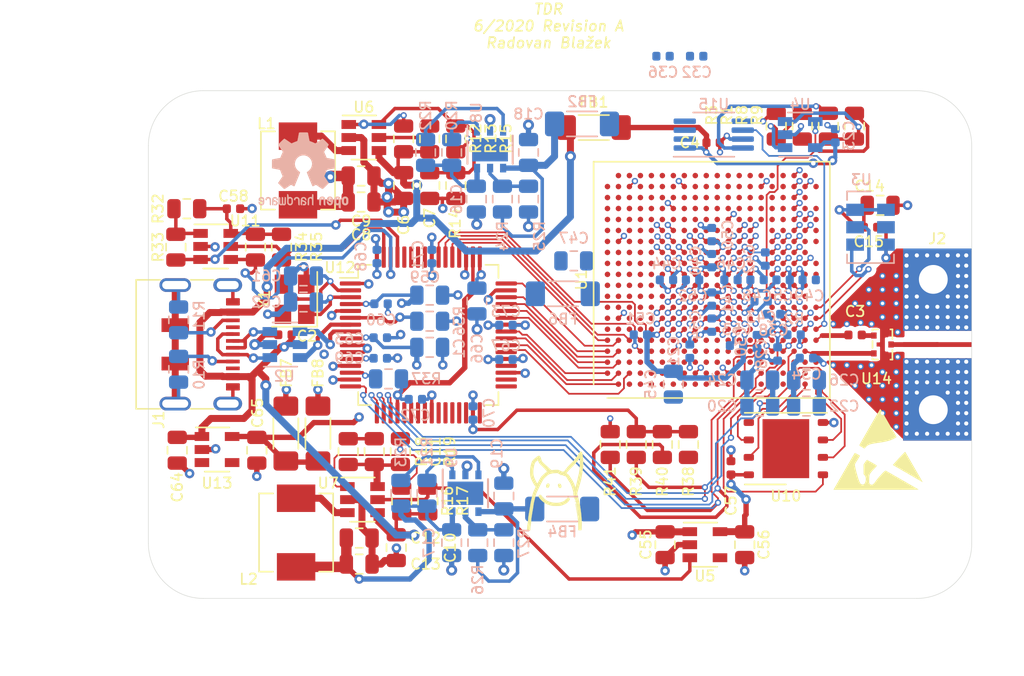
<source format=kicad_pcb>
(kicad_pcb (version 20200628) (host pcbnew "(5.99.0-2241-g37ce9fb84)")
  (title_block (title "TDR") (date "2020-02-13") (rev "A") (company "Radovan Blažek"))
  (layers (0 "Front" signal) (1 "In1.Cu" signal) (2 "In2.Cu" signal) (31 "Back" signal) (34 "B.Paste" user) (35 "F.Paste" user) (36 "B.SilkS" user) (37 "F.SilkS" user) (38 "B.Mask" user) (39 "F.Mask" user) (44 "Edge.Cuts" user))
  (net 0 "")
  (net 1 "Net-(U1-PadY19)")
  (net 2 "Net-(U1-PadY17)")
  (net 3 "Net-(U1-PadY16)")
  (net 4 "Net-(U1-PadY15)")
  (net 5 "Net-(U1-PadY14)")
  (net 6 "Net-(U1-PadY3)")
  (net 7 "Net-(U1-PadW20)")
  (net 8 "Net-(U1-PadW18)")
  (net 9 "Net-(U1-PadW17)")
  (net 10 "Net-(U1-PadW14)")
  (net 11 "Net-(U1-PadW13)")
  (net 12 "Net-(U1-PadW11)")
  (net 13 "Net-(U1-PadW10)")
  (net 14 "Net-(U1-PadV3)")
  (net 15 "Net-(U1-PadV1)")
  (net 16 "Net-(U1-PadU20)")
  (net 17 "Net-(U1-PadU19)")
  (net 18 "Net-(U1-PadU18)")
  (net 19 "Net-(U1-PadU17)")
  (net 20 "Net-(U1-PadU16)")
  (net 21 "Net-(U1-PadU2)")
  (net 22 "Net-(U1-PadU1)")
  (net 23 "Net-(U1-PadT20)")
  (net 24 "Net-(U1-PadT19)")
  (net 25 "Net-(U1-PadT18)")
  (net 26 "Net-(U1-PadT17)")
  (net 27 "Net-(U1-PadT16)")
  (net 28 "Net-(U1-PadT3)")
  (net 29 "Net-(U1-PadT2)")
  (net 30 "Net-(U1-PadT1)")
  (net 31 "Net-(U1-PadR20)")
  (net 32 "Net-(U1-PadR18)")
  (net 33 "Net-(U1-PadR17)")
  (net 34 "Net-(U1-PadR16)")
  (net 35 "Net-(U1-PadR1)")
  (net 36 "Net-(U1-PadP20)")
  (net 37 "Net-(U1-PadP19)")
  (net 38 "Net-(U1-PadP18)")
  (net 39 "Net-(U1-PadP17)")
  (net 40 "Net-(U1-PadP16)")
  (net 41 "Net-(U1-PadP5)")
  (net 42 "Net-(U1-PadP4)")
  (net 43 "Net-(U1-PadP3)")
  (net 44 "Net-(U1-PadP2)")
  (net 45 "Net-(U1-PadP1)")
  (net 46 "Net-(U1-PadN20)")
  (net 47 "Net-(U1-PadN19)")
  (net 48 "Net-(U1-PadN18)")
  (net 49 "Net-(U1-PadN17)")
  (net 50 "Net-(U1-PadN16)")
  (net 51 "Net-(U1-PadN5)")
  (net 52 "Net-(U1-PadN4)")
  (net 53 "Net-(U1-PadN3)")
  (net 54 "Net-(U1-PadN2)")
  (net 55 "Net-(U1-PadN1)")
  (net 56 "Net-(U1-PadM20)")
  (net 57 "Net-(U1-PadM19)")
  (net 58 "Net-(U1-PadM18)")
  (net 59 "Net-(U1-PadM17)")
  (net 60 "Net-(U1-PadM5)")
  (net 61 "Net-(U1-PadM4)")
  (net 62 "Net-(U1-PadM3)")
  (net 63 "Net-(U1-PadM1)")
  (net 64 "Net-(U1-PadL20)")
  (net 65 "Net-(U1-PadL19)")
  (net 66 "Net-(U1-PadL18)")
  (net 67 "Net-(U1-PadL17)")
  (net 68 "Net-(U1-PadL16)")
  (net 69 "Net-(U1-PadL5)")
  (net 70 "Net-(U1-PadL4)")
  (net 71 "Net-(U1-PadL3)")
  (net 72 "Net-(U1-PadL2)")
  (net 73 "Net-(U1-PadL1)")
  (net 74 "Net-(U1-PadK20)")
  (net 75 "Net-(U1-PadK19)")
  (net 76 "Net-(U1-PadK18)")
  (net 77 "Net-(U1-PadK5)")
  (net 78 "Net-(U1-PadK4)")
  (net 79 "Net-(U1-PadK3)")
  (net 80 "Net-(U1-PadK2)")
  (net 81 "Net-(U1-PadK1)")
  (net 82 "Net-(U1-PadJ20)")
  (net 83 "Net-(U1-PadJ19)")
  (net 84 "Net-(U1-PadJ18)")
  (net 85 "Net-(U1-PadJ17)")
  (net 86 "Net-(U1-PadJ16)")
  (net 87 "Net-(U1-PadJ5)")
  (net 88 "Net-(U1-PadJ4)")
  (net 89 "Net-(U1-PadJ3)")
  (net 90 "Net-(U1-PadJ1)")
  (net 91 "Net-(U1-PadH20)")
  (net 92 "Net-(U1-PadH18)")
  (net 93 "Net-(U1-PadH17)")
  (net 94 "Net-(U1-PadH16)")
  (net 95 "Net-(U1-PadH5)")
  (net 96 "Net-(U1-PadH4)")
  (net 97 "Net-(U1-PadH3)")
  (net 98 "Net-(U1-PadH2)")
  (net 99 "Net-(U1-PadH1)")
  (net 100 "Net-(U1-PadG20)")
  (net 101 "Net-(U1-PadG19)")
  (net 102 "Net-(U1-PadG18)")
  (net 103 "Net-(U1-PadG16)")
  (net 104 "Net-(U1-PadG5)")
  (net 105 "Net-(U1-PadG3)")
  (net 106 "Net-(U1-PadG2)")
  (net 107 "Net-(U1-PadG1)")
  (net 108 "Net-(U1-PadF20)")
  (net 109 "Net-(U1-PadF19)")
  (net 110 "Net-(U1-PadF18)")
  (net 111 "Net-(U1-PadF17)")
  (net 112 "Net-(U1-PadF16)")
  (net 113 "Net-(U1-PadF5)")
  (net 114 "Net-(U1-PadF4)")
  (net 115 "Net-(U1-PadF3)")
  (net 116 "Net-(U1-PadF2)")
  (net 117 "Net-(U1-PadF1)")
  (net 118 "Net-(U1-PadE20)")
  (net 119 "Net-(U1-PadE19)")
  (net 120 "Net-(U1-PadE18)")
  (net 121 "Net-(U1-PadE17)")
  (net 122 "Net-(U1-PadE16)")
  (net 123 "Net-(U1-PadE15)")
  (net 124 "Net-(U1-PadE14)")
  (net 125 "Net-(U1-PadE13)")
  (net 126 "Net-(U1-PadE12)")
  (net 127 "Net-(U1-PadE11)")
  (net 128 "Net-(U1-PadE10)")
  (net 129 "Net-(U1-PadE9)")
  (net 130 "Net-(U1-PadE8)")
  (net 131 "Net-(U1-PadE7)")
  (net 132 "Net-(U1-PadE6)")
  (net 133 "Net-(U1-PadE4)")
  (net 134 "Net-(U1-PadE3)")
  (net 135 "Net-(U1-PadE2)")
  (net 136 "Net-(U1-PadE1)")
  (net 137 "Net-(U1-PadD20)")
  (net 138 "Net-(U1-PadD19)")
  (net 139 "Net-(U1-PadD18)")
  (net 140 "Net-(U1-PadD17)")
  (net 141 "Net-(U1-PadD16)")
  (net 142 "Net-(U1-PadD15)")
  (net 143 "Net-(U1-PadD14)")
  (net 144 "Net-(U1-PadD13)")
  (net 145 "Net-(U1-PadD12)")
  (net 146 "Net-(U1-PadD11)")
  (net 147 "Net-(U1-PadD10)")
  (net 148 "Net-(U1-PadD9)")
  (net 149 "Net-(U1-PadD8)")
  (net 150 "Net-(U1-PadD7)")
  (net 151 "Net-(U1-PadD6)")
  (net 152 "Net-(U1-PadD3)")
  (net 153 "Net-(U1-PadD2)")
  (net 154 "Net-(U1-PadD1)")
  (net 155 "Net-(U1-PadC20)")
  (net 156 "Net-(U1-PadC18)")
  (net 157 "Net-(U1-PadC17)")
  (net 158 "Net-(U1-PadC16)")
  (net 159 "Net-(U1-PadC15)")
  (net 160 "Net-(U1-PadC14)")
  (net 161 "Net-(U1-PadC13)")
  (net 162 "Net-(U1-PadC12)")
  (net 163 "Net-(U1-PadC11)")
  (net 164 "Net-(U1-PadC10)")
  (net 165 "Net-(U1-PadC9)")
  (net 166 "Net-(U1-PadC8)")
  (net 167 "Net-(U1-PadC7)")
  (net 168 "Net-(U1-PadC6)")
  (net 169 "Net-(U1-PadC4)")
  (net 170 "Net-(U1-PadC3)")
  (net 171 "Net-(U1-PadC1)")
  (net 172 "Net-(U1-PadB20)")
  (net 173 "Net-(U1-PadB19)")
  (net 174 "Net-(U1-PadB18)")
  (net 175 "Net-(U1-PadB17)")
  (net 176 "Net-(U1-PadB16)")
  (net 177 "Net-(U1-PadB15)")
  (net 178 "Net-(U1-PadB13)")
  (net 179 "Net-(U1-PadB12)")
  (net 180 "Net-(U1-PadB11)")
  (net 181 "Net-(U1-PadB10)")
  (net 182 "Net-(U1-PadB9)")
  (net 183 "Net-(U1-PadB8)")
  (net 184 "Net-(U1-PadB6)")
  (net 185 "Net-(U1-PadA19)")
  (net 186 "Net-(U1-PadA18)")
  (net 187 "Net-(U1-PadA17)")
  (net 188 "Net-(U1-PadA16)")
  (net 189 "Net-(U1-PadA15)")
  (net 190 "Net-(U1-PadA14)")
  (net 191 "Net-(U1-PadA13)")
  (net 192 "Net-(U1-PadA12)")
  (net 193 "Net-(U1-PadA11)")
  (net 194 "Net-(U1-PadA10)")
  (net 195 "Net-(U1-PadA9)")
  (net 196 "Net-(U1-PadA8)")
  (net 197 "Net-(U1-PadA7)")
  (net 198 "Net-(U1-PadA6)")
  (net 199 "GND")
  (net 200 "/USB_D+")
  (net 201 "/USB_D-")
  (net 202 "/REFCLK_D0_N")
  (net 203 "/REFCLK_D0_P")
  (net 204 "/TX_D0CH0_N")
  (net 205 "/TX_D0CH0_P")
  (net 206 "/TDO")
  (net 207 "/TMS")
  (net 208 "/TCK")
  (net 209 "/TDI")
  (net 210 "Net-(C1-Pad1)")
  (net 211 "Net-(C3-Pad2)")
  (net 212 "+3V3")
  (net 213 "Net-(J1-PadB5)")
  (net 214 "Net-(J1-PadB8)")
  (net 215 "Net-(J1-PadA8)")
  (net 216 "Net-(J1-PadA5)")
  (net 217 "Net-(J2-Pad1)")
  (net 218 "Net-(R8-Pad2)")
  (net 219 "Net-(U3-Pad2)")
  (net 220 "Net-(U5-Pad4)")
  (net 221 "Net-(L1-Pad1)")
  (net 222 "Net-(R12-Pad2)")
  (net 223 "Net-(C7-Pad2)")
  (net 224 "Net-(R13-Pad1)")
  (net 225 "/5V_INPUT")
  (net 226 "Net-(C11-Pad2)")
  (net 227 "+2V5")
  (net 228 "Net-(C18-Pad1)")
  (net 229 "Net-(C19-Pad1)")
  (net 230 "Net-(L2-Pad1)")
  (net 231 "Net-(R16-Pad2)")
  (net 232 "Net-(R20-Pad2)")
  (net 233 "Net-(R21-Pad2)")
  (net 234 "Net-(R22-Pad1)")
  (net 235 "Net-(R23-Pad1)")
  (net 236 "Net-(R24-Pad2)")
  (net 237 "Net-(R26-Pad2)")
  (net 238 "Net-(U10-Pad9)")
  (net 239 "/FLASH_IO2")
  (net 240 "/FLASH_DI_IO0")
  (net 241 "/FLASH_IO3")
  (net 242 "/FLASH_DO_IO1")
  (net 243 "/FLASH_CLK")
  (net 244 "Net-(U1-PadR3)")
  (net 245 "/FLASH_CSN")
  (net 246 "Net-(U12-Pad60)")
  (net 247 "Net-(U12-Pad59)")
  (net 248 "Net-(U12-Pad58)")
  (net 249 "Net-(U12-Pad57)")
  (net 250 "Net-(U12-Pad36)")
  (net 251 "Net-(U12-Pad34)")
  (net 252 "Net-(U12-Pad33)")
  (net 253 "Net-(U12-Pad32)")
  (net 254 "Net-(U12-Pad30)")
  (net 255 "Net-(U12-Pad29)")
  (net 256 "Net-(U12-Pad28)")
  (net 257 "Net-(U12-Pad27)")
  (net 258 "Net-(U12-Pad26)")
  (net 259 "Net-(U12-Pad24)")
  (net 260 "Net-(U12-Pad23)")
  (net 261 "Net-(U12-Pad22)")
  (net 262 "Net-(U12-Pad21)")
  (net 263 "Net-(C58-Pad2)")
  (net 264 "Net-(C59-Pad1)")
  (net 265 "Net-(C61-Pad2)")
  (net 266 "Net-(C62-Pad2)")
  (net 267 "Net-(R34-Pad2)")
  (net 268 "Net-(R36-Pad2)")
  (net 269 "Net-(R37-Pad2)")
  (net 270 "/FPGA_PROGRAMN")
  (net 271 "/FT2232H/1.8V")
  (net 272 "/FPGA_Power/VCCAUX")
  (net 273 "/FT2232H/3.3V_FTDI")
  (net 274 "/FPGA_Power/2.5V_PG")
  (net 275 "Net-(R32-Pad2)")
  (net 276 "Net-(R33-Pad2)")
  (net 277 "Net-(R35-Pad2)")
  (net 278 "/D-")
  (net 279 "/D+")
  (net 280 "/SIWU")
  (net 281 "/WR#")
  (net 282 "/RD#")
  (net 283 "/TXE#")
  (net 284 "/RXF#")
  (net 285 "/D7")
  (net 286 "/D6")
  (net 287 "/D5")
  (net 288 "/D4")
  (net 289 "/D3")
  (net 290 "/D2")
  (net 291 "/D1")
  (net 292 "/D0")
  (net 293 "Net-(U13-Pad4)")
  (net 294 "/FT2232H/2.5V_PG")
  (net 295 "+1V2_CORE")
  (net 296 "Net-(U1-PadV18)")
  (net 297 "Net-(U1-PadV17)")
  (net 298 "Net-(U1-PadU15)")
  (net 299 "Net-(U1-PadT15)")
  (net 300 "Net-(U1-PadT14)")
  (net 301 "Net-(U1-PadT13)")
  (net 302 "Net-(U1-PadT12)")
  (net 303 "Net-(U1-PadT11)")
  (net 304 "/OUT_A")
  (net 305 "Net-(R1-Pad2)")
  (net 306 "Net-(R8-Pad1)")
  (net 307 "/OUT_B")
  (net 308 "/RX_D0CH0_P")
  (net 309 "Net-(U1-PadT10)")
  (net 310 "Net-(U1-PadT9)")
  (net 311 "/FPGA_IO/VCCIO3")
  (net 312 "/FPGA_IO/VCCIO6")
  (net 313 "/FPGA_IO/VCCIO2")
  (net 314 "/FPGA_IO/VCCIO1")
  (net 315 "/FPGA_IO/VCCIO0")
  (net 316 "/~CS")
  (net 317 "/SCK")
  (net 318 "/~LDAC")
  (net 319 "/SDI")
  (net 320 "/VCCA")
  (net 321 "/FPGA_IO/RX_D0CH1_N")
  (net 322 "/FPGA_IO/RX_D0CH1_P")
  (net 323 "/FPGA_IO/TX_D0CH1_N")
  (net 324 "/FPGA_IO/TX_D0CH1_P")
  (net 325 "Net-(C23-Pad1)")
  (net 326 "VCCHTX")
  (module "Capacitor_SMD:C_0402_1005Metric" (layer "Back") (at 157.055 66.285 90)
    (fp_text reference "C23" (at 0 1 270) (layer "B.SilkS") (effects (font (size 0.762 0.762) (thickness 0.127)) (justify mirror)))
    (fp_text value "100n")
    (pad "2" smd roundrect (at 0.485 0 90) (size 0.59 0.64) (layers "Back" "B.Paste" "B.Mask") (net 199 "GND"))
    (pad "1" smd roundrect (at -0.485 0 90) (size 0.59 0.64) (layers "Back" "B.Paste" "B.Mask") (net 325 "Net-(C23-Pad1)"))
  )
  (module "Capacitor_SMD:C_0402_1005Metric" (layer "Back") (at 151.355 81.285 -90)
    (fp_text reference "C30" (at 0 1.17 90) (layer "B.SilkS") (effects (font (size 0.762 0.762) (thickness 0.127)) (justify mirror)))
    (fp_text value "100n")
    (pad "2" smd roundrect (at 0.485 0 270) (size 0.59 0.64) (layers "Back" "B.Paste" "B.Mask") (net 199 "GND"))
    (pad "1" smd roundrect (at -0.485 0 270) (size 0.59 0.64) (layers "Back" "B.Paste" "B.Mask") (net 326 "VCCHTX"))
  )
  (module "Capacitor_SMD:C_0402_1005Metric" (layer "Back") (at 146.455 81.985 -90)
    (fp_text reference "C21" (at 0 1.17 90) (layer "B.SilkS") (effects (font (size 0.762 0.762) (thickness 0.127)) (justify mirror)))
    (fp_text value "100n")
    (pad "2" smd roundrect (at 0.485 0 270) (size 0.59 0.64) (layers "Back" "B.Paste" "B.Mask") (net 199 "GND"))
    (pad "1" smd roundrect (at -0.485 0 270) (size 0.59 0.64) (layers "Back" "B.Paste" "B.Mask") (net 212 "+3V3"))
  )
  (module "Capacitor_SMD:C_0402_1005Metric" (layer "Back") (at 153.255 76.785)
    (fp_text reference "C5" (at 0 1.17) (layer "B.SilkS") (effects (font (size 0.762 0.762) (thickness 0.127)) (justify mirror)))
    (fp_text value "100n")
    (pad "2" smd roundrect (at 0.485 0) (size 0.59 0.64) (layers "Back" "B.Paste" "B.Mask") (net 199 "GND"))
    (pad "1" smd roundrect (at -0.485 0) (size 0.59 0.64) (layers "Back" "B.Paste" "B.Mask") (net 212 "+3V3"))
  )
  (module "Moje:USB_C_Receptacle_JAE_DX07S016" (layer "Front") (at 108.955 81.485 -90)
    (fp_text reference "J1" (at 5.5 1.2 90) (layer "F.SilkS") (effects (font (size 0.762 0.762) (thickness 0.127))))
    (fp_text value "USB_C_Receptacle_USB2.0")
    (pad "S1" smd rect (at 1.4 0 270) (size 1 2) (layers "Front" "F.Paste" "F.Mask") (net 199 "GND"))
    (pad "S1" smd rect (at -1.4 0 270) (size 1 2) (layers "Front" "F.Paste" "F.Mask") (net 199 "GND"))
    (pad "B1" smd roundrect (at 3.1 -4.2 270) (size 0.52 1) (layers "Front" "F.Paste" "F.Mask") (roundrect_rratio 0.1) (net 199 "GND"))
    (pad "A9" smd roundrect (at 2.35 -4.2 270) (size 0.52 1) (layers "Front" "F.Paste" "F.Mask") (roundrect_rratio 0.1) (net 225 "/5V_INPUT"))
    (pad "B9" smd roundrect (at -2.35 -4.2 270) (size 0.52 1) (layers "Front" "F.Paste" "F.Mask") (roundrect_rratio 0.1) (net 225 "/5V_INPUT"))
    (pad "B12" smd roundrect (at -3.1 -4.2 270) (size 0.52 1) (layers "Front" "F.Paste" "F.Mask") (roundrect_rratio 0.1) (net 199 "GND"))
    (pad "A1" smd roundrect (at -3.1 -4.2 270) (size 0.52 1) (layers "Front" "F.Paste" "F.Mask") (roundrect_rratio 0.1) (net 199 "GND"))
    (pad "A4" smd roundrect (at -2.35 -4.2 270) (size 0.52 1) (layers "Front" "F.Paste" "F.Mask") (roundrect_rratio 0.1) (net 225 "/5V_INPUT"))
    (pad "B4" smd roundrect (at 2.35 -4.2 270) (size 0.52 1) (layers "Front" "F.Paste" "F.Mask") (roundrect_rratio 0.1) (net 225 "/5V_INPUT"))
    (pad "A12" smd roundrect (at 3.1 -4.2 270) (size 0.52 1) (layers "Front" "F.Paste" "F.Mask") (roundrect_rratio 0.1) (net 199 "GND"))
    (pad "A5" smd roundrect (at -1.75 -4.2 270) (size 0.27 1) (layers "Front" "F.Paste" "F.Mask") (roundrect_rratio 0.1) (net 216 "Net-(J1-PadA5)"))
    (pad "B8" smd roundrect (at -1.25 -4.2 270) (size 0.27 1) (layers "Front" "F.Paste" "F.Mask") (roundrect_rratio 0.1) (net 214 "Net-(J1-PadB8)"))
    (pad "B7" smd roundrect (at -0.75 -4.2 270) (size 0.27 1) (layers "Front" "F.Paste" "F.Mask") (roundrect_rratio 0.1) (net 201 "/USB_D-"))
    (pad "B6" smd roundrect (at 0.25 -4.2 270) (size 0.27 1) (layers "Front" "F.Paste" "F.Mask") (roundrect_rratio 0.1) (net 200 "/USB_D+"))
    (pad "A7" smd roundrect (at 0.75 -4.2 270) (size 0.27 1) (layers "Front" "F.Paste" "F.Mask") (roundrect_rratio 0.1) (net 201 "/USB_D-"))
    (pad "B5" smd roundrect (at 1.25 -4.2 270) (size 0.27 1) (layers "Front" "F.Paste" "F.Mask") (roundrect_rratio 0.1) (net 213 "Net-(J1-PadB5)"))
    (pad "A8" smd roundrect (at 1.75 -4.2 270) (size 0.27 1) (layers "Front" "F.Paste" "F.Mask") (roundrect_rratio 0.1) (net 215 "Net-(J1-PadA8)"))
    (pad "A6" smd roundrect (at -0.25 -4.2 270) (size 0.27 1) (layers "Front" "F.Paste" "F.Mask") (roundrect_rratio 0.1) (net 200 "/USB_D+"))
    (pad "S1" thru_hole oval (at 4.32 -3.825 270) (size 1 2.1) (drill oval 0.6 1.6) (layers *.Cu *.Mask) (net 199 "GND"))
    (pad "S1" thru_hole oval (at -4.32 -3.825 270) (size 1 2.1) (drill oval 0.6 1.6) (layers *.Cu *.Mask) (net 199 "GND"))
    (pad "" np_thru_hole circle (at -3 -3.1 270) (size 0.6 0.6) (drill 0.6) (layers *.Cu *.Mask))
    (pad "S1" thru_hole oval (at -4.32 0 270) (size 1 2.3) (drill oval 0.6 1.9) (layers *.Cu *.Mask) (net 199 "GND"))
    (pad "" np_thru_hole circle (at 3 -3.1 270) (size 0.6 0.6) (drill 0.6) (layers *.Cu *.Mask))
    (pad "S1" thru_hole oval (at 4.32 0 270) (size 1 2.3) (drill oval 0.6 1.9) (layers *.Cu *.Mask) (net 199 "GND"))
  )
  (module "Oscillator:Oscillator_SMD_IDT_JS6-6_5.0x3.2mm_P1.27mm" (layer "Back") (at 159.625 72.95 180)
    (fp_text reference "U3" (at 0.67 3.465 180) (layer "B.SilkS") (effects (font (size 0.762 0.762) (thickness 0.127)) (justify mirror)))
    (fp_text value "AxxDBF1-200.0000")
    (pad "5" smd rect (at 1.125 0 270) (size 0.89 1.29) (layers "Back" "B.Paste" "B.Mask") (net 202 "/REFCLK_D0_N"))
    (pad "2" smd rect (at -1.125 0 270) (size 0.89 1.29) (layers "Back" "B.Paste" "B.Mask") (net 219 "Net-(U3-Pad2)"))
    (pad "6" smd rect (at 1.125 1.27 270) (size 0.89 1.29) (layers "Back" "B.Paste" "B.Mask") (net 227 "+2V5"))
    (pad "4" smd rect (at 1.125 -1.27 270) (size 0.89 1.29) (layers "Back" "B.Paste" "B.Mask") (net 203 "/REFCLK_D0_P"))
    (pad "3" smd rect (at -1.125 -1.27 270) (size 0.89 1.29) (layers "Back" "B.Paste" "B.Mask") (net 199 "GND"))
    (pad "1" smd rect (at -1.125 1.27 270) (size 0.89 1.29) (layers "Back" "B.Paste" "B.Mask") (net 227 "+2V5"))
  )
  (module "Package_SO:MSOP-8_3x3mm_P0.65mm" (layer "Back") (at 148.2 66.2)
    (fp_text reference "U15" (at 0 -2.2) (layer "B.SilkS") (effects (font (size 0.762 0.762) (thickness 0.127)) (justify mirror)))
    (fp_text value "MCP4822")
    (pad "8" smd roundrect (at 2.1125 0.975) (size 1.625 0.4) (layers "Back" "B.Paste" "B.Mask") (net 218 "Net-(R8-Pad2)"))
    (pad "7" smd roundrect (at 2.1125 0.325) (size 1.625 0.4) (layers "Back" "B.Paste" "B.Mask") (net 199 "GND"))
    (pad "6" smd roundrect (at 2.1125 -0.325) (size 1.625 0.4) (layers "Back" "B.Paste" "B.Mask") (net 307 "/OUT_B"))
    (pad "5" smd roundrect (at 2.1125 -0.975) (size 1.625 0.4) (layers "Back" "B.Paste" "B.Mask") (net 316 "/~CS"))
    (pad "4" smd roundrect (at -2.1125 -0.975) (size 1.625 0.4) (layers "Back" "B.Paste" "B.Mask") (net 317 "/SCK"))
    (pad "3" smd roundrect (at -2.1125 -0.325) (size 1.625 0.4) (layers "Back" "B.Paste" "B.Mask") (net 318 "/~LDAC"))
    (pad "2" smd roundrect (at -2.1125 0.325) (size 1.625 0.4) (layers "Back" "B.Paste" "B.Mask") (net 319 "/SDI"))
    (pad "1" smd roundrect (at -2.1125 0.975) (size 1.625 0.4) (layers "Back" "B.Paste" "B.Mask") (net 325 "Net-(C23-Pad1)"))
  )
  (module "Package_BGA:Lattice_caBGA-381_17.0x17.0mm_Layout20x20_P0.8mm_Ball0.4mm_Pad0.4mm_NSMD" (layer "Front") (at 148.055 76.785 90)
    (fp_text reference "U1" (at 0 -9.5 90) (layer "F.SilkS") (effects (font (size 0.762 0.762) (thickness 0.127))))
    (fp_text value "LFE5UM5G-45-CABGA381")
    (pad "Y19" smd circle (at 6.8 7.6 90) (size 0.4 0.4) (layers "Front" "F.Paste" "F.Mask") (net 1 "Net-(U1-PadY19)"))
    (pad "Y17" smd circle (at 5.2 7.6 90) (size 0.4 0.4) (layers "Front" "F.Paste" "F.Mask") (net 2 "Net-(U1-PadY17)"))
    (pad "Y16" smd circle (at 4.4 7.6 90) (size 0.4 0.4) (layers "Front" "F.Paste" "F.Mask") (net 3 "Net-(U1-PadY16)"))
    (pad "Y15" smd circle (at 3.6 7.6 90) (size 0.4 0.4) (layers "Front" "F.Paste" "F.Mask") (net 4 "Net-(U1-PadY15)"))
    (pad "Y14" smd circle (at 2.8 7.6 90) (size 0.4 0.4) (layers "Front" "F.Paste" "F.Mask") (net 5 "Net-(U1-PadY14)"))
    (pad "Y12" smd circle (at 1.2 7.6 90) (size 0.4 0.4) (layers "Front" "F.Paste" "F.Mask") (net 321 "/FPGA_IO/RX_D0CH1_N"))
    (pad "Y11" smd circle (at 0.4 7.6 90) (size 0.4 0.4) (layers "Front" "F.Paste" "F.Mask") (net 322 "/FPGA_IO/RX_D0CH1_P"))
    (pad "Y8" smd circle (at -2 7.6 90) (size 0.4 0.4) (layers "Front" "F.Paste" "F.Mask") (net 202 "/REFCLK_D0_N"))
    (pad "Y7" smd circle (at -2.8 7.6 90) (size 0.4 0.4) (layers "Front" "F.Paste" "F.Mask") (net 203 "/REFCLK_D0_P"))
    (pad "Y6" smd circle (at -3.6 7.6 90) (size 0.4 0.4) (layers "Front" "F.Paste" "F.Mask") (net 307 "/OUT_B"))
    (pad "Y5" smd circle (at -4.4 7.6 90) (size 0.4 0.4) (layers "Front" "F.Paste" "F.Mask") (net 308 "/RX_D0CH0_P"))
    (pad "Y3" smd circle (at -6 7.6 90) (size 0.4 0.4) (layers "Front" "F.Paste" "F.Mask") (net 6 "Net-(U1-PadY3)"))
    (pad "Y2" smd circle (at -6.8 7.6 90) (size 0.4 0.4) (layers "Front" "F.Paste" "F.Mask") (net 239 "/FLASH_IO2"))
    (pad "W20" smd circle (at 7.6 6.8 90) (size 0.4 0.4) (layers "Front" "F.Paste" "F.Mask") (net 7 "Net-(U1-PadW20)"))
    (pad "W19" smd circle (at 6.8 6.8 90) (size 0.4 0.4) (layers "Front" "F.Paste" "F.Mask") (net 199 "GND"))
    (pad "W18" smd circle (at 6 6.8 90) (size 0.4 0.4) (layers "Front" "F.Paste" "F.Mask") (net 8 "Net-(U1-PadW18)"))
    (pad "W17" smd circle (at 5.2 6.8 90) (size 0.4 0.4) (layers "Front" "F.Paste" "F.Mask") (net 9 "Net-(U1-PadW17)"))
    (pad "W16" smd circle (at 4.4 6.8 90) (size 0.4 0.4) (layers "Front" "F.Paste" "F.Mask") (net 199 "GND"))
    (pad "W15" smd circle (at 3.6 6.8 90) (size 0.4 0.4) (layers "Front" "F.Paste" "F.Mask") (net 199 "GND"))
    (pad "W14" smd circle (at 2.8 6.8 90) (size 0.4 0.4) (layers "Front" "F.Paste" "F.Mask") (net 10 "Net-(U1-PadW14)"))
    (pad "W13" smd circle (at 2 6.8 90) (size 0.4 0.4) (layers "Front" "F.Paste" "F.Mask") (net 11 "Net-(U1-PadW13)"))
    (pad "W12" smd circle (at 1.2 6.8 90) (size 0.4 0.4) (layers "Front" "F.Paste" "F.Mask") (net 199 "GND"))
    (pad "W11" smd circle (at 0.4 6.8 90) (size 0.4 0.4) (layers "Front" "F.Paste" "F.Mask") (net 12 "Net-(U1-PadW11)"))
    (pad "W10" smd circle (at -0.4 6.8 90) (size 0.4 0.4) (layers "Front" "F.Paste" "F.Mask") (net 13 "Net-(U1-PadW10)"))
    (pad "W9" smd circle (at -1.2 6.8 90) (size 0.4 0.4) (layers "Front" "F.Paste" "F.Mask") (net 323 "/FPGA_IO/TX_D0CH1_N"))
    (pad "W8" smd circle (at -2 6.8 90) (size 0.4 0.4) (layers "Front" "F.Paste" "F.Mask") (net 324 "/FPGA_IO/TX_D0CH1_P"))
    (pad "W7" smd circle (at -2.8 6.8 90) (size 0.4 0.4) (layers "Front" "F.Paste" "F.Mask") (net 199 "GND"))
    (pad "W6" smd circle (at -3.6 6.8 90) (size 0.4 0.4) (layers "Front" "F.Paste" "F.Mask") (net 199 "GND"))
    (pad "W5" smd circle (at -4.4 6.8 90) (size 0.4 0.4) (layers "Front" "F.Paste" "F.Mask") (net 204 "/TX_D0CH0_N"))
    (pad "W4" smd circle (at -5.2 6.8 90) (size 0.4 0.4) (layers "Front" "F.Paste" "F.Mask") (net 205 "/TX_D0CH0_P"))
    (pad "W3" smd circle (at -6 6.8 90) (size 0.4 0.4) (layers "Front" "F.Paste" "F.Mask") (net 270 "/FPGA_PROGRAMN"))
    (pad "W2" smd circle (at -6.8 6.8 90) (size 0.4 0.4) (layers "Front" "F.Paste" "F.Mask") (net 240 "/FLASH_DI_IO0"))
    (pad "W1" smd circle (at -7.6 6.8 90) (size 0.4 0.4) (layers "Front" "F.Paste" "F.Mask") (net 241 "/FLASH_IO3"))
    (pad "V20" smd circle (at 7.6 6 90) (size 0.4 0.4) (layers "Front" "F.Paste" "F.Mask") (net 199 "GND"))
    (pad "V19" smd circle (at 6.8 6 90) (size 0.4 0.4) (layers "Front" "F.Paste" "F.Mask") (net 199 "GND"))
    (pad "V18" smd circle (at 6 6 90) (size 0.4 0.4) (layers "Front" "F.Paste" "F.Mask") (net 296 "Net-(U1-PadV18)"))
    (pad "V17" smd circle (at 5.2 6 90) (size 0.4 0.4) (layers "Front" "F.Paste" "F.Mask") (net 297 "Net-(U1-PadV17)"))
    (pad "V16" smd circle (at 4.4 6 90) (size 0.4 0.4) (layers "Front" "F.Paste" "F.Mask") (net 199 "GND"))
    (pad "V15" smd circle (at 3.6 6 90) (size 0.4 0.4) (layers "Front" "F.Paste" "F.Mask") (net 199 "GND"))
    (pad "V14" smd circle (at 2.8 6 90) (size 0.4 0.4) (layers "Front" "F.Paste" "F.Mask") (net 199 "GND"))
    (pad "V13" smd circle (at 2 6 90) (size 0.4 0.4) (layers "Front" "F.Paste" "F.Mask") (net 199 "GND"))
    (pad "V12" smd circle (at 1.2 6 90) (size 0.4 0.4) (layers "Front" "F.Paste" "F.Mask") (net 199 "GND"))
    (pad "V11" smd circle (at 0.4 6 90) (size 0.4 0.4) (layers "Front" "F.Paste" "F.Mask") (net 272 "/FPGA_Power/VCCAUX"))
    (pad "V10" smd circle (at -0.4 6 90) (size 0.4 0.4) (layers "Front" "F.Paste" "F.Mask") (net 272 "/FPGA_Power/VCCAUX"))
    (pad "V9" smd circle (at -1.2 6 90) (size 0.4 0.4) (layers "Front" "F.Paste" "F.Mask") (net 199 "GND"))
    (pad "V8" smd circle (at -2 6 90) (size 0.4 0.4) (layers "Front" "F.Paste" "F.Mask") (net 199 "GND"))
    (pad "V7" smd circle (at -2.8 6 90) (size 0.4 0.4) (layers "Front" "F.Paste" "F.Mask") (net 199 "GND"))
    (pad "V6" smd circle (at -3.6 6 90) (size 0.4 0.4) (layers "Front" "F.Paste" "F.Mask") (net 199 "GND"))
    (pad "V5" smd circle (at -4.4 6 90) (size 0.4 0.4) (layers "Front" "F.Paste" "F.Mask") (net 199 "GND"))
    (pad "V4" smd circle (at -5.2 6 90) (size 0.4 0.4) (layers "Front" "F.Paste" "F.Mask") (net 206 "/TDO"))
    (pad "V3" smd circle (at -6 6 90) (size 0.4 0.4) (layers "Front" "F.Paste" "F.Mask") (net 14 "Net-(U1-PadV3)"))
    (pad "V2" smd circle (at -6.8 6 90) (size 0.4 0.4) (layers "Front" "F.Paste" "F.Mask") (net 242 "/FLASH_DO_IO1"))
    (pad "V1" smd circle (at -7.6 6 90) (size 0.4 0.4) (layers "Front" "F.Paste" "F.Mask") (net 15 "Net-(U1-PadV1)"))
    (pad "U20" smd circle (at 7.6 5.2 90) (size 0.4 0.4) (layers "Front" "F.Paste" "F.Mask") (net 16 "Net-(U1-PadU20)"))
    (pad "U19" smd circle (at 6.8 5.2 90) (size 0.4 0.4) (layers "Front" "F.Paste" "F.Mask") (net 17 "Net-(U1-PadU19)"))
    (pad "U18" smd circle (at 6 5.2 90) (size 0.4 0.4) (layers "Front" "F.Paste" "F.Mask") (net 18 "Net-(U1-PadU18)"))
    (pad "U17" smd circle (at 5.2 5.2 90) (size 0.4 0.4) (layers "Front" "F.Paste" "F.Mask") (net 19 "Net-(U1-PadU17)"))
    (pad "U16" smd circle (at 4.4 5.2 90) (size 0.4 0.4) (layers "Front" "F.Paste" "F.Mask") (net 20 "Net-(U1-PadU16)"))
    (pad "U15" smd circle (at 3.6 5.2 90) (size 0.4 0.4) (layers "Front" "F.Paste" "F.Mask") (net 298 "Net-(U1-PadU15)"))
    (pad "U14" smd circle (at 2.8 5.2 90) (size 0.4 0.4) (layers "Front" "F.Paste" "F.Mask") (net 199 "GND"))
    (pad "U13" smd circle (at 2 5.2 90) (size 0.4 0.4) (layers "Front" "F.Paste" "F.Mask") (net 199 "GND"))
    (pad "U12" smd circle (at 1.2 5.2 90) (size 0.4 0.4) (layers "Front" "F.Paste" "F.Mask") (net 199 "GND"))
    (pad "U11" smd circle (at 0.4 5.2 90) (size 0.4 0.4) (layers "Front" "F.Paste" "F.Mask") (net 199 "GND"))
    (pad "U10" smd circle (at -0.4 5.2 90) (size 0.4 0.4) (layers "Front" "F.Paste" "F.Mask") (net 199 "GND"))
    (pad "U9" smd circle (at -1.2 5.2 90) (size 0.4 0.4) (layers "Front" "F.Paste" "F.Mask") (net 199 "GND"))
    (pad "U8" smd circle (at -2 5.2 90) (size 0.4 0.4) (layers "Front" "F.Paste" "F.Mask") (net 199 "GND"))
    (pad "U7" smd circle (at -2.8 5.2 90) (size 0.4 0.4) (layers "Front" "F.Paste" "F.Mask") (net 199 "GND"))
    (pad "U6" smd circle (at -3.6 5.2 90) (size 0.4 0.4) (layers "Front" "F.Paste" "F.Mask") (net 320 "/VCCA"))
    (pad "U5" smd circle (at -4.4 5.2 90) (size 0.4 0.4) (layers "Front" "F.Paste" "F.Mask") (net 207 "/TMS"))
    (pad "U4" smd circle (at -5.2 5.2 90) (size 0.4 0.4) (layers "Front" "F.Paste" "F.Mask") (net 199 "GND"))
    (pad "U3" smd circle (at -6 5.2 90) (size 0.4 0.4) (layers "Front" "F.Paste" "F.Mask") (net 243 "/FLASH_CLK"))
    (pad "U2" smd circle (at -6.8 5.2 90) (size 0.4 0.4) (layers "Front" "F.Paste" "F.Mask") (net 21 "Net-(U1-PadU2)"))
    (pad "U1" smd circle (at -7.6 5.2 90) (size 0.4 0.4) (layers "Front" "F.Paste" "F.Mask") (net 22 "Net-(U1-PadU1)"))
    (pad "T20" smd circle (at 7.6 4.4 90) (size 0.4 0.4) (layers "Front" "F.Paste" "F.Mask") (net 23 "Net-(U1-PadT20)"))
    (pad "T19" smd circle (at 6.8 4.4 90) (size 0.4 0.4) (layers "Front" "F.Paste" "F.Mask") (net 24 "Net-(U1-PadT19)"))
    (pad "T18" smd circle (at 6 4.4 90) (size 0.4 0.4) (layers "Front" "F.Paste" "F.Mask") (net 25 "Net-(U1-PadT18)"))
    (pad "T17" smd circle (at 5.2 4.4 90) (size 0.4 0.4) (layers "Front" "F.Paste" "F.Mask") (net 26 "Net-(U1-PadT17)"))
    (pad "T16" smd circle (at 4.4 4.4 90) (size 0.4 0.4) (layers "Front" "F.Paste" "F.Mask") (net 27 "Net-(U1-PadT16)"))
    (pad "T15" smd circle (at 3.6 4.4 90) (size 0.4 0.4) (layers "Front" "F.Paste" "F.Mask") (net 299 "Net-(U1-PadT15)"))
    (pad "T14" smd circle (at 2.8 4.4 90) (size 0.4 0.4) (layers "Front" "F.Paste" "F.Mask") (net 300 "Net-(U1-PadT14)"))
    (pad "T13" smd circle (at 2 4.4 90) (size 0.4 0.4) (layers "Front" "F.Paste" "F.Mask") (net 301 "Net-(U1-PadT13)"))
    (pad "T12" smd circle (at 1.2 4.4 90) (size 0.4 0.4) (layers "Front" "F.Paste" "F.Mask") (net 302 "Net-(U1-PadT12)"))
    (pad "T11" smd circle (at 0.4 4.4 90) (size 0.4 0.4) (layers "Front" "F.Paste" "F.Mask") (net 303 "Net-(U1-PadT11)"))
    (pad "T10" smd circle (at -0.4 4.4 90) (size 0.4 0.4) (layers "Front" "F.Paste" "F.Mask") (net 309 "Net-(U1-PadT10)"))
    (pad "T9" smd circle (at -1.2 4.4 90) (size 0.4 0.4) (layers "Front" "F.Paste" "F.Mask") (net 310 "Net-(U1-PadT9)"))
    (pad "T8" smd circle (at -2 4.4 90) (size 0.4 0.4) (layers "Front" "F.Paste" "F.Mask") (net 304 "/OUT_A"))
    (pad "T7" smd circle (at -2.8 4.4 90) (size 0.4 0.4) (layers "Front" "F.Paste" "F.Mask") (net 326 "VCCHTX"))
    (pad "T6" smd circle (at -3.6 4.4 90) (size 0.4 0.4) (layers "Front" "F.Paste" "F.Mask") (net 320 "/VCCA"))
    (pad "T5" smd circle (at -4.4 4.4 90) (size 0.4 0.4) (layers "Front" "F.Paste" "F.Mask") (net 208 "/TCK"))
    (pad "T4" smd circle (at -5.2 4.4 90) (size 0.4 0.4) (layers "Front" "F.Paste" "F.Mask") (net 212 "+3V3"))
    (pad "T3" smd circle (at -6 4.4 90) (size 0.4 0.4) (layers "Front" "F.Paste" "F.Mask") (net 28 "Net-(U1-PadT3)"))
    (pad "T2" smd circle (at -6.8 4.4 90) (size 0.4 0.4) (layers "Front" "F.Paste" "F.Mask") (net 29 "Net-(U1-PadT2)"))
    (pad "T1" smd circle (at -7.6 4.4 90) (size 0.4 0.4) (layers "Front" "F.Paste" "F.Mask") (net 30 "Net-(U1-PadT1)"))
    (pad "R20" smd circle (at 7.6 3.6 90) (size 0.4 0.4) (layers "Front" "F.Paste" "F.Mask") (net 31 "Net-(U1-PadR20)"))
    (pad "R19" smd circle (at 6.8 3.6 90) (size 0.4 0.4) (layers "Front" "F.Paste" "F.Mask") (net 199 "GND"))
    (pad "R18" smd circle (at 6 3.6 90) (size 0.4 0.4) (layers "Front" "F.Paste" "F.Mask") (net 32 "Net-(U1-PadR18)"))
    (pad "R17" smd circle (at 5.2 3.6 90) (size 0.4 0.4) (layers "Front" "F.Paste" "F.Mask") (net 33 "Net-(U1-PadR17)"))
    (pad "R16" smd circle (at 4.4 3.6 90) (size 0.4 0.4) (layers "Front" "F.Paste" "F.Mask") (net 34 "Net-(U1-PadR16)"))
    (pad "R5" smd circle (at -4.4 3.6 90) (size 0.4 0.4) (layers "Front" "F.Paste" "F.Mask") (net 209 "/TDI"))
    (pad "R4" smd circle (at -5.2 3.6 90) (size 0.4 0.4) (layers "Front" "F.Paste" "F.Mask") (net 199 "GND"))
    (pad "R3" smd circle (at -6 3.6 90) (size 0.4 0.4) (layers "Front" "F.Paste" "F.Mask") (net 244 "Net-(U1-PadR3)"))
    (pad "R2" smd circle (at -6.8 3.6 90) (size 0.4 0.4) (layers "Front" "F.Paste" "F.Mask") (net 245 "/FLASH_CSN"))
    (pad "R1" smd circle (at -7.6 3.6 90) (size 0.4 0.4) (layers "Front" "F.Paste" "F.Mask") (net 35 "Net-(U1-PadR1)"))
    (pad "P20" smd circle (at 7.6 2.8 90) (size 0.4 0.4) (layers "Front" "F.Paste" "F.Mask") (net 36 "Net-(U1-PadP20)"))
    (pad "P19" smd circle (at 6.8 2.8 90) (size 0.4 0.4) (layers "Front" "F.Paste" "F.Mask") (net 37 "Net-(U1-PadP19)"))
    (pad "P18" smd circle (at 6 2.8 90) (size 0.4 0.4) (layers "Front" "F.Paste" "F.Mask") (net 38 "Net-(U1-PadP18)"))
    (pad "P17" smd circle (at 5.2 2.8 90) (size 0.4 0.4) (layers "Front" "F.Paste" "F.Mask") (net 39 "Net-(U1-PadP17)"))
    (pad "P16" smd circle (at 4.4 2.8 90) (size 0.4 0.4) (layers "Front" "F.Paste" "F.Mask") (net 40 "Net-(U1-PadP16)"))
    (pad "P15" smd circle (at 3.6 2.8 90) (size 0.4 0.4) (layers "Front" "F.Paste" "F.Mask") (net 272 "/FPGA_Power/VCCAUX"))
    (pad "P14" smd circle (at 2.8 2.8 90) (size 0.4 0.4) (layers "Front" "F.Paste" "F.Mask") (net 199 "GND"))
    (pad "P13" smd circle (at 2 2.8 90) (size 0.4 0.4) (layers "Front" "F.Paste" "F.Mask") (net 199 "GND"))
    (pad "P12" smd circle (at 1.2 2.8 90) (size 0.4 0.4) (layers "Front" "F.Paste" "F.Mask") (net 199 "GND"))
    (pad "P11" smd circle (at 0.4 2.8 90) (size 0.4 0.4) (layers "Front" "F.Paste" "F.Mask") (net 199 "GND"))
    (pad "P10" smd circle (at -0.4 2.8 90) (size 0.4 0.4) (layers "Front" "F.Paste" "F.Mask") (net 212 "+3V3"))
    (pad "P9" smd circle (at -1.2 2.8 90) (size 0.4 0.4) (layers "Front" "F.Paste" "F.Mask") (net 212 "+3V3"))
    (pad "P8" smd circle (at -2 2.8 90) (size 0.4 0.4) (layers "Front" "F.Paste" "F.Mask") (net 199 "GND"))
    (pad "P7" smd circle (at -2.8 2.8 90) (size 0.4 0.4) (layers "Front" "F.Paste" "F.Mask") (net 199 "GND"))
    (pad "P6" smd circle (at -3.6 2.8 90) (size 0.4 0.4) (layers "Front" "F.Paste" "F.Mask") (net 272 "/FPGA_Power/VCCAUX"))
    (pad "P5" smd circle (at -4.4 2.8 90) (size 0.4 0.4) (layers "Front" "F.Paste" "F.Mask") (net 41 "Net-(U1-PadP5)"))
    (pad "P4" smd circle (at -5.2 2.8 90) (size 0.4 0.4) (layers "Front" "F.Paste" "F.Mask") (net 42 "Net-(U1-PadP4)"))
    (pad "P3" smd circle (at -6 2.8 90) (size 0.4 0.4) (layers "Front" "F.Paste" "F.Mask") (net 43 "Net-(U1-PadP3)"))
    (pad "P2" smd circle (at -6.8 2.8 90) (size 0.4 0.4) (layers "Front" "F.Paste" "F.Mask") (net 44 "Net-(U1-PadP2)"))
    (pad "P1" smd circle (at -7.6 2.8 90) (size 0.4 0.4) (layers "Front" "F.Paste" "F.Mask") (net 45 "Net-(U1-PadP1)"))
    (pad "N20" smd circle (at 7.6 2 90) (size 0.4 0.4) (layers "Front" "F.Paste" "F.Mask") (net 46 "Net-(U1-PadN20)"))
    (pad "N19" smd circle (at 6.8 2 90) (size 0.4 0.4) (layers "Front" "F.Paste" "F.Mask") (net 47 "Net-(U1-PadN19)"))
    (pad "N18" smd circle (at 6 2 90) (size 0.4 0.4) (layers "Front" "F.Paste" "F.Mask") (net 48 "Net-(U1-PadN18)"))
    (pad "N17" smd circle (at 5.2 2 90) (size 0.4 0.4) (layers "Front" "F.Paste" "F.Mask") (net 49 "Net-(U1-PadN17)"))
    (pad "N16" smd circle (at 4.4 2 90) (size 0.4 0.4) (layers "Front" "F.Paste" "F.Mask") (net 50 "Net-(U1-PadN16)"))
    (pad "N15" smd circle (at 3.6 2 90) (size 0.4 0.4) (layers "Front" "F.Paste" "F.Mask") (net 199 "GND"))
    (pad "N14" smd circle (at 2.8 2 90) (size 0.4 0.4) (layers "Front" "F.Paste" "F.Mask") (net 199 "GND"))
    (pad "N13" smd circle (at 2 2 90) (size 0.4 0.4) (layers "Front" "F.Paste" "F.Mask") (net 295 "+1V2_CORE"))
    (pad "N12" smd circle (at 1.2 2 90) (size 0.4 0.4) (layers "Front" "F.Paste" "F.Mask") (net 295 "+1V2_CORE"))
    (pad "N11" smd circle (at 0.4 2 90) (size 0.4 0.4) (layers "Front" "F.Paste" "F.Mask") (net 295 "+1V2_CORE"))
    (pad "N10" smd circle (at -0.4 2 90) (size 0.4 0.4) (layers "Front" "F.Paste" "F.Mask") (net 295 "+1V2_CORE"))
    (pad "N9" smd circle (at -1.2 2 90) (size 0.4 0.4) (layers "Front" "F.Paste" "F.Mask") (net 295 "+1V2_CORE"))
    (pad "N8" smd circle (at -2 2 90) (size 0.4 0.4) (layers "Front" "F.Paste" "F.Mask") (net 295 "+1V2_CORE"))
    (pad "N7" smd circle (at -2.8 2 90) (size 0.4 0.4) (layers "Front" "F.Paste" "F.Mask") (net 199 "GND"))
    (pad "N6" smd circle (at -3.6 2 90) (size 0.4 0.4) (layers "Front" "F.Paste" "F.Mask") (net 199 "GND"))
    (pad "N5" smd circle (at -4.4 2 90) (size 0.4 0.4) (layers "Front" "F.Paste" "F.Mask") (net 51 "Net-(U1-PadN5)"))
    (pad "N4" smd circle (at -5.2 2 90) (size 0.4 0.4) (layers "Front" "F.Paste" "F.Mask") (net 52 "Net-(U1-PadN4)"))
    (pad "N3" smd circle (at -6 2 90) (size 0.4 0.4) (layers "Front" "F.Paste" "F.Mask") (net 53 "Net-(U1-PadN3)"))
    (pad "N2" smd circle (at -6.8 2 90) (size 0.4 0.4) (layers "Front" "F.Paste" "F.Mask") (net 54 "Net-(U1-PadN2)"))
    (pad "N1" smd circle (at -7.6 2 90) (size 0.4 0.4) (layers "Front" "F.Paste" "F.Mask") (net 55 "Net-(U1-PadN1)"))
    (pad "M20" smd circle (at 7.6 1.2 90) (size 0.4 0.4) (layers "Front" "F.Paste" "F.Mask") (net 56 "Net-(U1-PadM20)"))
    (pad "M19" smd circle (at 6.8 1.2 90) (size 0.4 0.4) (layers "Front" "F.Paste" "F.Mask") (net 57 "Net-(U1-PadM19)"))
    (pad "M18" smd circle (at 6 1.2 90) (size 0.4 0.4) (layers "Front" "F.Paste" "F.Mask") (net 58 "Net-(U1-PadM18)"))
    (pad "M17" smd circle (at 5.2 1.2 90) (size 0.4 0.4) (layers "Front" "F.Paste" "F.Mask") (net 59 "Net-(U1-PadM17)"))
    (pad "M16" smd circle (at 4.4 1.2 90) (size 0.4 0.4) (layers "Front" "F.Paste" "F.Mask") (net 199 "GND"))
    (pad "M15" smd circle (at 3.6 1.2 90) (size 0.4 0.4) (layers "Front" "F.Paste" "F.Mask") (net 311 "/FPGA_IO/VCCIO3"))
    (pad "M14" smd circle (at 2.8 1.2 90) (size 0.4 0.4) (layers "Front" "F.Paste" "F.Mask") (net 199 "GND"))
    (pad "M13" smd circle (at 2 1.2 90) (size 0.4 0.4) (layers "Front" "F.Paste" "F.Mask") (net 295 "+1V2_CORE"))
    (pad "M12" smd circle (at 1.2 1.2 90) (size 0.4 0.4) (layers "Front" "F.Paste" "F.Mask") (net 199 "GND"))
    (pad "M11" smd circle (at 0.4 1.2 90) (size 0.4 0.4) (layers "Front" "F.Paste" "F.Mask") (net 199 "GND"))
    (pad "M10" smd circle (at -0.4 1.2 90) (size 0.4 0.4) (layers "Front" "F.Paste" "F.Mask") (net 199 "GND"))
    (pad "M9" smd circle (at -1.2 1.2 90) (size 0.4 0.4) (layers "Front" "F.Paste" "F.Mask") (net 199 "GND"))
    (pad "M8" smd circle (at -2 1.2 90) (size 0.4 0.4) (layers "Front" "F.Paste" "F.Mask") (net 295 "+1V2_CORE"))
    (pad "M7" smd circle (at -2.8 1.2 90) (size 0.4 0.4) (layers "Front" "F.Paste" "F.Mask") (net 199 "GND"))
    (pad "M6" smd circle (at -3.6 1.2 90) (size 0.4 0.4) (layers "Front" "F.Paste" "F.Mask") (net 312 "/FPGA_IO/VCCIO6"))
    (pad "M5" smd circle (at -4.4 1.2 90) (size 0.4 0.4) (layers "Front" "F.Paste" "F.Mask") (net 60 "Net-(U1-PadM5)"))
    (pad "M4" smd circle (at -5.2 1.2 90) (size 0.4 0.4) (layers "Front" "F.Paste" "F.Mask") (net 61 "Net-(U1-PadM4)"))
    (pad "M3" smd circle (at -6 1.2 90) (size 0.4 0.4) (layers "Front" "F.Paste" "F.Mask") (net 62 "Net-(U1-PadM3)"))
    (pad "M2" smd circle (at -6.8 1.2 90) (size 0.4 0.4) (layers "Front" "F.Paste" "F.Mask") (net 199 "GND"))
    (pad "M1" smd circle (at -7.6 1.2 90) (size 0.4 0.4) (layers "Front" "F.Paste" "F.Mask") (net 63 "Net-(U1-PadM1)"))
    (pad "L20" smd circle (at 7.6 0.4 90) (size 0.4 0.4) (layers "Front" "F.Paste" "F.Mask") (net 64 "Net-(U1-PadL20)"))
    (pad "L19" smd circle (at 6.8 0.4 90) (size 0.4 0.4) (layers "Front" "F.Paste" "F.Mask") (net 65 "Net-(U1-PadL19)"))
    (pad "L18" smd circle (at 6 0.4 90) (size 0.4 0.4) (layers "Front" "F.Paste" "F.Mask") (net 66 "Net-(U1-PadL18)"))
    (pad "L17" smd circle (at 5.2 0.4 90) (size 0.4 0.4) (layers "Front" "F.Paste" "F.Mask") (net 67 "Net-(U1-PadL17)"))
    (pad "L16" smd circle (at 4.4 0.4 90) (size 0.4 0.4) (layers "Front" "F.Paste" "F.Mask") (net 68 "Net-(U1-PadL16)"))
    (pad "L15" smd circle (at 3.6 0.4 90) (size 0.4 0.4) (layers "Front" "F.Paste" "F.Mask") (net 311 "/FPGA_IO/VCCIO3"))
    (pad "L14" smd circle (at 2.8 0.4 90) (size 0.4 0.4) (layers "Front" "F.Paste" "F.Mask") (net 311 "/FPGA_IO/VCCIO3"))
    (pad "L13" smd circle (at 2 0.4 90) (size 0.4 0.4) (layers "Front" "F.Paste" "F.Mask") (net 295 "+1V2_CORE"))
    (pad "L12" smd circle (at 1.2 0.4 90) (size 0.4 0.4) (layers "Front" "F.Paste" "F.Mask") (net 199 "GND"))
    (pad "L11" smd circle (at 0.4 0.4 90) (size 0.4 0.4) (layers "Front" "F.Paste" "F.Mask") (net 199 "GND"))
    (pad "L10" smd circle (at -0.4 0.4 90) (size 0.4 0.4) (layers "Front" "F.Paste" "F.Mask") (net 199 "GND"))
    (pad "L9" smd circle (at -1.2 0.4 90) (size 0.4 0.4) (layers "Front" "F.Paste" "F.Mask") (net 199 "GND"))
    (pad "L8" smd circle (at -2 0.4 90) (size 0.4 0.4) (layers "Front" "F.Paste" "F.Mask") (net 295 "+1V2_CORE"))
    (pad "L7" smd circle (at -2.8 0.4 90) (size 0.4 0.4) (layers "Front" "F.Paste" "F.Mask") (net 312 "/FPGA_IO/VCCIO6"))
    (pad "L6" smd circle (at -3.6 0.4 90) (size 0.4 0.4) (layers "Front" "F.Paste" "F.Mask") (net 312 "/FPGA_IO/VCCIO6"))
    (pad "L5" smd circle (at -4.4 0.4 90) (size 0.4 0.4) (layers "Front" "F.Paste" "F.Mask") (net 69 "Net-(U1-PadL5)"))
    (pad "L4" smd circle (at -5.2 0.4 90) (size 0.4 0.4) (layers "Front" "F.Paste" "F.Mask") (net 70 "Net-(U1-PadL4)"))
    (pad "L3" smd circle (at -6 0.4 90) (size 0.4 0.4) (layers "Front" "F.Paste" "F.Mask") (net 71 "Net-(U1-PadL3)"))
    (pad "L2" smd circle (at -6.8 0.4 90) (size 0.4 0.4) (layers "Front" "F.Paste" "F.Mask") (net 72 "Net-(U1-PadL2)"))
    (pad "L1" smd circle (at -7.6 0.4 90) (size 0.4 0.4) (layers "Front" "F.Paste" "F.Mask") (net 73 "Net-(U1-PadL1)"))
    (pad "K20" smd circle (at 7.6 -0.4 90) (size 0.4 0.4) (layers "Front" "F.Paste" "F.Mask") (net 74 "Net-(U1-PadK20)"))
    (pad "K19" smd circle (at 6.8 -0.4 90) (size 0.4 0.4) (layers "Front" "F.Paste" "F.Mask") (net 75 "Net-(U1-PadK19)"))
    (pad "K18" smd circle (at 6 -0.4 90) (size 0.4 0.4) (layers "Front" "F.Paste" "F.Mask") (net 76 "Net-(U1-PadK18)"))
    (pad "K17" smd circle (at 5.2 -0.4 90) (size 0.4 0.4) (layers "Front" "F.Paste" "F.Mask"))
    (pad "K16" smd circle (at 4.4 -0.4 90) (size 0.4 0.4) (layers "Front" "F.Paste" "F.Mask"))
    (pad "K15" smd circle (at 3.6 -0.4 90) (size 0.4 0.4) (layers "Front" "F.Paste" "F.Mask") (net 199 "GND"))
    (pad "K14" smd circle (at 2.8 -0.4 90) (size 0.4 0.4) (layers "Front" "F.Paste" "F.Mask") (net 199 "GND"))
    (pad "K13" smd circle (at 2 -0.4 90) (size 0.4 0.4) (layers "Front" "F.Paste" "F.Mask") (net 295 "+1V2_CORE"))
    (pad "K12" smd circle (at 1.2 -0.4 90) (size 0.4 0.4) (layers "Front" "F.Paste" "F.Mask") (net 199 "GND"))
    (pad "K11" smd circle (at 0.4 -0.4 90) (size 0.4 0.4) (layers "Front" "F.Paste" "F.Mask") (net 199 "GND"))
    (pad "K10" smd circle (at -0.4 -0.4 90) (size 0.4 0.4) (layers "Front" "F.Paste" "F.Mask") (net 199 "GND"))
    (pad "K9" smd circle (at -1.2 -0.4 90) (size 0.4 0.4) (layers "Front" "F.Paste" "F.Mask") (net 199 "GND"))
    (pad "K8" smd circle (at -2 -0.4 90) (size 0.4 0.4) (layers "Front" "F.Paste" "F.Mask") (net 295 "+1V2_CORE"))
    (pad "K7" smd circle (at -2.8 -0.4 90) (size 0.4 0.4) (layers "Front" "F.Paste" "F.Mask") (net 199 "GND"))
    (pad "K6" smd circle (at -3.6 -0.4 90) (size 0.4 0.4) (layers "Front" "F.Paste" "F.Mask") (net 199 "GND"))
    (pad "K5" smd circle (at -4.4 -0.4 90) (size 0.4 0.4) (layers "Front" "F.Paste" "F.Mask") (net 77 "Net-(U1-PadK5)"))
    (pad "K4" smd circle (at -5.2 -0.4 90) (size 0.4 0.4) (layers "Front" "F.Paste" "F.Mask") (net 78 "Net-(U1-PadK4)"))
    (pad "K3" smd circle (at -6 -0.4 90) (size 0.4 0.4) (layers "Front" "F.Paste" "F.Mask") (net 79 "Net-(U1-PadK3)"))
    (pad "K2" smd circle (at -6.8 -0.4 90) (size 0.4 0.4) (layers "Front" "F.Paste" "F.Mask") (net 80 "Net-(U1-PadK2)"))
    (pad "K1" smd circle (at -7.6 -0.4 90) (size 0.4 0.4) (layers "Front" "F.Paste" "F.Mask") (net 81 "Net-(U1-PadK1)"))
    (pad "J20" smd circle (at 7.6 -1.2 90) (size 0.4 0.4) (layers "Front" "F.Paste" "F.Mask") (net 82 "Net-(U1-PadJ20)"))
    (pad "J19" smd circle (at 6.8 -1.2 90) (size 0.4 0.4) (layers "Front" "F.Paste" "F.Mask") (net 83 "Net-(U1-PadJ19)"))
    (pad "J18" smd circle (at 6 -1.2 90) (size 0.4 0.4) (layers "Front" "F.Paste" "F.Mask") (net 84 "Net-(U1-PadJ18)"))
    (pad "J17" smd circle (at 5.2 -1.2 90) (size 0.4 0.4) (layers "Front" "F.Paste" "F.Mask") (net 85 "Net-(U1-PadJ17)"))
    (pad "J16" smd circle (at 4.4 -1.2 90) (size 0.4 0.4) (layers "Front" "F.Paste" "F.Mask") (net 86 "Net-(U1-PadJ16)"))
    (pad "J15" smd circle (at 3.6 -1.2 90) (size 0.4 0.4) (layers "Front" "F.Paste" "F.Mask") (net 313 "/FPGA_IO/VCCIO2"))
    (pad "J14" smd circle (at 2.8 -1.2 90) (size 0.4 0.4) (layers "Front" "F.Paste" "F.Mask") (net 199 "GND"))
    (pad "J13" smd circle (at 2 -1.2 90) (size 0.4 0.4) (layers "Front" "F.Paste" "F.Mask") (net 295 "+1V2_CORE"))
    (pad "J12" smd circle (at 1.2 -1.2 90) (size 0.4 0.4) (layers "Front" "F.Paste" "F.Mask") (net 199 "GND"))
    (pad "J11" smd circle (at 0.4 -1.2 90) (size 0.4 0.4) (layers "Front" "F.Paste" "F.Mask") (net 199 "GND"))
    (pad "J10" smd circle (at -0.4 -1.2 90) (size 0.4 0.4) (layers "Front" "F.Paste" "F.Mask") (net 199 "GND"))
    (pad "J9" smd circle (at -1.2 -1.2 90) (size 0.4 0.4) (layers "Front" "F.Paste" "F.Mask") (net 199 "GND"))
    (pad "J8" smd circle (at -2 -1.2 90) (size 0.4 0.4) (layers "Front" "F.Paste" "F.Mask") (net 295 "+1V2_CORE"))
    (pad "J7" smd circle (at -2.8 -1.2 90) (size 0.4 0.4) (layers "Front" "F.Paste" "F.Mask") (net 199 "GND"))
    (pad "J6" smd circle (at -3.6 -1.2 90) (size 0.4 0.4) (layers "Front" "F.Paste" "F.Mask") (net 212 "+3V3"))
    (pad "J5" smd circle (at -4.4 -1.2 90) (size 0.4 0.4) (layers "Front" "F.Paste" "F.Mask") (net 87 "Net-(U1-PadJ5)"))
    (pad "J4" smd circle (at -5.2 -1.2 90) (size 0.4 0.4) (layers "Front" "F.Paste" "F.Mask") (net 88 "Net-(U1-PadJ4)"))
    (pad "J3" smd circle (at -6 -1.2 90) (size 0.4 0.4) (layers "Front" "F.Paste" "F.Mask") (net 89 "Net-(U1-PadJ3)"))
    (pad "J2" smd circle (at -6.8 -1.2 90) (size 0.4 0.4) (layers "Front" "F.Paste" "F.Mask") (net 199 "GND"))
    (pad "J1" smd circle (at -7.6 -1.2 90) (size 0.4 0.4) (layers "Front" "F.Paste" "F.Mask") (net 90 "Net-(U1-PadJ1)"))
    (pad "H20" smd circle (at 7.6 -2 90) (size 0.4 0.4) (layers "Front" "F.Paste" "F.Mask") (net 91 "Net-(U1-PadH20)"))
    (pad "H19" smd circle (at 6.8 -2 90) (size 0.4 0.4) (layers "Front" "F.Paste" "F.Mask") (net 199 "GND"))
    (pad "H18" smd circle (at 6 -2 90) (size 0.4 0.4) (layers "Front" "F.Paste" "F.Mask") (net 92 "Net-(U1-PadH18)"))
    (pad "H17" smd circle (at 5.2 -2 90) (size 0.4 0.4) (layers "Front" "F.Paste" "F.Mask") (net 93 "Net-(U1-PadH17)"))
    (pad "H16" smd circle (at 4.4 -2 90) (size 0.4 0.4) (layers "Front" "F.Paste" "F.Mask") (net 94 "Net-(U1-PadH16)"))
    (pad "H15" smd circle (at 3.6 -2 90) (size 0.4 0.4) (layers "Front" "F.Paste" "F.Mask") (net 313 "/FPGA_IO/VCCIO2"))
    (pad "H14" smd circle (at 2.8 -2 90) (size 0.4 0.4) (layers "Front" "F.Paste" "F.Mask") (net 313 "/FPGA_IO/VCCIO2"))
    (pad "H13" smd circle (at 2 -2 90) (size 0.4 0.4) (layers "Front" "F.Paste" "F.Mask") (net 295 "+1V2_CORE"))
    (pad "H12" smd circle (at 1.2 -2 90) (size 0.4 0.4) (layers "Front" "F.Paste" "F.Mask") (net 295 "+1V2_CORE"))
    (pad "H11" smd circle (at 0.4 -2 90) (size 0.4 0.4) (layers "Front" "F.Paste" "F.Mask") (net 295 "+1V2_CORE"))
    (pad "H10" smd circle (at -0.4 -2 90) (size 0.4 0.4) (layers "Front" "F.Paste" "F.Mask") (net 295 "+1V2_CORE"))
    (pad "H9" smd circle (at -1.2 -2 90) (size 0.4 0.4) (layers "Front" "F.Paste" "F.Mask") (net 295 "+1V2_CORE"))
    (pad "H8" smd circle (at -2 -2 90) (size 0.4 0.4) (layers "Front" "F.Paste" "F.Mask") (net 295 "+1V2_CORE"))
    (pad "H7" smd circle (at -2.8 -2 90) (size 0.4 0.4) (layers "Front" "F.Paste" "F.Mask") (net 212 "+3V3"))
    (pad "H6" smd circle (at -3.6 -2 90) (size 0.4 0.4) (layers "Front" "F.Paste" "F.Mask") (net 212 "+3V3"))
    (pad "H5" smd circle (at -4.4 -2 90) (size 0.4 0.4) (layers "Front" "F.Paste" "F.Mask") (net 95 "Net-(U1-PadH5)"))
    (pad "H4" smd circle (at -5.2 -2 90) (size 0.4 0.4) (layers "Front" "F.Paste" "F.Mask") (net 96 "Net-(U1-PadH4)"))
    (pad "H3" smd circle (at -6 -2 90) (size 0.4 0.4) (layers "Front" "F.Paste" "F.Mask") (net 97 "Net-(U1-PadH3)"))
    (pad "H2" smd circle (at -6.8 -2 90) (size 0.4 0.4) (layers "Front" "F.Paste" "F.Mask") (net 98 "Net-(U1-PadH2)"))
    (pad "H1" smd circle (at -7.6 -2 90) (size 0.4 0.4) (layers "Front" "F.Paste" "F.Mask") (net 99 "Net-(U1-PadH1)"))
    (pad "G20" smd circle (at 7.6 -2.8 90) (size 0.4 0.4) (layers "Front" "F.Paste" "F.Mask") (net 100 "Net-(U1-PadG20)"))
    (pad "G19" smd circle (at 6.8 -2.8 90) (size 0.4 0.4) (layers "Front" "F.Paste" "F.Mask") (net 101 "Net-(U1-PadG19)"))
    (pad "G18" smd circle (at 6 -2.8 90) (size 0.4 0.4) (layers "Front" "F.Paste" "F.Mask") (net 102 "Net-(U1-PadG18)"))
    (pad "G17" smd circle (at 5.2 -2.8 90) (size 0.4 0.4) (layers "Front" "F.Paste" "F.Mask") (net 199 "GND"))
    (pad "G16" smd circle (at 4.4 -2.8 90) (size 0.4 0.4) (layers "Front" "F.Paste" "F.Mask") (net 103 "Net-(U1-PadG16)"))
    (pad "G15" smd circle (at 3.6 -2.8 90) (size 0.4 0.4) (layers "Front" "F.Paste" "F.Mask") (net 199 "GND"))
    (pad "G14" smd circle (at 2.8 -2.8 90) (size 0.4 0.4) (layers "Front" "F.Paste" "F.Mask") (net 199 "GND"))
    (pad "G13" smd circle (at 2 -2.8 90) (size 0.4 0.4) (layers "Front" "F.Paste" "F.Mask") (net 199 "GND"))
    (pad "G12" smd circle (at 1.2 -2.8 90) (size 0.4 0.4) (layers "Front" "F.Paste" "F.Mask") (net 199 "GND"))
    (pad "G11" smd circle (at 0.4 -2.8 90) (size 0.4 0.4) (layers "Front" "F.Paste" "F.Mask") (net 199 "GND"))
    (pad "G10" smd circle (at -0.4 -2.8 90) (size 0.4 0.4) (layers "Front" "F.Paste" "F.Mask") (net 199 "GND"))
    (pad "G9" smd circle (at -1.2 -2.8 90) (size 0.4 0.4) (layers "Front" "F.Paste" "F.Mask") (net 199 "GND"))
    (pad "G8" smd circle (at -2 -2.8 90) (size 0.4 0.4) (layers "Front" "F.Paste" "F.Mask") (net 199 "GND"))
    (pad "G7" smd circle (at -2.8 -2.8 90) (size 0.4 0.4) (layers "Front" "F.Paste" "F.Mask") (net 199 "GND"))
    (pad "G6" smd circle (at -3.6 -2.8 90) (size 0.4 0.4) (layers "Front" "F.Paste" "F.Mask") (net 199 "GND"))
    (pad "G5" smd circle (at -4.4 -2.8 90) (size 0.4 0.4) (layers "Front" "F.Paste" "F.Mask") (net 104 "Net-(U1-PadG5)"))
    (pad "G4" smd circle (at -5.2 -2.8 90) (size 0.4 0.4) (layers "Front" "F.Paste" "F.Mask") (net 199 "GND"))
    (pad "G3" smd circle (at -6 -2.8 90) (size 0.4 0.4) (layers "Front" "F.Paste" "F.Mask") (net 105 "Net-(U1-PadG3)"))
    (pad "G2" smd circle (at -6.8 -2.8 90) (size 0.4 0.4) (layers "Front" "F.Paste" "F.Mask") (net 106 "Net-(U1-PadG2)"))
    (pad "G1" smd circle (at -7.6 -2.8 90) (size 0.4 0.4) (layers "Front" "F.Paste" "F.Mask") (net 107 "Net-(U1-PadG1)"))
    (pad "F20" smd circle (at 7.6 -3.6 90) (size 0.4 0.4) (layers "Front" "F.Paste" "F.Mask") (net 108 "Net-(U1-PadF20)"))
    (pad "F19" smd circle (at 6.8 -3.6 90) (size 0.4 0.4) (layers "Front" "F.Paste" "F.Mask") (net 109 "Net-(U1-PadF19)"))
    (pad "F18" smd circle (at 6 -3.6 90) (size 0.4 0.4) (layers "Front" "F.Paste" "F.Mask") (net 110 "Net-(U1-PadF18)"))
    (pad "F17" smd circle (at 5.2 -3.6 90) (size 0.4 0.4) (layers "Front" "F.Paste" "F.Mask") (net 111 "Net-(U1-PadF17)"))
    (pad "F16" smd circle (at 4.4 -3.6 90) (size 0.4 0.4) (layers "Front" "F.Paste" "F.Mask") (net 112 "Net-(U1-PadF16)"))
    (pad "F15" smd circle (at 3.6 -3.6 90) (size 0.4 0.4) (layers "Front" "F.Paste" "F.Mask") (net 272 "/FPGA_Power/VCCAUX"))
    (pad "F14" smd circle (at 2.8 -3.6 90) (size 0.4 0.4) (layers "Front" "F.Paste" "F.Mask") (net 199 "GND"))
    (pad "F13" smd circle (at 2 -3.6 90) (size 0.4 0.4) (layers "Front" "F.Paste" "F.Mask") (net 199 "GND"))
    (pad "F12" smd circle (at 1.2 -3.6 90) (size 0.4 0.4) (layers "Front" "F.Paste" "F.Mask") (net 314 "/FPGA_IO/VCCIO1"))
    (pad "F11" smd circle (at 0.4 -3.6 90) (size 0.4 0.4) (layers "Front" "F.Paste" "F.Mask") (net 314 "/FPGA_IO/VCCIO1"))
    (pad "F10" smd circle (at -0.4 -3.6 90) (size 0.4 0.4) (layers "Front" "F.Paste" "F.Mask") (net 315 "/FPGA_IO/VCCIO0"))
    (pad "F9" smd circle (at -1.2 -3.6 90) (size 0.4 0.4) (layers "Front" "F.Paste" "F.Mask") (net 315 "/FPGA_IO/VCCIO0"))
    (pad "F8" smd circle (at -2 -3.6 90) (size 0.4 0.4) (layers "Front" "F.Paste" "F.Mask") (net 199 "GND"))
    (pad "F7" smd circle (at -2.8 -3.6 90) (size 0.4 0.4) (layers "Front" "F.Paste" "F.Mask") (net 199 "GND"))
    (pad "F6" smd circle (at -3.6 -3.6 90) (size 0.4 0.4) (layers "Front" "F.Paste" "F.Mask") (net 272 "/FPGA_Power/VCCAUX"))
    (pad "F5" smd circle (at -4.4 -3.6 90) (size 0.4 0.4) (layers "Front" "F.Paste" "F.Mask") (net 113 "Net-(U1-PadF5)"))
    (pad "F4" smd circle (at -5.2 -3.6 90) (size 0.4 0.4) (layers "Front" "F.Paste" "F.Mask") (net 114 "Net-(U1-PadF4)"))
    (pad "F3" smd circle (at -6 -3.6 90) (size 0.4 0.4) (layers "Front" "F.Paste" "F.Mask") (net 115 "Net-(U1-PadF3)"))
    (pad "F2" smd circle (at -6.8 -3.6 90) (size 0.4 0.4) (layers "Front" "F.Paste" "F.Mask") (net 116 "Net-(U1-PadF2)"))
    (pad "F1" smd circle (at -7.6 -3.6 90) (size 0.4 0.4) (layers "Front" "F.Paste" "F.Mask") (net 117 "Net-(U1-PadF1)"))
    (pad "E20" smd circle (at 7.6 -4.4 90) (size 0.4 0.4) (layers "Front" "F.Paste" "F.Mask") (net 118 "Net-(U1-PadE20)"))
    (pad "E19" smd circle (at 6.8 -4.4 90) (size 0.4 0.4) (layers "Front" "F.Paste" "F.Mask") (net 119 "Net-(U1-PadE19)"))
    (pad "E18" smd circle (at 6 -4.4 90) (size 0.4 0.4) (layers "Front" "F.Paste" "F.Mask") (net 120 "Net-(U1-PadE18)"))
    (pad "E17" smd circle (at 5.2 -4.4 90) (size 0.4 0.4) (layers "Front" "F.Paste" "F.Mask") (net 121 "Net-(U1-PadE17)"))
    (pad "E16" smd circle (at 4.4 -4.4 90) (size 0.4 0.4) (layers "Front" "F.Paste" "F.Mask") (net 122 "Net-(U1-PadE16)"))
    (pad "E15" smd circle (at 3.6 -4.4 90) (size 0.4 0.4) (layers "Front" "F.Paste" "F.Mask") (net 123 "Net-(U1-PadE15)"))
    (pad "E14" smd circle (at 2.8 -4.4 90) (size 0.4 0.4) (layers "Front" "F.Paste" "F.Mask") (net 124 "Net-(U1-PadE14)"))
    (pad "E13" smd circle (at 2 -4.4 90) (size 0.4 0.4) (layers "Front" "F.Paste" "F.Mask") (net 125 "Net-(U1-PadE13)"))
    (pad "E12" smd circle (at 1.2 -4.4 90) (size 0.4 0.4) (layers "Front" "F.Paste" "F.Mask") (net 126 "Net-(U1-PadE12)"))
    (pad "E11" smd circle (at 0.4 -4.4 90) (size 0.4 0.4) (layers "Front" "F.Paste" "F.Mask") (net 127 "Net-(U1-PadE11)"))
    (pad "E10" smd circle (at -0.4 -4.4 90) (size 0.4 0.4) (layers "Front" "F.Paste" "F.Mask") (net 128 "Net-(U1-PadE10)"))
    (pad "E9" smd circle (at -1.2 -4.4 90) (size 0.4 0.4) (layers "Front" "F.Paste" "F.Mask") (net 129 "Net-(U1-PadE9)"))
    (pad "E8" smd circle (at -2 -4.4 90) (size 0.4 0.4) (layers "Front" "F.Paste" "F.Mask") (net 130 "Net-(U1-PadE8)"))
    (pad "E7" smd circle (at -2.8 -4.4 90) (size 0.4 0.4) (layers "Front" "F.Paste" "F.Mask") (net 131 "Net-(U1-PadE7)"))
    (pad "E6" smd circle (at -3.6 -4.4 90) (size 0.4 0.4) (layers "Front" "F.Paste" "F.Mask") (net 132 "Net-(U1-PadE6)"))
    (pad "E5" smd circle (at -4.4 -4.4 90) (size 0.4 0.4) (layers "Front" "F.Paste" "F.Mask") (net 280 "/SIWU"))
    (pad "E4" smd circle (at -5.2 -4.4 90) (size 0.4 0.4) (layers "Front" "F.Paste" "F.Mask") (net 133 "Net-(U1-PadE4)"))
    (pad "E3" smd circle (at -6 -4.4 90) (size 0.4 0.4) (layers "Front" "F.Paste" "F.Mask") (net 134 "Net-(U1-PadE3)"))
    (pad "E2" smd circle (at -6.8 -4.4 90) (size 0.4 0.4) (layers "Front" "F.Paste" "F.Mask") (net 135 "Net-(U1-PadE2)"))
    (pad "E1" smd circle (at -7.6 -4.4 90) (size 0.4 0.4) (layers "Front" "F.Paste" "F.Mask") (net 136 "Net-(U1-PadE1)"))
    (pad "D20" smd circle (at 7.6 -5.2 90) (size 0.4 0.4) (layers "Front" "F.Paste" "F.Mask") (net 137 "Net-(U1-PadD20)"))
    (pad "D19" smd circle (at 6.8 -5.2 90) (size 0.4 0.4) (layers "Front" "F.Paste" "F.Mask") (net 138 "Net-(U1-PadD19)"))
    (pad "D18" smd circle (at 6 -5.2 90) (size 0.4 0.4) (layers "Front" "F.Paste" "F.Mask") (net 139 "Net-(U1-PadD18)"))
    (pad "D17" smd circle (at 5.2 -5.2 90) (size 0.4 0.4) (layers "Front" "F.Paste" "F.Mask") (net 140 "Net-(U1-PadD17)"))
    (pad "D16" smd circle (at 4.4 -5.2 90) (size 0.4 0.4) (layers "Front" "F.Paste" "F.Mask") (net 141 "Net-(U1-PadD16)"))
    (pad "D15" smd circle (at 3.6 -5.2 90) (size 0.4 0.4) (layers "Front" "F.Paste" "F.Mask") (net 142 "Net-(U1-PadD15)"))
    (pad "D14" smd circle (at 2.8 -5.2 90) (size 0.4 0.4) (layers "Front" "F.Paste" "F.Mask") (net 143 "Net-(U1-PadD14)"))
    (pad "D13" smd circle (at 2 -5.2 90) (size 0.4 0.4) (layers "Front" "F.Paste" "F.Mask") (net 144 "Net-(U1-PadD13)"))
    (pad "D12" smd circle (at 1.2 -5.2 90) (size 0.4 0.4) (layers "Front" "F.Paste" "F.Mask") (net 145 "Net-(U1-PadD12)"))
    (pad "D11" smd circle (at 0.4 -5.2 90) (size 0.4 0.4) (layers "Front" "F.Paste" "F.Mask") (net 146 "Net-(U1-PadD11)"))
    (pad "D10" smd circle (at -0.4 -5.2 90) (size 0.4 0.4) (layers "Front" "F.Paste" "F.Mask") (net 147 "Net-(U1-PadD10)"))
    (pad "D9" smd circle (at -1.2 -5.2 90) (size 0.4 0.4) (layers "Front" "F.Paste" "F.Mask") (net 148 "Net-(U1-PadD9)"))
    (pad "D8" smd circle (at -2 -5.2 90) (size 0.4 0.4) (layers "Front" "F.Paste" "F.Mask") (net 149 "Net-(U1-PadD8)"))
    (pad "D7" smd circle (at -2.8 -5.2 90) (size 0.4 0.4) (layers "Front" "F.Paste" "F.Mask") (net 150 "Net-(U1-PadD7)"))
    (pad "D6" smd circle (at -3.6 -5.2 90) (size 0.4 0.4) (layers "Front" "F.Paste" "F.Mask") (net 151 "Net-(U1-PadD6)"))
    (pad "D5" smd circle (at -4.4 -5.2 90) (size 0.4 0.4) (layers "Front" "F.Paste" "F.Mask") (net 281 "/WR#"))
    (pad "D4" smd circle (at -5.2 -5.2 90) (size 0.4 0.4) (layers "Front" "F.Paste" "F.Mask") (net 199 "GND"))
    (pad "D3" smd circle (at -6 -5.2 90) (size 0.4 0.4) (layers "Front" "F.Paste" "F.Mask") (net 152 "Net-(U1-PadD3)"))
    (pad "D2" smd circle (at -6.8 -5.2 90) (size 0.4 0.4) (layers "Front" "F.Paste" "F.Mask") (net 153 "Net-(U1-PadD2)"))
    (pad "D1" smd circle (at -7.6 -5.2 90) (size 0.4 0.4) (layers "Front" "F.Paste" "F.Mask") (net 154 "Net-(U1-PadD1)"))
    (pad "C20" smd circle (at 7.6 -6 90) (size 0.4 0.4) (layers "Front" "F.Paste" "F.Mask") (net 155 "Net-(U1-PadC20)"))
    (pad "C19" smd circle (at 6.8 -6 90) (size 0.4 0.4) (layers "Front" "F.Paste" "F.Mask") (net 199 "GND"))
    (pad "C18" smd circle (at 6 -6 90) (size 0.4 0.4) (layers "Front" "F.Paste" "F.Mask") (net 156 "Net-(U1-PadC18)"))
    (pad "C17" smd circle (at 5.2 -6 90) (size 0.4 0.4) (layers "Front" "F.Paste" "F.Mask") (net 157 "Net-(U1-PadC17)"))
    (pad "C16" smd circle (at 4.4 -6 90) (size 0.4 0.4) (layers "Front" "F.Paste" "F.Mask") (net 158 "Net-(U1-PadC16)"))
    (pad "C15" smd circle (at 3.6 -6 90) (size 0.4 0.4) (layers "Front" "F.Paste" "F.Mask") (net 159 "Net-(U1-PadC15)"))
    (pad "C14" smd circle (at 2.8 -6 90) (size 0.4 0.4) (layers "Front" "F.Paste" "F.Mask") (net 160 "Net-(U1-PadC14)"))
    (pad "C13" smd circle (at 2 -6 90) (size 0.4 0.4) (layers "Front" "F.Paste" "F.Mask") (net 161 "Net-(U1-PadC13)"))
    (pad "C12" smd circle (at 1.2 -6 90) (size 0.4 0.4) (layers "Front" "F.Paste" "F.Mask") (net 162 "Net-(U1-PadC12)"))
    (pad "C11" smd circle (at 0.4 -6 90) (size 0.4 0.4) (layers "Front" "F.Paste" "F.Mask") (net 163 "Net-(U1-PadC11)"))
    (pad "C10" smd circle (at -0.4 -6 90) (size 0.4 0.4) (layers "Front" "F.Paste" "F.Mask") (net 164 "Net-(U1-PadC10)"))
    (pad "C9" smd circle (at -1.2 -6 90) (size 0.4 0.4) (layers "Front" "F.Paste" "F.Mask") (net 165 "Net-(U1-PadC9)"))
    (pad "C8" smd circle (at -2 -6 90) (size 0.4 0.4) (layers "Front" "F.Paste" "F.Mask") (net 166 "Net-(U1-PadC8)"))
    (pad "C7" smd circle (at -2.8 -6 90) (size 0.4 0.4) (layers "Front" "F.Paste" "F.Mask") (net 167 "Net-(U1-PadC7)"))
    (pad "C6" smd circle (at -3.6 -6 90) (size 0.4 0.4) (layers "Front" "F.Paste" "F.Mask") (net 168 "Net-(U1-PadC6)"))
    (pad "C5" smd circle (at -4.4 -6 90) (size 0.4 0.4) (layers "Front" "F.Paste" "F.Mask") (net 282 "/RD#"))
    (pad "C4" smd circle (at -5.2 -6 90) (size 0.4 0.4) (layers "Front" "F.Paste" "F.Mask") (net 169 "Net-(U1-PadC4)"))
    (pad "C3" smd circle (at -6 -6 90) (size 0.4 0.4) (layers "Front" "F.Paste" "F.Mask") (net 170 "Net-(U1-PadC3)"))
    (pad "C2" smd circle (at -6.8 -6 90) (size 0.4 0.4) (layers "Front" "F.Paste" "F.Mask") (net 292 "/D0"))
    (pad "C1" smd circle (at -7.6 -6 90) (size 0.4 0.4) (layers "Front" "F.Paste" "F.Mask") (net 171 "Net-(U1-PadC1)"))
    (pad "B20" smd circle (at 7.6 -6.8 90) (size 0.4 0.4) (layers "Front" "F.Paste" "F.Mask") (net 172 "Net-(U1-PadB20)"))
    (pad "B19" smd circle (at 6.8 -6.8 90) (size 0.4 0.4) (layers "Front" "F.Paste" "F.Mask") (net 173 "Net-(U1-PadB19)"))
    (pad "B18" smd circle (at 6 -6.8 90) (size 0.4 0.4) (layers "Front" "F.Paste" "F.Mask") (net 174 "Net-(U1-PadB18)"))
    (pad "B17" smd circle (at 5.2 -6.8 90) (size 0.4 0.4) (layers "Front" "F.Paste" "F.Mask") (net 175 "Net-(U1-PadB17)"))
    (pad "B16" smd circle (at 4.4 -6.8 90) (size 0.4 0.4) (layers "Front" "F.Paste" "F.Mask") (net 176 "Net-(U1-PadB16)"))
    (pad "B15" smd circle (at 3.6 -6.8 90) (size 0.4 0.4) (layers "Front" "F.Paste" "F.Mask") (net 177 "Net-(U1-PadB15)"))
    (pad "B14" smd circle (at 2.8 -6.8 90) (size 0.4 0.4) (layers "Front" "F.Paste" "F.Mask") (net 199 "GND"))
    (pad "B13" smd circle (at 2 -6.8 90) (size 0.4 0.4) (layers "Front" "F.Paste" "F.Mask") (net 178 "Net-(U1-PadB13)"))
    (pad "B12" smd circle (at 1.2 -6.8 90) (size 0.4 0.4) (layers "Front" "F.Paste" "F.Mask") (net 179 "Net-(U1-PadB12)"))
    (pad "B11" smd circle (at 0.4 -6.8 90) (size 0.4 0.4) (layers "Front" "F.Paste" "F.Mask") (net 180 "Net-(U1-PadB11)"))
    (pad "B10" smd circle (at -0.4 -6.8 90) (size 0.4 0.4) (layers "Front" "F.Paste" "F.Mask") (net 181 "Net-(U1-PadB10)"))
    (pad "B9" smd circle (at -1.2 -6.8 90) (size 0.4 0.4) (layers "Front" "F.Paste" "F.Mask") (net 182 "Net-(U1-PadB9)"))
    (pad "B8" smd circle (at -2 -6.8 90) (size 0.4 0.4) (layers "Front" "F.Paste" "F.Mask") (net 183 "Net-(U1-PadB8)"))
    (pad "B7" smd circle (at -2.8 -6.8 90) (size 0.4 0.4) (layers "Front" "F.Paste" "F.Mask") (net 199 "GND"))
    (pad "B6" smd circle (at -3.6 -6.8 90) (size 0.4 0.4) (layers "Front" "F.Paste" "F.Mask") (net 184 "Net-(U1-PadB6)"))
    (pad "B5" smd circle (at -4.4 -6.8 90) (size 0.4 0.4) (layers "Front" "F.Paste" "F.Mask") (net 284 "/RXF#"))
    (pad "B4" smd circle (at -5.2 -6.8 90) (size 0.4 0.4) (layers "Front" "F.Paste" "F.Mask") (net 286 "/D6"))
    (pad "B3" smd circle (at -6 -6.8 90) (size 0.4 0.4) (layers "Front" "F.Paste" "F.Mask") (net 288 "/D4"))
    (pad "B2" smd circle (at -6.8 -6.8 90) (size 0.4 0.4) (layers "Front" "F.Paste" "F.Mask") (net 290 "/D2"))
    (pad "B1" smd circle (at -7.6 -6.8 90) (size 0.4 0.4) (layers "Front" "F.Paste" "F.Mask") (net 291 "/D1"))
    (pad "A19" smd circle (at 6.8 -7.6 90) (size 0.4 0.4) (layers "Front" "F.Paste" "F.Mask") (net 185 "Net-(U1-PadA19)"))
    (pad "A18" smd circle (at 6 -7.6 90) (size 0.4 0.4) (layers "Front" "F.Paste" "F.Mask") (net 186 "Net-(U1-PadA18)"))
    (pad "A17" smd circle (at 5.2 -7.6 90) (size 0.4 0.4) (layers "Front" "F.Paste" "F.Mask") (net 187 "Net-(U1-PadA17)"))
    (pad "A16" smd circle (at 4.4 -7.6 90) (size 0.4 0.4) (layers "Front" "F.Paste" "F.Mask") (net 188 "Net-(U1-PadA16)"))
    (pad "A15" smd circle (at 3.6 -7.6 90) (size 0.4 0.4) (layers "Front" "F.Paste" "F.Mask") (net 189 "Net-(U1-PadA15)"))
    (pad "A14" smd circle (at 2.8 -7.6 90) (size 0.4 0.4) (layers "Front" "F.Paste" "F.Mask") (net 190 "Net-(U1-PadA14)"))
    (pad "A13" smd circle (at 2 -7.6 90) (size 0.4 0.4) (layers "Front" "F.Paste" "F.Mask") (net 191 "Net-(U1-PadA13)"))
    (pad "A12" smd circle (at 1.2 -7.6 90) (size 0.4 0.4) (layers "Front" "F.Paste" "F.Mask") (net 192 "Net-(U1-PadA12)"))
    (pad "A11" smd circle (at 0.4 -7.6 90) (size 0.4 0.4) (layers "Front" "F.Paste" "F.Mask") (net 193 "Net-(U1-PadA11)"))
    (pad "A10" smd circle (at -0.4 -7.6 90) (size 0.4 0.4) (layers "Front" "F.Paste" "F.Mask") (net 194 "Net-(U1-PadA10)"))
    (pad "A9" smd circle (at -1.2 -7.6 90) (size 0.4 0.4) (layers "Front" "F.Paste" "F.Mask") (net 195 "Net-(U1-PadA9)"))
    (pad "A8" smd circle (at -2 -7.6 90) (size 0.4 0.4) (layers "Front" "F.Paste" "F.Mask") (net 196 "Net-(U1-PadA8)"))
    (pad "A7" smd circle (at -2.8 -7.6 90) (size 0.4 0.4) (layers "Front" "F.Paste" "F.Mask") (net 197 "Net-(U1-PadA7)"))
    (pad "A6" smd circle (at -3.6 -7.6 90) (size 0.4 0.4) (layers "Front" "F.Paste" "F.Mask") (net 198 "Net-(U1-PadA6)"))
    (pad "A5" smd circle (at -4.4 -7.6 90) (size 0.4 0.4) (layers "Front" "F.Paste" "F.Mask") (net 283 "/TXE#"))
    (pad "A4" smd circle (at -5.2 -7.6 90) (size 0.4 0.4) (layers "Front" "F.Paste" "F.Mask") (net 285 "/D7"))
    (pad "A3" smd circle (at -6 -7.6 90) (size 0.4 0.4) (layers "Front" "F.Paste" "F.Mask") (net 287 "/D5"))
    (pad "A2" smd circle (at -6.8 -7.6 90) (size 0.4 0.4) (layers "Front" "F.Paste" "F.Mask") (net 289 "/D3"))
  )
  (module "Capacitor_SMD:C_0402_1005Metric" (layer "Front") (at 158.5 80.8)
    (fp_text reference "C3" (at 0 -1.715) (layer "F.SilkS") (effects (font (size 0.762 0.762) (thickness 0.127))))
    (fp_text value "TBD")
    (pad "2" smd roundrect (at 0.485 0) (size 0.59 0.64) (layers "Front" "F.Paste" "F.Mask") (net 211 "Net-(C3-Pad2)"))
    (pad "1" smd roundrect (at -0.485 0) (size 0.59 0.64) (layers "Front" "F.Paste" "F.Mask") (net 308 "/RX_D0CH0_P"))
  )
  (module "Package_TO_SOT_SMD:SOT-23-5" (layer "Back") (at 154.5 66.2)
    (fp_text reference "U4" (at 0 -2.2) (layer "B.SilkS") (effects (font (size 0.762 0.762) (thickness 0.127)) (justify mirror)))
    (fp_text value "TLV3541")
    (pad "5" smd rect (at 1.1 0.95) (size 1.06 0.65) (layers "Back" "B.Paste" "B.Mask") (net 325 "Net-(C23-Pad1)"))
    (pad "4" smd rect (at 1.1 -0.95) (size 1.06 0.65) (layers "Back" "B.Paste" "B.Mask") (net 304 "/OUT_A"))
    (pad "3" smd rect (at -1.1 -0.95) (size 1.06 0.65) (layers "Back" "B.Paste" "B.Mask") (net 306 "Net-(R8-Pad1)"))
    (pad "2" smd rect (at -1.1 0) (size 1.06 0.65) (layers "Back" "B.Paste" "B.Mask") (net 199 "GND"))
    (pad "1" smd rect (at -1.1 0.95) (size 1.06 0.65) (layers "Back" "B.Paste" "B.Mask") (net 305 "Net-(R1-Pad2)"))
  )
  (module "Resistor_SMD:R_0805_2012Metric" (layer "Front") (at 158.455 65.585 90)
    (fp_text reference "R9" (at 0.8 -7.1 90) (layer "F.SilkS") (effects (font (size 0.762 0.762) (thickness 0.127))))
    (fp_text value "470")
    (pad "2" smd roundrect (at 0.9375 0 90) (size 0.975 1.4) (layers "Front" "F.Paste" "F.Mask") (net 304 "/OUT_A"))
    (pad "1" smd roundrect (at -0.9375 0 90) (size 0.975 1.4) (layers "Front" "F.Paste" "F.Mask") (net 306 "Net-(R8-Pad1)"))
  )
  (module "Resistor_SMD:R_0805_2012Metric" (layer "Front") (at 156.555 65.585 90)
    (fp_text reference "R8" (at 0.8 -6.3 90) (layer "F.SilkS") (effects (font (size 0.762 0.762) (thickness 0.127))))
    (fp_text value "470")
    (pad "2" smd roundrect (at 0.9375 0 90) (size 0.975 1.4) (layers "Front" "F.Paste" "F.Mask") (net 218 "Net-(R8-Pad2)"))
    (pad "1" smd roundrect (at -0.9375 0 90) (size 0.975 1.4) (layers "Front" "F.Paste" "F.Mask") (net 306 "Net-(R8-Pad1)"))
  )
  (module "Resistor_SMD:R_0805_2012Metric" (layer "Front") (at 152.755 65.585 90)
    (fp_text reference "R3" (at 0.8 -4.7 90) (layer "F.SilkS") (effects (font (size 0.762 0.762) (thickness 0.127))))
    (fp_text value "470")
    (pad "2" smd roundrect (at 0.9375 0 90) (size 0.975 1.4) (layers "Front" "F.Paste" "F.Mask") (net 199 "GND"))
    (pad "1" smd roundrect (at -0.9375 0 90) (size 0.975 1.4) (layers "Front" "F.Paste" "F.Mask") (net 305 "Net-(R1-Pad2)"))
  )
  (module "Resistor_SMD:R_0805_2012Metric" (layer "Front") (at 154.655 65.585 90)
    (fp_text reference "R1" (at 0.8 -5.5 90) (layer "F.SilkS") (effects (font (size 0.762 0.762) (thickness 0.127))))
    (fp_text value "470")
    (pad "2" smd roundrect (at 0.9375 0 90) (size 0.975 1.4) (layers "Front" "F.Paste" "F.Mask") (net 305 "Net-(R1-Pad2)"))
    (pad "1" smd roundrect (at -0.9375 0 90) (size 0.975 1.4) (layers "Front" "F.Paste" "F.Mask") (net 320 "/VCCA"))
  )
  (module "Inductor_SMD:L_1806_4516Metric" (layer "Front") (at 139.455 65.685)
    (fp_text reference "FB1" (at 0 -1.85) (layer "F.SilkS") (effects (font (size 0.762 0.762) (thickness 0.127))))
    (fp_text value "BLM41PG600SN1L")
    (pad "2" smd roundrect (at 2 0) (size 1.4 1.8) (layers "Front" "F.Paste" "F.Mask") (roundrect_rratio 0.178571) (net 325 "Net-(C23-Pad1)"))
    (pad "1" smd roundrect (at -2 0) (size 1.4 1.8) (layers "Front" "F.Paste" "F.Mask") (roundrect_rratio 0.178571) (net 225 "/5V_INPUT"))
  )
  (module "Capacitor_SMD:C_0402_1005Metric" (layer "Front") (at 148.155 66.785)
    (fp_text reference "C4" (at -1.7 0) (layer "F.SilkS") (effects (font (size 0.762 0.762) (thickness 0.127))))
    (fp_text value "100n")
    (pad "2" smd roundrect (at 0.485 0) (size 0.59 0.64) (layers "Front" "F.Paste" "F.Mask") (net 199 "GND"))
    (pad "1" smd roundrect (at -0.485 0) (size 0.59 0.64) (layers "Front" "F.Paste" "F.Mask") (net 325 "Net-(C23-Pad1)"))
  )
  (module "Moje:Susumu_PS2012G" (layer "Front") (at 160.495 81.493772 -90)
    (fp_text reference "U14" (at 2.491228 0.44) (layer "F.SilkS") (effects (font (size 0.762 0.762) (thickness 0.127))))
    (fp_text value "Resistive_Power_Divider")
    (pad "4" smd custom (at 0 -0.005 270) (size 0.3 0.3) (layers "Front" "F.Paste" "F.Mask") (net 199 "GND") (options (clearance outline) (anchor rect)) (primitives (gr_poly (pts (xy -0.525 -0.17) (xy 0.525 -0.17) (xy 0.525 -0.42) (xy 1.2 -0.42) (xy 1.2 0.18) (xy 0.15 0.18) (xy 0.15 0.43) (xy -0.15 0.43) (xy -0.15 0.18) (xy -1.2 0.18) (xy -1.2 -0.42) (xy -0.525 -0.42)) (width 0))))
    (pad "3" smd rect (at 0.65 0.625 270) (size 0.45 0.4) (layers "Front" "F.Paste" "F.Mask") (net 205 "/TX_D0CH0_P"))
    (pad "2" smd rect (at -0.65 0.625 270) (size 0.45 0.4) (layers "Front" "F.Paste" "F.Mask") (net 211 "Net-(C3-Pad2)"))
    (pad "1" smd rect (at 0 -0.625 270) (size 0.45 0.4) (layers "Front" "F.Paste" "F.Mask") (net 217 "Net-(J2-Pad1)"))
  )
  (module "Moje:Rosenberger_SMA_32K243-40ML5" (layer "Front") (at 164.5 81.5 -90)
    (fp_text reference "J2" (at -7.715 0) (layer "F.SilkS") (effects (font (size 0.762 0.762) (thickness 0.127))))
    (fp_text value "SMA")
    (pad "2" thru_hole circle (at 3.5 -2.1 270) (size 0.5 0.5) (drill 0.3) (layers *.Cu) (net 199 "GND"))
    (pad "2" thru_hole circle (at 3.5 1.5 270) (size 0.5 0.5) (drill 0.3) (layers *.Cu) (net 199 "GND"))
    (pad "2" thru_hole circle (at 3.5 -0.75 270) (size 0.5 0.5) (drill 0.3) (layers *.Cu) (net 199 "GND"))
    (pad "2" thru_hole circle (at 3.5 -1.5 270) (size 0.5 0.5) (drill 0.3) (layers *.Cu) (net 199 "GND"))
    (pad "2" thru_hole circle (at 3.5 2.25 270) (size 0.5 0.5) (drill 0.3) (layers *.Cu) (net 199 "GND"))
    (pad "2" thru_hole circle (at 4.25 -2.1 270) (size 0.5 0.5) (drill 0.3) (layers *.Cu) (net 199 "GND"))
    (pad "2" thru_hole circle (at 4.25 -1.5 270) (size 0.5 0.5) (drill 0.3) (layers *.Cu) (net 199 "GND"))
    (pad "2" thru_hole circle (at 4.25 2.25 270) (size 0.5 0.5) (drill 0.3) (layers *.Cu) (net 199 "GND"))
    (pad "2" thru_hole circle (at 1.25 -2.1 270) (size 0.5 0.5) (drill 0.3) (layers *.Cu) (net 199 "GND"))
    (pad "2" thru_hole circle (at 1.25 2.25 270) (size 0.5 0.5) (drill 0.3) (layers *.Cu) (net 199 "GND"))
    (pad "2" thru_hole circle (at 1.25 -1.5 270) (size 0.5 0.5) (drill 0.3) (layers *.Cu) (net 199 "GND"))
    (pad "2" thru_hole circle (at 1.25 -0.75 270) (size 0.5 0.5) (drill 0.3) (layers *.Cu) (net 199 "GND"))
    (pad "2" thru_hole circle (at 1.25 0 270) (size 0.5 0.5) (drill 0.3) (layers *.Cu) (net 199 "GND"))
    (pad "2" thru_hole circle (at 1.25 0.75 270) (size 0.5 0.5) (drill 0.3) (layers *.Cu) (net 199 "GND"))
    (pad "2" thru_hole circle (at 1.25 1.5 270) (size 0.5 0.5) (drill 0.3) (layers *.Cu) (net 199 "GND"))
    (pad "2" thru_hole circle (at 2 -2.1 270) (size 0.5 0.5) (drill 0.3) (layers *.Cu) (net 199 "GND"))
    (pad "2" thru_hole circle (at 2 1.5 270) (size 0.5 0.5) (drill 0.3) (layers *.Cu) (net 199 "GND"))
    (pad "2" thru_hole circle (at 2 0.75 270) (size 0.5 0.5) (drill 0.3) (layers *.Cu) (net 199 "GND"))
    (pad "2" thru_hole circle (at 2 0 270) (size 0.5 0.5) (drill 0.3) (layers *.Cu) (net 199 "GND"))
    (pad "2" thru_hole circle (at 2 -0.75 270) (size 0.5 0.5) (drill 0.3) (layers *.Cu) (net 199 "GND"))
    (pad "2" thru_hole circle (at 2 -1.5 270) (size 0.5 0.5) (drill 0.3) (layers *.Cu) (net 199 "GND"))
    (pad "2" thru_hole circle (at 5 -2.1 270) (size 0.5 0.5) (drill 0.3) (layers *.Cu) (net 199 "GND"))
    (pad "2" thru_hole circle (at 5 -1.5 270) (size 0.5 0.5) (drill 0.3) (layers *.Cu) (net 199 "GND"))
    (pad "2" thru_hole circle (at 5 2.25 270) (size 0.5 0.5) (drill 0.3) (layers *.Cu) (net 199 "GND"))
    (pad "2" thru_hole circle (at 5.75 -2.1 270) (size 0.5 0.5) (drill 0.3) (layers *.Cu) (net 199 "GND"))
    (pad "2" thru_hole circle (at 5.75 -1.5 270) (size 0.5 0.5) (drill 0.3) (layers *.Cu) (net 199 "GND"))
    (pad "2" thru_hole circle (at 5.75 2.25 270) (size 0.5 0.5) (drill 0.3) (layers *.Cu) (net 199 "GND"))
    (pad "2" thru_hole circle (at 6.5 -2.1 270) (size 0.5 0.5) (drill 0.3) (layers *.Cu) (net 199 "GND"))
    (pad "2" thru_hole circle (at 6.5 1.5 270) (size 0.5 0.5) (drill 0.3) (layers *.Cu) (net 199 "GND"))
    (pad "2" thru_hole circle (at 6.5 0.75 270) (size 0.5 0.5) (drill 0.3) (layers *.Cu) (net 199 "GND"))
    (pad "2" thru_hole circle (at 6.5 0 270) (size 0.5 0.5) (drill 0.3) (layers *.Cu) (net 199 "GND"))
    (pad "2" thru_hole circle (at 6.5 -0.75 270) (size 0.5 0.5) (drill 0.3) (layers *.Cu) (net 199 "GND"))
    (pad "2" thru_hole circle (at 6.5 -1.5 270) (size 0.5 0.5) (drill 0.3) (layers *.Cu) (net 199 "GND"))
    (pad "2" thru_hole circle (at 6.5 2.25 270) (size 0.5 0.5) (drill 0.3) (layers *.Cu) (net 199 "GND"))
    (pad "2" thru_hole circle (at 2 2.25 270) (size 0.5 0.5) (drill 0.3) (layers *.Cu) (net 199 "GND"))
    (pad "2" thru_hole circle (at 2.75 -2.1 270) (size 0.5 0.5) (drill 0.3) (layers *.Cu) (net 199 "GND"))
    (pad "2" thru_hole circle (at 2.75 1.5 270) (size 0.5 0.5) (drill 0.3) (layers *.Cu) (net 199 "GND"))
    (pad "2" thru_hole circle (at 2.75 0.75 270) (size 0.5 0.5) (drill 0.3) (layers *.Cu) (net 199 "GND"))
    (pad "2" thru_hole circle (at 2.75 0 270) (size 0.5 0.5) (drill 0.3) (layers *.Cu) (net 199 "GND"))
    (pad "2" thru_hole circle (at 2.75 -0.75 270) (size 0.5 0.5) (drill 0.3) (layers *.Cu) (net 199 "GND"))
    (pad "2" thru_hole circle (at 2.75 -1.5 270) (size 0.5 0.5) (drill 0.3) (layers *.Cu) (net 199 "GND"))
    (pad "2" thru_hole circle (at 2.75 2.25 270) (size 0.5 0.5) (drill 0.3) (layers *.Cu) (net 199 "GND"))
    (pad "2" thru_hole circle (at -6.5 2.25 270) (size 0.5 0.5) (drill 0.3) (layers *.Cu) (net 199 "GND"))
    (pad "2" thru_hole circle (at -6.5 -1.5 270) (size 0.5 0.5) (drill 0.3) (layers *.Cu) (net 199 "GND"))
    (pad "2" thru_hole circle (at -6.5 -0.75 270) (size 0.5 0.5) (drill 0.3) (layers *.Cu) (net 199 "GND"))
    (pad "2" thru_hole circle (at -6.5 0 270) (size 0.5 0.5) (drill 0.3) (layers *.Cu) (net 199 "GND"))
    (pad "2" thru_hole circle (at -6.5 0.75 270) (size 0.5 0.5) (drill 0.3) (layers *.Cu) (net 199 "GND"))
    (pad "2" thru_hole circle (at -6.5 1.5 270) (size 0.5 0.5) (drill 0.3) (layers *.Cu) (net 199 "GND"))
    (pad "2" thru_hole circle (at -6.5 -2.1 270) (size 0.5 0.5) (drill 0.3) (layers *.Cu) (net 199 "GND"))
    (pad "2" thru_hole circle (at -5.75 2.25 270) (size 0.5 0.5) (drill 0.3) (layers *.Cu) (net 199 "GND"))
    (pad "2" thru_hole circle (at -5.75 -1.5 270) (size 0.5 0.5) (drill 0.3) (layers *.Cu) (net 199 "GND"))
    (pad "2" thru_hole circle (at -5.75 -2.1 270) (size 0.5 0.5) (drill 0.3) (layers *.Cu) (net 199 "GND"))
    (pad "2" thru_hole circle (at -5 2.25 270) (size 0.5 0.5) (drill 0.3) (layers *.Cu) (net 199 "GND"))
    (pad "2" thru_hole circle (at -5 -1.5 270) (size 0.5 0.5) (drill 0.3) (layers *.Cu) (net 199 "GND"))
    (pad "2" thru_hole circle (at -5 -2.1 270) (size 0.5 0.5) (drill 0.3) (layers *.Cu) (net 199 "GND"))
    (pad "2" thru_hole circle (at -4.25 2.25 270) (size 0.5 0.5) (drill 0.3) (layers *.Cu) (net 199 "GND"))
    (pad "2" thru_hole circle (at -4.25 -1.5 270) (size 0.5 0.5) (drill 0.3) (layers *.Cu) (net 199 "GND"))
    (pad "2" thru_hole circle (at -4.25 -2.1 270) (size 0.5 0.5) (drill 0.3) (layers *.Cu) (net 199 "GND"))
    (pad "2" thru_hole circle (at -3.5 2.25 270) (size 0.5 0.5) (drill 0.3) (layers *.Cu) (net 199 "GND"))
    (pad "2" thru_hole circle (at -3.5 -1.5 270) (size 0.5 0.5) (drill 0.3) (layers *.Cu) (net 199 "GND"))
    (pad "2" thru_hole circle (at -3.5 -0.75 270) (size 0.5 0.5) (drill 0.3) (layers *.Cu) (net 199 "GND"))
    (pad "2" thru_hole circle (at -3.5 1.5 270) (size 0.5 0.5) (drill 0.3) (layers *.Cu) (net 199 "GND"))
    (pad "2" thru_hole circle (at -3.5 -2.1 270) (size 0.5 0.5) (drill 0.3) (layers *.Cu) (net 199 "GND"))
    (pad "2" thru_hole circle (at -2.75 2.25 270) (size 0.5 0.5) (drill 0.3) (layers *.Cu) (net 199 "GND"))
    (pad "2" thru_hole circle (at -2.75 -1.5 270) (size 0.5 0.5) (drill 0.3) (layers *.Cu) (net 199 "GND"))
    (pad "2" thru_hole circle (at -2.75 -0.75 270) (size 0.5 0.5) (drill 0.3) (layers *.Cu) (net 199 "GND"))
    (pad "2" thru_hole circle (at -2.75 0 270) (size 0.5 0.5) (drill 0.3) (layers *.Cu) (net 199 "GND"))
    (pad "2" thru_hole circle (at -2.75 0.75 270) (size 0.5 0.5) (drill 0.3) (layers *.Cu) (net 199 "GND"))
    (pad "2" thru_hole circle (at -2.75 1.5 270) (size 0.5 0.5) (drill 0.3) (layers *.Cu) (net 199 "GND"))
    (pad "2" thru_hole circle (at -2.75 -2.1 270) (size 0.5 0.5) (drill 0.3) (layers *.Cu) (net 199 "GND"))
    (pad "2" thru_hole circle (at -2 2.25 270) (size 0.5 0.5) (drill 0.3) (layers *.Cu) (net 199 "GND"))
    (pad "2" thru_hole circle (at -2 -1.5 270) (size 0.5 0.5) (drill 0.3) (layers *.Cu) (net 199 "GND"))
    (pad "2" thru_hole circle (at -2 -0.75 270) (size 0.5 0.5) (drill 0.3) (layers *.Cu) (net 199 "GND"))
    (pad "2" thru_hole circle (at -2 0 270) (size 0.5 0.5) (drill 0.3) (layers *.Cu) (net 199 "GND"))
    (pad "2" thru_hole circle (at -2 0.75 270) (size 0.5 0.5) (drill 0.3) (layers *.Cu) (net 199 "GND"))
    (pad "2" thru_hole circle (at -2 1.5 270) (size 0.5 0.5) (drill 0.3) (layers *.Cu) (net 199 "GND"))
    (pad "2" thru_hole circle (at -2 -2.1 270) (size 0.5 0.5) (drill 0.3) (layers *.Cu) (net 199 "GND"))
    (pad "2" thru_hole circle (at -1.25 1.5 270) (size 0.5 0.5) (drill 0.3) (layers *.Cu) (net 199 "GND"))
    (pad "2" thru_hole circle (at -1.25 0.75 270) (size 0.5 0.5) (drill 0.3) (layers *.Cu) (net 199 "GND"))
    (pad "2" thru_hole circle (at -1.25 0 270) (size 0.5 0.5) (drill 0.3) (layers *.Cu) (net 199 "GND"))
    (pad "2" thru_hole circle (at -1.25 -0.75 270) (size 0.5 0.5) (drill 0.3) (layers *.Cu) (net 199 "GND"))
    (pad "2" thru_hole circle (at -1.25 -1.5 270) (size 0.5 0.5) (drill 0.3) (layers *.Cu) (net 199 "GND"))
    (pad "2" thru_hole circle (at -1.25 2.25 270) (size 0.5 0.5) (drill 0.3) (layers *.Cu) (net 199 "GND"))
    (pad "2" thru_hole circle (at -1.25 -2.1 270) (size 0.5 0.5) (drill 0.3) (layers *.Cu) (net 199 "GND"))
    (pad "2" thru_hole custom (at 4.75 0.3 270) (size 4 4) (drill 2.1) (layers *.Cu *.Mask) (net 199 "GND") (options (clearance outline) (anchor rect)) (primitives (gr_poly (pts (xy 2.25 -2.8) (xy -3.75 -2.8) (xy -3.75 2.2) (xy 2.25 2.2)) (width 0))))
    (pad "2" thru_hole custom (at -4.75 0.3 270) (size 4 4) (drill 2.1) (layers *.Cu *.Mask) (net 199 "GND") (options (clearance outline) (anchor rect)) (primitives (gr_poly (pts (xy -2.25 -2.8) (xy 3.75 -2.8) (xy 3.75 2.2) (xy -2.25 2.2)) (width 0))))
    (pad "1" smd rect (at 0 0 270) (size 0.35 5) (layers "Front" "F.Mask") (net 217 "Net-(J2-Pad1)"))
  )
  (module "Inductor_SMD:L_1806_4516Metric" (layer "Back") (at 137.2 77.8)
    (fp_text reference "FB6" (at 0 1.85) (layer "B.SilkS") (effects (font (size 0.762 0.762) (thickness 0.127)) (justify mirror)))
    (fp_text value "BLM41PG600SN1L")
    (pad "2" smd roundrect (at 2 0) (size 1.4 1.8) (layers "Back" "B.Paste" "B.Mask") (roundrect_rratio 0.178571) (net 272 "/FPGA_Power/VCCAUX"))
    (pad "1" smd roundrect (at -2 0) (size 1.4 1.8) (layers "Back" "B.Paste" "B.Mask") (roundrect_rratio 0.178571) (net 227 "+2V5"))
  )
  (module "Symbol:ESD-Logo_6.6x6mm_SilkScreen" (layer "Front") (at 160.182 89.12)
    (fp_text reference "REF**" hide)
    (fp_text value "ESD-Logo_6.6x6mm_SilkScreen" hide)
  )
  (module "Moje:moje_logo" (layer "Front") (at 136.655 92.185)
    (fp_text reference "G***" hide)
    (fp_text value "LOGO" hide)
  )
  (module "Capacitor_SMD:C_0402_1005Metric" (layer "Back") (at 133.055 80.085 180)
    (fp_text reference "C73" (at 0 1) (layer "B.SilkS") (effects (font (size 0.762 0.762) (thickness 0.127)) (justify mirror)))
    (fp_text value "100n")
    (pad "2" smd roundrect (at 0.485 0 180) (size 0.59 0.64) (layers "Back" "B.Paste" "B.Mask") (net 199 "GND"))
    (pad "1" smd roundrect (at -0.485 0 180) (size 0.59 0.64) (layers "Back" "B.Paste" "B.Mask") (net 273 "/FT2232H/3.3V_FTDI"))
  )
  (module "Capacitor_SMD:C_0402_1005Metric" (layer "Back") (at 126.455 85.485)
    (fp_text reference "C72" (at 0 1.17) (layer "B.SilkS") (effects (font (size 0.762 0.762) (thickness 0.127)) (justify mirror)))
    (fp_text value "100n")
    (pad "2" smd roundrect (at 0.485 0) (size 0.59 0.64) (layers "Back" "B.Paste" "B.Mask") (net 199 "GND"))
    (pad "1" smd roundrect (at -0.485 0) (size 0.59 0.64) (layers "Back" "B.Paste" "B.Mask") (net 273 "/FT2232H/3.3V_FTDI"))
  )
  (module "Capacitor_SMD:C_0402_1005Metric" (layer "Back") (at 127.655 75.085 -90)
    (fp_text reference "C71" (at -0.1 1 90) (layer "B.SilkS") (effects (font (size 0.762 0.762) (thickness 0.127)) (justify mirror)))
    (fp_text value "100n")
    (pad "2" smd roundrect (at 0.485 0 270) (size 0.59 0.64) (layers "Back" "B.Paste" "B.Mask") (net 199 "GND"))
    (pad "1" smd roundrect (at -0.485 0 270) (size 0.59 0.64) (layers "Back" "B.Paste" "B.Mask") (net 273 "/FT2232H/3.3V_FTDI"))
  )
  (module "Capacitor_SMD:C_0402_1005Metric" (layer "Back") (at 130.655 86.485 90)
    (fp_text reference "C70" (at 0 1.17 90) (layer "B.SilkS") (effects (font (size 0.762 0.762) (thickness 0.127)) (justify mirror)))
    (fp_text value "100n")
    (pad "2" smd roundrect (at 0.485 0 90) (size 0.59 0.64) (layers "Back" "B.Paste" "B.Mask") (net 199 "GND"))
    (pad "1" smd roundrect (at -0.485 0 90) (size 0.59 0.64) (layers "Back" "B.Paste" "B.Mask") (net 273 "/FT2232H/3.3V_FTDI"))
  )
  (module "Capacitor_SMD:C_0402_1005Metric" (layer "Back") (at 123.9 82.5)
    (fp_text reference "C69" (at -2.245 -0.015) (layer "B.SilkS") (effects (font (size 0.762 0.762) (thickness 0.127)) (justify mirror)))
    (fp_text value "100n")
    (pad "2" smd roundrect (at 0.485 0) (size 0.59 0.64) (layers "Back" "B.Paste" "B.Mask") (net 199 "GND"))
    (pad "1" smd roundrect (at -0.485 0) (size 0.59 0.64) (layers "Back" "B.Paste" "B.Mask") (net 271 "/FT2232H/1.8V"))
  )
  (module "Capacitor_SMD:C_0402_1005Metric" (layer "Back") (at 123.655 75.085 -90)
    (fp_text reference "C68" (at 0 1.17 90) (layer "B.SilkS") (effects (font (size 0.762 0.762) (thickness 0.127)) (justify mirror)))
    (fp_text value "100n")
    (pad "2" smd roundrect (at 0.485 0 270) (size 0.59 0.64) (layers "Back" "B.Paste" "B.Mask") (net 199 "GND"))
    (pad "1" smd roundrect (at -0.485 0 270) (size 0.59 0.64) (layers "Back" "B.Paste" "B.Mask") (net 271 "/FT2232H/1.8V"))
  )
  (module "Capacitor_SMD:C_0402_1005Metric" (layer "Back") (at 133.055 82.585 180)
    (fp_text reference "C67" (at 0 1) (layer "B.SilkS") (effects (font (size 0.762 0.762) (thickness 0.127)) (justify mirror)))
    (fp_text value "100n")
    (pad "2" smd roundrect (at 0.485 0 180) (size 0.59 0.64) (layers "Back" "B.Paste" "B.Mask") (net 199 "GND"))
    (pad "1" smd roundrect (at -0.485 0 180) (size 0.59 0.64) (layers "Back" "B.Paste" "B.Mask") (net 271 "/FT2232H/1.8V"))
  )
  (module "Capacitor_SMD:C_0402_1005Metric" (layer "Back") (at 123.9 81)
    (fp_text reference "C63" (at -2.245 0.085) (layer "B.SilkS") (effects (font (size 0.762 0.762) (thickness 0.127)) (justify mirror)))
    (fp_text value "100n")
    (pad "2" smd roundrect (at 0.485 0) (size 0.59 0.64) (layers "Back" "B.Paste" "B.Mask") (net 199 "GND"))
    (pad "1" smd roundrect (at -0.485 0) (size 0.59 0.64) (layers "Back" "B.Paste" "B.Mask") (net 210 "Net-(C1-Pad1)"))
  )
  (module "Capacitor_SMD:C_0402_1005Metric" (layer "Back") (at 123.955 78.528165)
    (fp_text reference "C60" (at 0 1.17) (layer "B.SilkS") (effects (font (size 0.762 0.762) (thickness 0.127)) (justify mirror)))
    (fp_text value "100n")
    (pad "2" smd roundrect (at 0.485 0) (size 0.59 0.64) (layers "Back" "B.Paste" "B.Mask") (net 199 "GND"))
    (pad "1" smd roundrect (at -0.485 0) (size 0.59 0.64) (layers "Back" "B.Paste" "B.Mask") (net 264 "Net-(C59-Pad1)"))
  )
  (module "Capacitor_SMD:C_0402_1005Metric" (layer "Front") (at 113.2 71.6 180)
    (fp_text reference "C58" (at 0 0.915) (layer "F.SilkS") (effects (font (size 0.762 0.762) (thickness 0.127))))
    (fp_text value "100n")
    (pad "2" smd roundrect (at 0.485 0 180) (size 0.59 0.64) (layers "Front" "F.Paste" "F.Mask") (net 263 "Net-(C58-Pad2)"))
    (pad "1" smd roundrect (at -0.485 0 180) (size 0.59 0.64) (layers "Front" "F.Paste" "F.Mask") (net 199 "GND"))
  )
  (module "Symbol:OSHW-Logo2_7.3x6mm_SilkScreen" (layer "Back") (at 118.3 68.8 180)
    (fp_text reference "REF**" hide)
    (fp_text value "OSHW-Logo2_7.3x6mm_SilkScreen" hide)
  )
  (module "Capacitor_SMD:C_0805_2012Metric" (layer "Back") (at 130.939524 78.32561 -90)
    (fp_text reference "C66" (at 3.45939 -0.015476 -270) (layer "B.SilkS") (effects (font (size 0.762 0.762) (thickness 0.127)) (justify mirror)))
    (fp_text value "4.7u")
    (pad "2" smd roundrect (at 0.9375 0 270) (size 0.975 1.4) (layers "Back" "B.Paste" "B.Mask") (net 199 "GND"))
    (pad "1" smd roundrect (at -0.9375 0 270) (size 0.975 1.4) (layers "Back" "B.Paste" "B.Mask") (net 271 "/FT2232H/1.8V"))
  )
  (module "Capacitor_SMD:C_0402_1005Metric" (layer "Front") (at 159.625 72.95)
    (fp_text reference "C15" (at -0.125 1.05) (layer "F.SilkS") (effects (font (size 0.762 0.762) (thickness 0.127))))
    (fp_text value "100nF")
    (pad "2" smd roundrect (at 0.485 0) (size 0.59 0.64) (layers "Front" "F.Paste" "F.Mask") (net 199 "GND"))
    (pad "1" smd roundrect (at -0.485 0) (size 0.59 0.64) (layers "Front" "F.Paste" "F.Mask") (net 227 "+2V5"))
  )
  (module "Capacitor_SMD:C_0402_1005Metric" (layer "Front") (at 116.95 80.785 180)
    (fp_text reference "C2" (at -1.605 -0.1) (layer "F.SilkS") (effects (font (size 0.762 0.762) (thickness 0.127))))
    (fp_text value "100nF")
    (pad "2" smd roundrect (at 0.485 0 180) (size 0.59 0.64) (layers "Front" "F.Paste" "F.Mask") (net 199 "GND"))
    (pad "1" smd roundrect (at -0.485 0 180) (size 0.59 0.64) (layers "Front" "F.Paste" "F.Mask") (net 225 "/5V_INPUT"))
  )
  (module "Package_TO_SOT_SMD:SOT-23-5" (layer "Front") (at 112 89.15)
    (fp_text reference "U13" (at 0 2.45 180) (layer "F.SilkS") (effects (font (size 0.762 0.762) (thickness 0.127))))
    (fp_text value "MIC5504-3.3YM5")
    (pad "5" smd rect (at 1.1 -0.95) (size 1.06 0.65) (layers "Front" "F.Paste" "F.Mask") (net 273 "/FT2232H/3.3V_FTDI"))
    (pad "4" smd rect (at 1.1 0.95) (size 1.06 0.65) (layers "Front" "F.Paste" "F.Mask") (net 293 "Net-(U13-Pad4)"))
    (pad "3" smd rect (at -1.1 0.95) (size 1.06 0.65) (layers "Front" "F.Paste" "F.Mask") (net 294 "/FT2232H/2.5V_PG"))
    (pad "2" smd rect (at -1.1 0) (size 1.06 0.65) (layers "Front" "F.Paste" "F.Mask") (net 199 "GND"))
    (pad "1" smd rect (at -1.1 -0.95) (size 1.06 0.65) (layers "Front" "F.Paste" "F.Mask") (net 225 "/5V_INPUT"))
  )
  (module "Package_TO_SOT_SMD:SOT-23-6" (layer "Front") (at 111.9 74.35)
    (fp_text reference "U11" (at 2.155 -1.865) (layer "F.SilkS") (effects (font (size 0.762 0.762) (thickness 0.127))))
    (fp_text value "93LCxxBxxOT")
    (pad "5" smd rect (at 1.1 0) (size 1.06 0.65) (layers "Front" "F.Paste" "F.Mask") (net 277 "Net-(R35-Pad2)"))
    (pad "6" smd rect (at 1.1 -0.95) (size 1.06 0.65) (layers "Front" "F.Paste" "F.Mask") (net 263 "Net-(C58-Pad2)"))
    (pad "4" smd rect (at 1.1 0.95) (size 1.06 0.65) (layers "Front" "F.Paste" "F.Mask") (net 267 "Net-(R34-Pad2)"))
    (pad "3" smd rect (at -1.1 0.95) (size 1.06 0.65) (layers "Front" "F.Paste" "F.Mask") (net 276 "Net-(R33-Pad2)"))
    (pad "2" smd rect (at -1.1 0) (size 1.06 0.65) (layers "Front" "F.Paste" "F.Mask") (net 199 "GND"))
    (pad "1" smd rect (at -1.1 -0.95) (size 1.06 0.65) (layers "Front" "F.Paste" "F.Mask") (net 275 "Net-(R32-Pad2)"))
  )
  (module "Inductor_SMD:L_1806_4516Metric" (layer "Front") (at 119.355 87.985 90)
    (fp_text reference "FB8" (at 4.4 0 90) (layer "F.SilkS") (effects (font (size 0.762 0.762) (thickness 0.127))))
    (fp_text value "BLM41PG600SN1L")
    (pad "2" smd roundrect (at 2 0 90) (size 1.4 1.8) (layers "Front" "F.Paste" "F.Mask") (roundrect_rratio 0.178571) (net 210 "Net-(C1-Pad1)"))
    (pad "1" smd roundrect (at -2 0 90) (size 1.4 1.8) (layers "Front" "F.Paste" "F.Mask") (roundrect_rratio 0.178571) (net 273 "/FT2232H/3.3V_FTDI"))
  )
  (module "Inductor_SMD:L_1806_4516Metric" (layer "Front") (at 117.016169 87.985 90)
    (fp_text reference "FB7" (at 4.4 0.038831 270) (layer "F.SilkS") (effects (font (size 0.762 0.762) (thickness 0.127))))
    (fp_text value "BLM41PG600SN1L")
    (pad "2" smd roundrect (at 2 0 90) (size 1.4 1.8) (layers "Front" "F.Paste" "F.Mask") (roundrect_rratio 0.178571) (net 264 "Net-(C59-Pad1)"))
    (pad "1" smd roundrect (at -2 0 90) (size 1.4 1.8) (layers "Front" "F.Paste" "F.Mask") (roundrect_rratio 0.178571) (net 273 "/FT2232H/3.3V_FTDI"))
  )
  (module "Capacitor_SMD:C_0805_2012Metric" (layer "Front") (at 114.9 89.2 -90)
    (fp_text reference "C65" (at -2.715 -0.055 90) (layer "F.SilkS") (effects (font (size 0.762 0.762) (thickness 0.127))))
    (fp_text value "1u")
    (pad "2" smd roundrect (at 0.9375 0 270) (size 0.975 1.4) (layers "Front" "F.Paste" "F.Mask") (net 199 "GND"))
    (pad "1" smd roundrect (at -0.9375 0 270) (size 0.975 1.4) (layers "Front" "F.Paste" "F.Mask") (net 273 "/FT2232H/3.3V_FTDI"))
  )
  (module "Capacitor_SMD:C_0805_2012Metric" (layer "Front") (at 109.1 89.2 -90)
    (fp_text reference "C64" (at 2.7 0 90) (layer "F.SilkS") (effects (font (size 0.762 0.762) (thickness 0.127))))
    (fp_text value "1u")
    (pad "2" smd roundrect (at 0.9375 0 270) (size 0.975 1.4) (layers "Front" "F.Paste" "F.Mask") (net 199 "GND"))
    (pad "1" smd roundrect (at -0.9375 0 270) (size 0.975 1.4) (layers "Front" "F.Paste" "F.Mask") (net 225 "/5V_INPUT"))
  )
  (module "Capacitor_SMD:C_0805_2012Metric" (layer "Back") (at 127.5 77.9)
    (fp_text reference "C59" (at -0.345 -1.315 180) (layer "B.SilkS") (effects (font (size 0.762 0.762) (thickness 0.127)) (justify mirror)))
    (fp_text value "4.7u")
    (pad "2" smd roundrect (at 0.9375 0) (size 0.975 1.4) (layers "Back" "B.Paste" "B.Mask") (net 199 "GND"))
    (pad "1" smd roundrect (at -0.9375 0) (size 0.975 1.4) (layers "Back" "B.Paste" "B.Mask") (net 264 "Net-(C59-Pad1)"))
  )
  (module "Capacitor_SMD:C_0805_2012Metric" (layer "Back") (at 127.5 81.7)
    (fp_text reference "C1" (at 2.155 0.085 90) (layer "B.SilkS") (effects (font (size 0.762 0.762) (thickness 0.127)) (justify mirror)))
    (fp_text value "4.7u")
    (pad "2" smd roundrect (at 0.9375 0) (size 0.975 1.4) (layers "Back" "B.Paste" "B.Mask") (net 199 "GND"))
    (pad "1" smd roundrect (at -0.9375 0) (size 0.975 1.4) (layers "Back" "B.Paste" "B.Mask") (net 210 "Net-(C1-Pad1)"))
  )
  (module "Crystal:Crystal_SMD_3225-4Pin_3.2x2.5mm" (layer "Front") (at 117.655 78.2 90)
    (fp_text reference "Y1" (at 0.015 -2.2 90) (layer "F.SilkS") (effects (font (size 0.762 0.762) (thickness 0.127))))
    (fp_text value "12MHz")
    (pad "4" smd rect (at -1.1 -0.85 90) (size 1.4 1.2) (layers "Front" "F.Paste" "F.Mask") (net 199 "GND"))
    (pad "3" smd rect (at 1.1 -0.85 90) (size 1.4 1.2) (layers "Front" "F.Paste" "F.Mask") (net 265 "Net-(C61-Pad2)"))
    (pad "2" smd rect (at 1.1 0.85 90) (size 1.4 1.2) (layers "Front" "F.Paste" "F.Mask") (net 199 "GND"))
    (pad "1" smd rect (at -1.1 0.85 90) (size 1.4 1.2) (layers "Front" "F.Paste" "F.Mask") (net 266 "Net-(C62-Pad2)"))
  )
  (module "Resistor_SMD:R_0805_2012Metric" (layer "Front") (at 140.655 88.785 90)
    (fp_text reference "R41" (at -2.7 0 90) (layer "F.SilkS") (effects (font (size 0.762 0.762) (thickness 0.127))))
    (fp_text value "4.7k")
    (pad "2" smd roundrect (at 0.9375 0 90) (size 0.975 1.4) (layers "Front" "F.Paste" "F.Mask") (net 199 "GND"))
    (pad "1" smd roundrect (at -0.9375 0 90) (size 0.975 1.4) (layers "Front" "F.Paste" "F.Mask") (net 208 "/TCK"))
  )
  (module "Resistor_SMD:R_0805_2012Metric" (layer "Front") (at 144.455 88.785 -90)
    (fp_text reference "R40" (at 2.7 0 90) (layer "F.SilkS") (effects (font (size 0.762 0.762) (thickness 0.127))))
    (fp_text value "4.7k")
    (pad "2" smd roundrect (at 0.9375 0 270) (size 0.975 1.4) (layers "Front" "F.Paste" "F.Mask") (net 209 "/TDI"))
    (pad "1" smd roundrect (at -0.9375 0 270) (size 0.975 1.4) (layers "Front" "F.Paste" "F.Mask") (net 273 "/FT2232H/3.3V_FTDI"))
  )
  (module "Resistor_SMD:R_0805_2012Metric" (layer "Front") (at 142.555 88.785 -90)
    (fp_text reference "R39" (at 2.7 0 90) (layer "F.SilkS") (effects (font (size 0.762 0.762) (thickness 0.127))))
    (fp_text value "4.7k")
    (pad "2" smd roundrect (at 0.9375 0 270) (size 0.975 1.4) (layers "Front" "F.Paste" "F.Mask") (net 206 "/TDO"))
    (pad "1" smd roundrect (at -0.9375 0 270) (size 0.975 1.4) (layers "Front" "F.Paste" "F.Mask") (net 273 "/FT2232H/3.3V_FTDI"))
  )
  (module "Resistor_SMD:R_0805_2012Metric" (layer "Front") (at 146.355 88.785 -90)
    (fp_text reference "R38" (at 2.7 0 90) (layer "F.SilkS") (effects (font (size 0.762 0.762) (thickness 0.127))))
    (fp_text value "4.7k")
    (pad "2" smd roundrect (at 0.9375 0 270) (size 0.975 1.4) (layers "Front" "F.Paste" "F.Mask") (net 207 "/TMS"))
    (pad "1" smd roundrect (at -0.9375 0 270) (size 0.975 1.4) (layers "Front" "F.Paste" "F.Mask") (net 273 "/FT2232H/3.3V_FTDI"))
  )
  (module "Resistor_SMD:R_0805_2012Metric" (layer "Back") (at 124.5 84 180)
    (fp_text reference "R37" (at -2.755 0.015) (layer "B.SilkS") (effects (font (size 0.762 0.762) (thickness 0.127)) (justify mirror)))
    (fp_text value "10k")
    (pad "2" smd roundrect (at 0.9375 0 180) (size 0.975 1.4) (layers "Back" "B.Paste" "B.Mask") (net 269 "Net-(R37-Pad2)"))
    (pad "1" smd roundrect (at -0.9375 0 180) (size 0.975 1.4) (layers "Back" "B.Paste" "B.Mask") (net 273 "/FT2232H/3.3V_FTDI"))
  )
  (module "Resistor_SMD:R_0805_2012Metric" (layer "Back") (at 127.5 79.8 180)
    (fp_text reference "R36" (at -2.155 0.015 90) (layer "B.SilkS") (effects (font (size 0.762 0.762) (thickness 0.127)) (justify mirror)))
    (fp_text value "12k")
    (pad "2" smd roundrect (at 0.9375 0 180) (size 0.975 1.4) (layers "Back" "B.Paste" "B.Mask") (net 268 "Net-(R36-Pad2)"))
    (pad "1" smd roundrect (at -0.9375 0 180) (size 0.975 1.4) (layers "Back" "B.Paste" "B.Mask") (net 199 "GND"))
  )
  (module "Resistor_SMD:R_0805_2012Metric" (layer "Front") (at 116.7 74.4 -90)
    (fp_text reference "R35" (at -0.015 -2.555 90) (layer "F.SilkS") (effects (font (size 0.762 0.762) (thickness 0.127))))
    (fp_text value "10k")
    (pad "2" smd roundrect (at 0.9375 0 270) (size 0.975 1.4) (layers "Front" "F.Paste" "F.Mask") (net 277 "Net-(R35-Pad2)"))
    (pad "1" smd roundrect (at -0.9375 0 270) (size 0.975 1.4) (layers "Front" "F.Paste" "F.Mask") (net 263 "Net-(C58-Pad2)"))
  )
  (module "Resistor_SMD:R_0805_2012Metric" (layer "Front") (at 114.8 74.4 -90)
    (fp_text reference "R34" (at -0.015 -3.355 90) (layer "F.SilkS") (effects (font (size 0.762 0.762) (thickness 0.127))))
    (fp_text value "10k")
    (pad "2" smd roundrect (at 0.9375 0 270) (size 0.975 1.4) (layers "Front" "F.Paste" "F.Mask") (net 267 "Net-(R34-Pad2)"))
    (pad "1" smd roundrect (at -0.9375 0 270) (size 0.975 1.4) (layers "Front" "F.Paste" "F.Mask") (net 263 "Net-(C58-Pad2)"))
  )
  (module "Resistor_SMD:R_0805_2012Metric" (layer "Front") (at 109 74.4 -90)
    (fp_text reference "R33" (at 0 1.3 90) (layer "F.SilkS") (effects (font (size 0.762 0.762) (thickness 0.127))))
    (fp_text value "2k")
    (pad "2" smd roundrect (at 0.9375 0 270) (size 0.975 1.4) (layers "Front" "F.Paste" "F.Mask") (net 276 "Net-(R33-Pad2)"))
    (pad "1" smd roundrect (at -0.9375 0 270) (size 0.975 1.4) (layers "Front" "F.Paste" "F.Mask") (net 275 "Net-(R32-Pad2)"))
  )
  (module "Resistor_SMD:R_0805_2012Metric" (layer "Front") (at 109.8 71.6 180)
    (fp_text reference "R32" (at 2.1 0 90) (layer "F.SilkS") (effects (font (size 0.762 0.762) (thickness 0.127))))
    (fp_text value "10k")
    (pad "2" smd roundrect (at 0.9375 0 180) (size 0.975 1.4) (layers "Front" "F.Paste" "F.Mask") (net 275 "Net-(R32-Pad2)"))
    (pad "1" smd roundrect (at -0.9375 0 180) (size 0.975 1.4) (layers "Front" "F.Paste" "F.Mask") (net 263 "Net-(C58-Pad2)"))
  )
  (module "Capacitor_SMD:C_0805_2012Metric" (layer "Back") (at 118.3 78.4)
    (fp_text reference "C62" (at -2.7 0 180) (layer "B.SilkS") (effects (font (size 0.762 0.762) (thickness 0.127)) (justify mirror)))
    (fp_text value "10p")
    (pad "2" smd roundrect (at 0.9375 0) (size 0.975 1.4) (layers "Back" "B.Paste" "B.Mask") (net 266 "Net-(C62-Pad2)"))
    (pad "1" smd roundrect (at -0.9375 0) (size 0.975 1.4) (layers "Back" "B.Paste" "B.Mask") (net 199 "GND"))
  )
  (module "Capacitor_SMD:C_0805_2012Metric" (layer "Back") (at 118.3 76.5)
    (fp_text reference "C61" (at -2.7 0 180) (layer "B.SilkS") (effects (font (size 0.762 0.762) (thickness 0.127)) (justify mirror)))
    (fp_text value "10p")
    (pad "2" smd roundrect (at 0.9375 0) (size 0.975 1.4) (layers "Back" "B.Paste" "B.Mask") (net 265 "Net-(C61-Pad2)"))
    (pad "1" smd roundrect (at -0.9375 0) (size 0.975 1.4) (layers "Back" "B.Paste" "B.Mask") (net 199 "GND"))
  )
  (module "Package_QFP:LQFP-64_10x10mm_P0.5mm" (layer "Front") (at 127.4 80.8)
    (fp_text reference "U12" (at -6.445 -4.915) (layer "F.SilkS") (effects (font (size 0.762 0.762) (thickness 0.127))))
    (fp_text value "FT2232HL")
    (pad "64" smd roundrect (at -3.75 -5.675) (size 0.3 1.55) (layers "Front" "F.Paste" "F.Mask") (net 271 "/FT2232H/1.8V"))
    (pad "63" smd roundrect (at -3.25 -5.675) (size 0.3 1.55) (layers "Front" "F.Paste" "F.Mask") (net 277 "Net-(R35-Pad2)"))
    (pad "62" smd roundrect (at -2.75 -5.675) (size 0.3 1.55) (layers "Front" "F.Paste" "F.Mask") (net 267 "Net-(R34-Pad2)"))
    (pad "61" smd roundrect (at -2.25 -5.675) (size 0.3 1.55) (layers "Front" "F.Paste" "F.Mask") (net 276 "Net-(R33-Pad2)"))
    (pad "60" smd roundrect (at -1.75 -5.675) (size 0.3 1.55) (layers "Front" "F.Paste" "F.Mask") (net 246 "Net-(U12-Pad60)"))
    (pad "59" smd roundrect (at -1.25 -5.675) (size 0.3 1.55) (layers "Front" "F.Paste" "F.Mask") (net 247 "Net-(U12-Pad59)"))
    (pad "58" smd roundrect (at -0.75 -5.675) (size 0.3 1.55) (layers "Front" "F.Paste" "F.Mask") (net 248 "Net-(U12-Pad58)"))
    (pad "57" smd roundrect (at -0.25 -5.675) (size 0.3 1.55) (layers "Front" "F.Paste" "F.Mask") (net 249 "Net-(U12-Pad57)"))
    (pad "56" smd roundrect (at 0.25 -5.675) (size 0.3 1.55) (layers "Front" "F.Paste" "F.Mask") (net 273 "/FT2232H/3.3V_FTDI"))
    (pad "55" smd roundrect (at 0.75 -5.675) (size 0.3 1.55) (layers "Front" "F.Paste" "F.Mask") (net 280 "/SIWU"))
    (pad "54" smd roundrect (at 1.25 -5.675) (size 0.3 1.55) (layers "Front" "F.Paste" "F.Mask") (net 281 "/WR#"))
    (pad "53" smd roundrect (at 1.75 -5.675) (size 0.3 1.55) (layers "Front" "F.Paste" "F.Mask") (net 282 "/RD#"))
    (pad "52" smd roundrect (at 2.25 -5.675) (size 0.3 1.55) (layers "Front" "F.Paste" "F.Mask") (net 283 "/TXE#"))
    (pad "51" smd roundrect (at 2.75 -5.675) (size 0.3 1.55) (layers "Front" "F.Paste" "F.Mask") (net 199 "GND"))
    (pad "50" smd roundrect (at 3.25 -5.675) (size 0.3 1.55) (layers "Front" "F.Paste" "F.Mask") (net 273 "/FT2232H/3.3V_FTDI"))
    (pad "49" smd roundrect (at 3.75 -5.675) (size 0.3 1.55) (layers "Front" "F.Paste" "F.Mask") (net 271 "/FT2232H/1.8V"))
    (pad "48" smd roundrect (at 5.675 -3.75) (size 1.55 0.3) (layers "Front" "F.Paste" "F.Mask") (net 284 "/RXF#"))
    (pad "47" smd roundrect (at 5.675 -3.25) (size 1.55 0.3) (layers "Front" "F.Paste" "F.Mask") (net 199 "GND"))
    (pad "46" smd roundrect (at 5.675 -2.75) (size 1.55 0.3) (layers "Front" "F.Paste" "F.Mask") (net 285 "/D7"))
    (pad "45" smd roundrect (at 5.675 -2.25) (size 1.55 0.3) (layers "Front" "F.Paste" "F.Mask") (net 286 "/D6"))
    (pad "44" smd roundrect (at 5.675 -1.75) (size 1.55 0.3) (layers "Front" "F.Paste" "F.Mask") (net 287 "/D5"))
    (pad "43" smd roundrect (at 5.675 -1.25) (size 1.55 0.3) (layers "Front" "F.Paste" "F.Mask") (net 288 "/D4"))
    (pad "42" smd roundrect (at 5.675 -0.75) (size 1.55 0.3) (layers "Front" "F.Paste" "F.Mask") (net 273 "/FT2232H/3.3V_FTDI"))
    (pad "41" smd roundrect (at 5.675 -0.25) (size 1.55 0.3) (layers "Front" "F.Paste" "F.Mask") (net 289 "/D3"))
    (pad "40" smd roundrect (at 5.675 0.25) (size 1.55 0.3) (layers "Front" "F.Paste" "F.Mask") (net 290 "/D2"))
    (pad "39" smd roundrect (at 5.675 0.75) (size 1.55 0.3) (layers "Front" "F.Paste" "F.Mask") (net 291 "/D1"))
    (pad "38" smd roundrect (at 5.675 1.25) (size 1.55 0.3) (layers "Front" "F.Paste" "F.Mask") (net 292 "/D0"))
    (pad "37" smd roundrect (at 5.675 1.75) (size 1.55 0.3) (layers "Front" "F.Paste" "F.Mask") (net 271 "/FT2232H/1.8V"))
    (pad "36" smd roundrect (at 5.675 2.25) (size 1.55 0.3) (layers "Front" "F.Paste" "F.Mask") (net 250 "Net-(U12-Pad36)"))
    (pad "35" smd roundrect (at 5.675 2.75) (size 1.55 0.3) (layers "Front" "F.Paste" "F.Mask") (net 199 "GND"))
    (pad "34" smd roundrect (at 5.675 3.25) (size 1.55 0.3) (layers "Front" "F.Paste" "F.Mask") (net 251 "Net-(U12-Pad34)"))
    (pad "33" smd roundrect (at 5.675 3.75) (size 1.55 0.3) (layers "Front" "F.Paste" "F.Mask") (net 252 "Net-(U12-Pad33)"))
    (pad "32" smd roundrect (at 3.75 5.675) (size 0.3 1.55) (layers "Front" "F.Paste" "F.Mask") (net 253 "Net-(U12-Pad32)"))
    (pad "31" smd roundrect (at 3.25 5.675) (size 0.3 1.55) (layers "Front" "F.Paste" "F.Mask") (net 273 "/FT2232H/3.3V_FTDI"))
    (pad "30" smd roundrect (at 2.75 5.675) (size 0.3 1.55) (layers "Front" "F.Paste" "F.Mask") (net 254 "Net-(U12-Pad30)"))
    (pad "29" smd roundrect (at 2.25 5.675) (size 0.3 1.55) (layers "Front" "F.Paste" "F.Mask") (net 255 "Net-(U12-Pad29)"))
    (pad "28" smd roundrect (at 1.75 5.675) (size 0.3 1.55) (layers "Front" "F.Paste" "F.Mask") (net 256 "Net-(U12-Pad28)"))
    (pad "27" smd roundrect (at 1.25 5.675) (size 0.3 1.55) (layers "Front" "F.Paste" "F.Mask") (net 257 "Net-(U12-Pad27)"))
    (pad "26" smd roundrect (at 0.75 5.675) (size 0.3 1.55) (layers "Front" "F.Paste" "F.Mask") (net 258 "Net-(U12-Pad26)"))
    (pad "25" smd roundrect (at 0.25 5.675) (size 0.3 1.55) (layers "Front" "F.Paste" "F.Mask") (net 199 "GND"))
    (pad "24" smd roundrect (at -0.25 5.675) (size 0.3 1.55) (layers "Front" "F.Paste" "F.Mask") (net 259 "Net-(U12-Pad24)"))
    (pad "23" smd roundrect (at -0.75 5.675) (size 0.3 1.55) (layers "Front" "F.Paste" "F.Mask") (net 260 "Net-(U12-Pad23)"))
    (pad "22" smd roundrect (at -1.25 5.675) (size 0.3 1.55) (layers "Front" "F.Paste" "F.Mask") (net 261 "Net-(U12-Pad22)"))
    (pad "21" smd roundrect (at -1.75 5.675) (size 0.3 1.55) (layers "Front" "F.Paste" "F.Mask") (net 262 "Net-(U12-Pad21)"))
    (pad "20" smd roundrect (at -2.25 5.675) (size 0.3 1.55) (layers "Front" "F.Paste" "F.Mask") (net 273 "/FT2232H/3.3V_FTDI"))
    (pad "19" smd roundrect (at -2.75 5.675) (size 0.3 1.55) (layers "Front" "F.Paste" "F.Mask") (net 207 "/TMS"))
    (pad "18" smd roundrect (at -3.25 5.675) (size 0.3 1.55) (layers "Front" "F.Paste" "F.Mask") (net 206 "/TDO"))
    (pad "17" smd roundrect (at -3.75 5.675) (size 0.3 1.55) (layers "Front" "F.Paste" "F.Mask") (net 209 "/TDI"))
    (pad "16" smd roundrect (at -5.675 3.75) (size 1.55 0.3) (layers "Front" "F.Paste" "F.Mask") (net 208 "/TCK"))
    (pad "15" smd roundrect (at -5.675 3.25) (size 1.55 0.3) (layers "Front" "F.Paste" "F.Mask") (net 199 "GND"))
    (pad "14" smd roundrect (at -5.675 2.75) (size 1.55 0.3) (layers "Front" "F.Paste" "F.Mask") (net 269 "Net-(R37-Pad2)"))
    (pad "13" smd roundrect (at -5.675 2.25) (size 1.55 0.3) (layers "Front" "F.Paste" "F.Mask") (net 199 "GND"))
    (pad "12" smd roundrect (at -5.675 1.75) (size 1.55 0.3) (layers "Front" "F.Paste" "F.Mask") (net 271 "/FT2232H/1.8V"))
    (pad "11" smd roundrect (at -5.675 1.25) (size 1.55 0.3) (layers "Front" "F.Paste" "F.Mask") (net 199 "GND"))
    (pad "10" smd roundrect (at -5.675 0.75) (size 1.55 0.3) (layers "Front" "F.Paste" "F.Mask") (net 199 "GND"))
    (pad "9" smd roundrect (at -5.675 0.25) (size 1.55 0.3) (layers "Front" "F.Paste" "F.Mask") (net 210 "Net-(C1-Pad1)"))
    (pad "8" smd roundrect (at -5.675 -0.25) (size 1.55 0.3) (layers "Front" "F.Paste" "F.Mask") (net 279 "/D+"))
    (pad "7" smd roundrect (at -5.675 -0.75) (size 1.55 0.3) (layers "Front" "F.Paste" "F.Mask") (net 278 "/D-"))
    (pad "6" smd roundrect (at -5.675 -1.25) (size 1.55 0.3) (layers "Front" "F.Paste" "F.Mask") (net 268 "Net-(R36-Pad2)"))
    (pad "5" smd roundrect (at -5.675 -1.75) (size 1.55 0.3) (layers "Front" "F.Paste" "F.Mask") (net 199 "GND"))
    (pad "4" smd roundrect (at -5.675 -2.25) (size 1.55 0.3) (layers "Front" "F.Paste" "F.Mask") (net 264 "Net-(C59-Pad1)"))
    (pad "3" smd roundrect (at -5.675 -2.75) (size 1.55 0.3) (layers "Front" "F.Paste" "F.Mask") (net 266 "Net-(C62-Pad2)"))
    (pad "2" smd roundrect (at -5.675 -3.25) (size 1.55 0.3) (layers "Front" "F.Paste" "F.Mask") (net 265 "Net-(C61-Pad2)"))
    (pad "1" smd roundrect (at -5.675 -3.75) (size 1.55 0.3) (layers "Front" "F.Paste" "F.Mask") (net 199 "GND"))
  )
  (module "Package_SON:WSON-8-1EP_6x5mm_P1.27mm_EP3.4x4.3mm" (layer "Front") (at 153.455 89.085 180)
    (fp_text reference "U10" (at 0 -3.45) (layer "F.SilkS") (effects (font (size 0.762 0.762) (thickness 0.127))))
    (fp_text value "W25Q128JVPIQ")
    (pad "9" smd rect (at 0 0 180) (size 3.4 4.3) (layers "Front" "F.Mask") (net 238 "Net-(U10-Pad9)"))
    (pad "8" smd roundrect (at 2.7 -1.905 180) (size 0.75 0.5) (layers "Front" "F.Paste" "F.Mask") (net 212 "+3V3"))
    (pad "7" smd roundrect (at 2.7 -0.635 180) (size 0.75 0.5) (layers "Front" "F.Paste" "F.Mask") (net 241 "/FLASH_IO3"))
    (pad "6" smd roundrect (at 2.7 0.635 180) (size 0.75 0.5) (layers "Front" "F.Paste" "F.Mask") (net 243 "/FLASH_CLK"))
    (pad "5" smd roundrect (at 2.7 1.905 180) (size 0.75 0.5) (layers "Front" "F.Paste" "F.Mask") (net 240 "/FLASH_DI_IO0"))
    (pad "4" smd roundrect (at -2.7 1.905 180) (size 0.75 0.5) (layers "Front" "F.Paste" "F.Mask") (net 199 "GND"))
    (pad "3" smd roundrect (at -2.7 0.635 180) (size 0.75 0.5) (layers "Front" "F.Paste" "F.Mask") (net 239 "/FLASH_IO2"))
    (pad "2" smd roundrect (at -2.7 -0.635 180) (size 0.75 0.5) (layers "Front" "F.Paste" "F.Mask") (net 242 "/FLASH_DO_IO1"))
    (pad "1" smd roundrect (at -2.7 -1.905 180) (size 0.75 0.5) (layers "Front" "F.Paste" "F.Mask") (net 245 "/FLASH_CSN"))
  )
  (module "Capacitor_SMD:C_0402_1005Metric" (layer "Front") (at 149.455 90.485 90)
    (fp_text reference "C57" (at -2.4 0 90) (layer "F.SilkS") (effects (font (size 0.762 0.762) (thickness 0.127))))
    (fp_text value "100n")
    (pad "2" smd roundrect (at 0.485 0 90) (size 0.59 0.64) (layers "Front" "F.Paste" "F.Mask") (net 199 "GND"))
    (pad "1" smd roundrect (at -0.485 0 90) (size 0.59 0.64) (layers "Front" "F.Paste" "F.Mask") (net 212 "+3V3"))
  )
  (module "Capacitor_SMD:C_0402_1005Metric" (layer "Back") (at 152.855 82.185 -90)
    (fp_text reference "C28" (at 0 1.17 90) (layer "B.SilkS") (effects (font (size 0.762 0.762) (thickness 0.127)) (justify mirror)))
    (fp_text value "100n")
    (pad "2" smd roundrect (at 0.485 0 270) (size 0.59 0.64) (layers "Back" "B.Paste" "B.Mask") (net 199 "GND"))
    (pad "1" smd roundrect (at -0.485 0 270) (size 0.59 0.64) (layers "Back" "B.Paste" "B.Mask") (net 320 "/VCCA"))
  )
  (module "Package_TO_SOT_SMD:SOT-23-5" (layer "Front") (at 147.555 96.085)
    (fp_text reference "U5" (at 0 2.285) (layer "F.SilkS") (effects (font (size 0.762 0.762) (thickness 0.127))))
    (fp_text value "MIC5504-3.3YM5")
    (pad "5" smd rect (at 1.1 -0.95) (size 1.06 0.65) (layers "Front" "F.Paste" "F.Mask") (net 212 "+3V3"))
    (pad "4" smd rect (at 1.1 0.95) (size 1.06 0.65) (layers "Front" "F.Paste" "F.Mask") (net 220 "Net-(U5-Pad4)"))
    (pad "3" smd rect (at -1.1 0.95) (size 1.06 0.65) (layers "Front" "F.Paste" "F.Mask") (net 274 "/FPGA_Power/2.5V_PG"))
    (pad "2" smd rect (at -1.1 0) (size 1.06 0.65) (layers "Front" "F.Paste" "F.Mask") (net 199 "GND"))
    (pad "1" smd rect (at -1.1 -0.95) (size 1.06 0.65) (layers "Front" "F.Paste" "F.Mask") (net 225 "/5V_INPUT"))
  )
  (module "Capacitor_SMD:C_0805_2012Metric" (layer "Front") (at 150.455 96.085 -90)
    (fp_text reference "C56" (at 0 -1.4 90) (layer "F.SilkS") (effects (font (size 0.762 0.762) (thickness 0.127))))
    (fp_text value "1u")
    (pad "2" smd roundrect (at 0.9375 0 270) (size 0.975 1.4) (layers "Front" "F.Paste" "F.Mask") (net 199 "GND"))
    (pad "1" smd roundrect (at -0.9375 0 270) (size 0.975 1.4) (layers "Front" "F.Paste" "F.Mask") (net 212 "+3V3"))
  )
  (module "Capacitor_SMD:C_0805_2012Metric" (layer "Front") (at 144.655 96.085 -90)
    (fp_text reference "C55" (at 0 1.4 90) (layer "F.SilkS") (effects (font (size 0.762 0.762) (thickness 0.127))))
    (fp_text value "1u")
    (pad "2" smd roundrect (at 0.9375 0 270) (size 0.975 1.4) (layers "Front" "F.Paste" "F.Mask") (net 199 "GND"))
    (pad "1" smd roundrect (at -0.9375 0 270) (size 0.975 1.4) (layers "Front" "F.Paste" "F.Mask") (net 225 "/5V_INPUT"))
  )
  (module "Package_DFN_QFN:DFN-6-1EP_3x3mm_P0.95mm_EP1.7x2.6mm" (layer "Back") (at 130.1 92.3375 -90)
    (fp_text reference "U9" (at -2.6 1 90) (layer "B.SilkS") (effects (font (size 0.762 0.762) (thickness 0.127)) (justify mirror)))
    (fp_text value "LD39050PUR")
    (pad "7" smd rect (at 0 0 270) (size 1.7 2.6) (layers "Back" "B.Mask"))
    (pad "6" smd rect (at 1.34 0.95 270) (size 0.63 0.45) (layers "Back" "B.Paste" "B.Mask") (net 227 "+2V5"))
    (pad "5" smd rect (at 1.34 0 270) (size 0.63 0.45) (layers "Back" "B.Paste" "B.Mask") (net 237 "Net-(R26-Pad2)"))
    (pad "4" smd rect (at 1.34 -0.95 270) (size 0.63 0.45) (layers "Back" "B.Paste" "B.Mask") (net 229 "Net-(C19-Pad1)"))
    (pad "3" smd rect (at -1.34 -0.95 270) (size 0.63 0.45) (layers "Back" "B.Paste" "B.Mask") (net 235 "Net-(R23-Pad1)"))
    (pad "2" smd rect (at -1.34 0 270) (size 0.63 0.45) (layers "Back" "B.Paste" "B.Mask") (net 199 "GND"))
    (pad "1" smd rect (at -1.34 0.95 270) (size 0.63 0.45) (layers "Back" "B.Paste" "B.Mask") (net 233 "Net-(R21-Pad2)"))
  )
  (module "Package_DFN_QFN:DFN-6-1EP_3x3mm_P0.95mm_EP1.7x2.6mm" (layer "Back") (at 131.9 67.3 -90)
    (fp_text reference "U8" (at -2.7 1 -90) (layer "B.SilkS") (effects (font (size 0.762 0.762) (thickness 0.127)) (justify mirror)))
    (fp_text value "LD39050PUR")
    (pad "7" smd rect (at 0 0 270) (size 1.7 2.6) (layers "Back" "B.Mask"))
    (pad "6" smd rect (at 1.34 0.95 270) (size 0.63 0.45) (layers "Back" "B.Paste" "B.Mask") (net 227 "+2V5"))
    (pad "5" smd rect (at 1.34 0 270) (size 0.63 0.45) (layers "Back" "B.Paste" "B.Mask") (net 236 "Net-(R24-Pad2)"))
    (pad "4" smd rect (at 1.34 -0.95 270) (size 0.63 0.45) (layers "Back" "B.Paste" "B.Mask") (net 228 "Net-(C18-Pad1)"))
    (pad "3" smd rect (at -1.34 -0.95 270) (size 0.63 0.45) (layers "Back" "B.Paste" "B.Mask") (net 234 "Net-(R22-Pad1)"))
    (pad "2" smd rect (at -1.34 0 270) (size 0.63 0.45) (layers "Back" "B.Paste" "B.Mask") (net 199 "GND"))
    (pad "1" smd rect (at -1.34 0.95 270) (size 0.63 0.45) (layers "Back" "B.Paste" "B.Mask") (net 232 "Net-(R20-Pad2)"))
  )
  (module "Package_TO_SOT_SMD:SOT-23-6" (layer "Front") (at 122.6 92.8)
    (fp_text reference "U7" (at -2.5 -1.2) (layer "F.SilkS") (effects (font (size 0.762 0.762) (thickness 0.127))))
    (fp_text value "AP3402")
    (pad "5" smd rect (at 1.1 0) (size 1.06 0.65) (layers "Front" "F.Paste" "F.Mask") (net 274 "/FPGA_Power/2.5V_PG"))
    (pad "6" smd rect (at 1.1 -0.95) (size 1.06 0.65) (layers "Front" "F.Paste" "F.Mask") (net 226 "Net-(C11-Pad2)"))
    (pad "4" smd rect (at 1.1 0.95) (size 1.06 0.65) (layers "Front" "F.Paste" "F.Mask") (net 225 "/5V_INPUT"))
    (pad "3" smd rect (at -1.1 0.95) (size 1.06 0.65) (layers "Front" "F.Paste" "F.Mask") (net 230 "Net-(L2-Pad1)"))
    (pad "2" smd rect (at -1.1 0) (size 1.06 0.65) (layers "Front" "F.Paste" "F.Mask") (net 199 "GND"))
    (pad "1" smd rect (at -1.1 -0.95) (size 1.06 0.65) (layers "Front" "F.Paste" "F.Mask") (net 231 "Net-(R16-Pad2)"))
  )
  (module "Resistor_SMD:R_0805_2012Metric" (layer "Back") (at 132.9 95.9375 -90)
    (fp_text reference "R27" (at 0.0475 -1.455 90) (layer "B.SilkS") (effects (font (size 0.762 0.762) (thickness 0.127)) (justify mirror)))
    (fp_text value "TBD")
    (pad "2" smd roundrect (at 0.9375 0 270) (size 0.975 1.4) (layers "Back" "B.Paste" "B.Mask") (net 199 "GND"))
    (pad "1" smd roundrect (at -0.9375 0 270) (size 0.975 1.4) (layers "Back" "B.Paste" "B.Mask") (net 237 "Net-(R26-Pad2)"))
  )
  (module "Resistor_SMD:R_0805_2012Metric" (layer "Back") (at 131 95.9375 90)
    (fp_text reference "R26" (at -2.7 0 90) (layer "B.SilkS") (effects (font (size 0.762 0.762) (thickness 0.127)) (justify mirror)))
    (fp_text value "TBD")
    (pad "2" smd roundrect (at 0.9375 0 90) (size 0.975 1.4) (layers "Back" "B.Paste" "B.Mask") (net 237 "Net-(R26-Pad2)"))
    (pad "1" smd roundrect (at -0.9375 0 90) (size 0.975 1.4) (layers "Back" "B.Paste" "B.Mask") (net 229 "Net-(C19-Pad1)"))
  )
  (module "Resistor_SMD:R_0805_2012Metric" (layer "Back") (at 134.7 70.9 -90)
    (fp_text reference "R25" (at 2.7 -0.8 -90) (layer "B.SilkS") (effects (font (size 0.762 0.762) (thickness 0.127)) (justify mirror)))
    (fp_text value "TBD")
    (pad "2" smd roundrect (at 0.9375 0 270) (size 0.975 1.4) (layers "Back" "B.Paste" "B.Mask") (net 199 "GND"))
    (pad "1" smd roundrect (at -0.9375 0 270) (size 0.975 1.4) (layers "Back" "B.Paste" "B.Mask") (net 236 "Net-(R24-Pad2)"))
  )
  (module "Resistor_SMD:R_0805_2012Metric" (layer "Back") (at 132.8 70.9 90)
    (fp_text reference "R24" (at -2.7 0 -90) (layer "B.SilkS") (effects (font (size 0.762 0.762) (thickness 0.127)) (justify mirror)))
    (fp_text value "TBD")
    (pad "2" smd roundrect (at 0.9375 0 90) (size 0.975 1.4) (layers "Back" "B.Paste" "B.Mask") (net 236 "Net-(R24-Pad2)"))
    (pad "1" smd roundrect (at -0.9375 0 90) (size 0.975 1.4) (layers "Back" "B.Paste" "B.Mask") (net 228 "Net-(C18-Pad1)"))
  )
  (module "Resistor_SMD:R_0805_2012Metric" (layer "Back") (at 125.4 92.3375 -90)
    (fp_text reference "R23" (at -3 0 90) (layer "B.SilkS") (effects (font (size 0.762 0.762) (thickness 0.127)) (justify mirror)))
    (fp_text value "100k")
    (pad "2" smd roundrect (at 0.9375 0 270) (size 0.975 1.4) (layers "Back" "B.Paste" "B.Mask") (net 227 "+2V5"))
    (pad "1" smd roundrect (at -0.9375 0 270) (size 0.975 1.4) (layers "Back" "B.Paste" "B.Mask") (net 235 "Net-(R23-Pad1)"))
  )
  (module "Resistor_SMD:R_0805_2012Metric" (layer "Back") (at 127.2 67.5 -90)
    (fp_text reference "R22" (at -2.7 0 -90) (layer "B.SilkS") (effects (font (size 0.762 0.762) (thickness 0.127)) (justify mirror)))
    (fp_text value "100k")
    (pad "2" smd roundrect (at 0.9375 0 270) (size 0.975 1.4) (layers "Back" "B.Paste" "B.Mask") (net 227 "+2V5"))
    (pad "1" smd roundrect (at -0.9375 0 270) (size 0.975 1.4) (layers "Back" "B.Paste" "B.Mask") (net 234 "Net-(R22-Pad1)"))
  )
  (module "Resistor_SMD:R_0805_2012Metric" (layer "Back") (at 127.3 92.3375 90)
    (fp_text reference "R21" (at 3 0 90) (layer "B.SilkS") (effects (font (size 0.762 0.762) (thickness 0.127)) (justify mirror)))
    (fp_text value "100k")
    (pad "2" smd roundrect (at 0.9375 0 90) (size 0.975 1.4) (layers "Back" "B.Paste" "B.Mask") (net 233 "Net-(R21-Pad2)"))
    (pad "1" smd roundrect (at -0.9375 0 90) (size 0.975 1.4) (layers "Back" "B.Paste" "B.Mask") (net 227 "+2V5"))
  )
  (module "Resistor_SMD:R_0805_2012Metric" (layer "Back") (at 129.1 67.5 90)
    (fp_text reference "R20" (at 2.7 0 -90) (layer "B.SilkS") (effects (font (size 0.762 0.762) (thickness 0.127)) (justify mirror)))
    (fp_text value "100k")
    (pad "2" smd roundrect (at 0.9375 0 90) (size 0.975 1.4) (layers "Back" "B.Paste" "B.Mask") (net 232 "Net-(R20-Pad2)"))
    (pad "1" smd roundrect (at -0.9375 0 90) (size 0.975 1.4) (layers "Back" "B.Paste" "B.Mask") (net 227 "+2V5"))
  )
  (module "Resistor_SMD:R_0805_2012Metric" (layer "Front") (at 125.36599 89.29687 90)
    (fp_text reference "R19" (at 0.01187 3.58901 90) (layer "F.SilkS") (effects (font (size 0.762 0.762) (thickness 0.127))))
    (fp_text value "150k")
    (pad "2" smd roundrect (at 0.9375 0 90) (size 0.975 1.4) (layers "Front" "F.Paste" "F.Mask") (net 199 "GND"))
    (pad "1" smd roundrect (at -0.9375 0 90) (size 0.975 1.4) (layers "Front" "F.Paste" "F.Mask") (net 226 "Net-(C11-Pad2)"))
  )
  (module "Resistor_SMD:R_0805_2012Metric" (layer "Front") (at 121.5625 89.3 -90)
    (fp_text reference "R18" (at 0 -5.3375 90) (layer "F.SilkS") (effects (font (size 0.762 0.762) (thickness 0.127))))
    (fp_text value "475k")
    (pad "2" smd roundrect (at 0.9375 0 270) (size 0.975 1.4) (layers "Front" "F.Paste" "F.Mask") (net 226 "Net-(C11-Pad2)"))
    (pad "1" smd roundrect (at -0.9375 0 270) (size 0.975 1.4) (layers "Front" "F.Paste" "F.Mask") (net 227 "+2V5"))
  )
  (module "Resistor_SMD:R_0805_2012Metric" (layer "Front") (at 127.3625 92.9 -90)
    (fp_text reference "R17" (at 0 -2.5375 90) (layer "F.SilkS") (effects (font (size 0.762 0.762) (thickness 0.127))))
    (fp_text value "100k")
    (pad "2" smd roundrect (at 0.9375 0 270) (size 0.975 1.4) (layers "Front" "F.Paste" "F.Mask") (net 225 "/5V_INPUT"))
    (pad "1" smd roundrect (at -0.9375 0 270) (size 0.975 1.4) (layers "Front" "F.Paste" "F.Mask") (net 274 "/FPGA_Power/2.5V_PG"))
  )
  (module "Resistor_SMD:R_0805_2012Metric" (layer "Front") (at 125.4625 92.9 90)
    (fp_text reference "R16" (at 0 3.3375 90) (layer "F.SilkS") (effects (font (size 0.762 0.762) (thickness 0.127))))
    (fp_text value "100k")
    (pad "2" smd roundrect (at 0.9375 0 90) (size 0.975 1.4) (layers "Front" "F.Paste" "F.Mask") (net 231 "Net-(R16-Pad2)"))
    (pad "1" smd roundrect (at -0.9375 0 90) (size 0.975 1.4) (layers "Front" "F.Paste" "F.Mask") (net 225 "/5V_INPUT"))
  )
  (module "Moje:L_Ferrocore_HPI0530" (layer "Front") (at 117.7625 95.2 -90)
    (fp_text reference "L2" (at 3.4 3.4625 180) (layer "F.SilkS") (effects (font (size 0.762 0.762) (thickness 0.127))))
    (fp_text value "2.2u")
    (pad "1" smd rect (at -2.5 0 270) (size 2 2.8) (layers "Front" "F.Paste" "F.Mask") (net 230 "Net-(L2-Pad1)"))
    (pad "2" smd rect (at 2.5 0 270) (size 2 2.8) (layers "Front" "F.Paste" "F.Mask") (net 227 "+2V5"))
  )
  (module "Inductor_SMD:L_1806_4516Metric" (layer "Back") (at 137.155 93.485)
    (fp_text reference "FB4" (at 0 1.6625 180) (layer "B.SilkS") (effects (font (size 0.762 0.762) (thickness 0.127)) (justify mirror)))
    (fp_text value "BLM41PG600SN1L")
    (pad "2" smd roundrect (at 2 0) (size 1.4 1.8) (layers "Back" "B.Paste" "B.Mask") (roundrect_rratio 0.178571) (net 326 "VCCHTX"))
    (pad "1" smd roundrect (at -2 0) (size 1.4 1.8) (layers "Back" "B.Paste" "B.Mask") (roundrect_rratio 0.178571) (net 229 "Net-(C19-Pad1)"))
  )
  (module "Inductor_SMD:L_1806_4516Metric" (layer "Back") (at 138.6 65.419958)
    (fp_text reference "FB2" (at 0 -1.619958) (layer "B.SilkS") (effects (font (size 0.762 0.762) (thickness 0.127)) (justify mirror)))
    (fp_text value "BLM41PG600SN1L")
    (pad "2" smd roundrect (at 2 0) (size 1.4 1.8) (layers "Back" "B.Paste" "B.Mask") (roundrect_rratio 0.178571) (net 320 "/VCCA"))
    (pad "1" smd roundrect (at -2 0) (size 1.4 1.8) (layers "Back" "B.Paste" "B.Mask") (roundrect_rratio 0.178571) (net 228 "Net-(C18-Pad1)"))
  )
  (module "Capacitor_SMD:C_0402_1005Metric" (layer "Back") (at 148.055 80.085 -90)
    (fp_text reference "C54" (at 0 1.17 90) (layer "B.SilkS") (effects (font (size 0.762 0.762) (thickness 0.127)) (justify mirror)))
    (fp_text value "10n")
    (pad "2" smd roundrect (at 0.485 0 270) (size 0.59 0.64) (layers "Back" "B.Paste" "B.Mask") (net 199 "GND"))
    (pad "1" smd roundrect (at -0.485 0 270) (size 0.59 0.64) (layers "Back" "B.Paste" "B.Mask") (net 295 "+1V2_CORE"))
  )
  (module "Capacitor_SMD:C_0402_1005Metric" (layer "Back") (at 149.859632 81.573627 180)
    (fp_text reference "C53" (at 0 1.17) (layer "B.SilkS") (effects (font (size 0.762 0.762) (thickness 0.127)) (justify mirror)))
    (fp_text value "1n")
    (pad "2" smd roundrect (at 0.485 0 180) (size 0.59 0.64) (layers "Back" "B.Paste" "B.Mask") (net 199 "GND"))
    (pad "1" smd roundrect (at -0.485 0 180) (size 0.59 0.64) (layers "Back" "B.Paste" "B.Mask") (net 272 "/FPGA_Power/VCCAUX"))
  )
  (module "Capacitor_SMD:C_0402_1005Metric" (layer "Back") (at 146.655 76.785)
    (fp_text reference "C52" (at 0 1.17) (layer "B.SilkS") (effects (font (size 0.762 0.762) (thickness 0.127)) (justify mirror)))
    (fp_text value "10n")
    (pad "2" smd roundrect (at 0.485 0) (size 0.59 0.64) (layers "Back" "B.Paste" "B.Mask") (net 199 "GND"))
    (pad "1" smd roundrect (at -0.485 0) (size 0.59 0.64) (layers "Back" "B.Paste" "B.Mask") (net 295 "+1V2_CORE"))
  )
  (module "Capacitor_SMD:C_0402_1005Metric" (layer "Back") (at 142.855 80.785 180)
    (fp_text reference "C51" (at 0 1.17) (layer "B.SilkS") (effects (font (size 0.762 0.762) (thickness 0.127)) (justify mirror)))
    (fp_text value "10n")
    (pad "2" smd roundrect (at 0.485 0 180) (size 0.59 0.64) (layers "Back" "B.Paste" "B.Mask") (net 199 "GND"))
    (pad "1" smd roundrect (at -0.485 0 180) (size 0.59 0.64) (layers "Back" "B.Paste" "B.Mask") (net 272 "/FPGA_Power/VCCAUX"))
  )
  (module "Capacitor_SMD:C_0402_1005Metric" (layer "Back") (at 148.055 73.485 90)
    (fp_text reference "C50" (at 0 1.17 90) (layer "B.SilkS") (effects (font (size 0.762 0.762) (thickness 0.127)) (justify mirror)))
    (fp_text value "10n")
    (pad "2" smd roundrect (at 0.485 0 90) (size 0.59 0.64) (layers "Back" "B.Paste" "B.Mask") (net 199 "GND"))
    (pad "1" smd roundrect (at -0.485 0 90) (size 0.59 0.64) (layers "Back" "B.Paste" "B.Mask") (net 295 "+1V2_CORE"))
  )
  (module "Capacitor_SMD:C_0402_1005Metric" (layer "Back") (at 155.155 76.785)
    (fp_text reference "C49" (at 0 1.17) (layer "B.SilkS") (effects (font (size 0.762 0.762) (thickness 0.127)) (justify mirror)))
    (fp_text value "100n")
    (pad "2" smd roundrect (at 0.485 0) (size 0.59 0.64) (layers "Back" "B.Paste" "B.Mask") (net 199 "GND"))
    (pad "1" smd roundrect (at -0.485 0) (size 0.59 0.64) (layers "Back" "B.Paste" "B.Mask") (net 272 "/FPGA_Power/VCCAUX"))
  )
  (module "Capacitor_SMD:C_0402_1005Metric" (layer "Back") (at 151.355 76.785)
    (fp_text reference "C48" (at 0 1.17) (layer "B.SilkS") (effects (font (size 0.762 0.762) (thickness 0.127)) (justify mirror)))
    (fp_text value "10n")
    (pad "2" smd roundrect (at 0.485 0) (size 0.59 0.64) (layers "Back" "B.Paste" "B.Mask") (net 199 "GND"))
    (pad "1" smd roundrect (at -0.485 0) (size 0.59 0.64) (layers "Back" "B.Paste" "B.Mask") (net 295 "+1V2_CORE"))
  )
  (module "Capacitor_SMD:C_0805_2012Metric" (layer "Back") (at 138 75.4 180)
    (fp_text reference "C47" (at 0 1.65) (layer "B.SilkS") (effects (font (size 0.762 0.762) (thickness 0.127)) (justify mirror)))
    (fp_text value "1u")
    (pad "2" smd roundrect (at 0.9375 0 180) (size 0.975 1.4) (layers "Back" "B.Paste" "B.Mask") (net 199 "GND"))
    (pad "1" smd roundrect (at -0.9375 0 180) (size 0.975 1.4) (layers "Back" "B.Paste" "B.Mask") (net 272 "/FPGA_Power/VCCAUX"))
  )
  (module "Capacitor_SMD:C_0402_1005Metric" (layer "Back") (at 149.455 76.785 180)
    (fp_text reference "C46" (at 0 1.17) (layer "B.SilkS") (effects (font (size 0.762 0.762) (thickness 0.127)) (justify mirror)))
    (fp_text value "10n")
    (pad "2" smd roundrect (at 0.485 0 180) (size 0.59 0.64) (layers "Back" "B.Paste" "B.Mask") (net 199 "GND"))
    (pad "1" smd roundrect (at -0.485 0 180) (size 0.59 0.64) (layers "Back" "B.Paste" "B.Mask") (net 295 "+1V2_CORE"))
  )
  (module "Capacitor_SMD:C_0805_2012Metric" (layer "Back") (at 145.255 84.385 -90)
    (fp_text reference "C45" (at 0 1.65 90) (layer "B.SilkS") (effects (font (size 0.762 0.762) (thickness 0.127)) (justify mirror)))
    (fp_text value "22u")
    (pad "2" smd roundrect (at 0.9375 0 270) (size 0.975 1.4) (layers "Back" "B.Paste" "B.Mask") (net 199 "GND"))
    (pad "1" smd roundrect (at -0.9375 0 270) (size 0.975 1.4) (layers "Back" "B.Paste" "B.Mask") (net 272 "/FPGA_Power/VCCAUX"))
  )
  (module "Capacitor_SMD:C_0402_1005Metric" (layer "Back") (at 144.755 76.785 180)
    (fp_text reference "C44" (at 0 1.17) (layer "B.SilkS") (effects (font (size 0.762 0.762) (thickness 0.127)) (justify mirror)))
    (fp_text value "100n")
    (pad "2" smd roundrect (at 0.485 0 180) (size 0.59 0.64) (layers "Back" "B.Paste" "B.Mask") (net 199 "GND"))
    (pad "1" smd roundrect (at -0.485 0 180) (size 0.59 0.64) (layers "Back" "B.Paste" "B.Mask") (net 295 "+1V2_CORE"))
  )
  (module "Capacitor_SMD:C_0402_1005Metric" (layer "Back") (at 151.655 78.335)
    (fp_text reference "C43" (at 0 1.17) (layer "B.SilkS") (effects (font (size 0.762 0.762) (thickness 0.127)) (justify mirror)))
    (fp_text value "100n")
    (pad "2" smd roundrect (at 0.485 0) (size 0.59 0.64) (layers "Back" "B.Paste" "B.Mask") (net 199 "GND"))
    (pad "1" smd roundrect (at -0.485 0) (size 0.59 0.64) (layers "Back" "B.Paste" "B.Mask") (net 295 "+1V2_CORE"))
  )
  (module "Capacitor_SMD:C_0402_1005Metric" (layer "Back") (at 151.955 75.27 -90)
    (fp_text reference "C42" (at 0 1.17 90) (layer "B.SilkS") (effects (font (size 0.762 0.762) (thickness 0.127)) (justify mirror)))
    (fp_text value "100n")
    (pad "2" smd roundrect (at 0.485 0 270) (size 0.59 0.64) (layers "Back" "B.Paste" "B.Mask") (net 199 "GND"))
    (pad "1" smd roundrect (at -0.485 0 270) (size 0.59 0.64) (layers "Back" "B.Paste" "B.Mask") (net 295 "+1V2_CORE"))
  )
  (module "Capacitor_SMD:C_0402_1005Metric" (layer "Back") (at 148.055 78.185 90)
    (fp_text reference "C41" (at 0 1.17 90) (layer "B.SilkS") (effects (font (size 0.762 0.762) (thickness 0.127)) (justify mirror)))
    (fp_text value "100n")
    (pad "2" smd roundrect (at 0.485 0 90) (size 0.59 0.64) (layers "Back" "B.Paste" "B.Mask") (net 199 "GND"))
    (pad "1" smd roundrect (at -0.485 0 90) (size 0.59 0.64) (layers "Back" "B.Paste" "B.Mask") (net 295 "+1V2_CORE"))
  )
  (module "Capacitor_SMD:C_0402_1005Metric" (layer "Back") (at 148.055 75.385 -90)
    (fp_text reference "C40" (at 0 1.17 90) (layer "B.SilkS") (effects (font (size 0.762 0.762) (thickness 0.127)) (justify mirror)))
    (fp_text value "100n")
    (pad "2" smd roundrect (at 0.485 0 270) (size 0.59 0.64) (layers "Back" "B.Paste" "B.Mask") (net 199 "GND"))
    (pad "1" smd roundrect (at -0.485 0 270) (size 0.59 0.64) (layers "Back" "B.Paste" "B.Mask") (net 295 "+1V2_CORE"))
  )
  (module "Capacitor_SMD:C_0402_1005Metric" (layer "Back") (at 152.555 79.285)
    (fp_text reference "C38" (at 0 1.17) (layer "B.SilkS") (effects (font (size 0.762 0.762) (thickness 0.127)) (justify mirror)))
    (fp_text value "1n")
    (pad "2" smd roundrect (at 0.485 0) (size 0.59 0.64) (layers "Back" "B.Paste" "B.Mask") (net 199 "GND"))
    (pad "1" smd roundrect (at -0.485 0) (size 0.59 0.64) (layers "Back" "B.Paste" "B.Mask") (net 326 "VCCHTX"))
  )
  (module "Capacitor_SMD:C_0402_1005Metric" (layer "Back") (at 144.505 60.485)
    (fp_text reference "C36" (at 0 1.17) (layer "B.SilkS") (effects (font (size 0.762 0.762) (thickness 0.127)) (justify mirror)))
    (fp_text value "1n")
    (pad "2" smd roundrect (at 0.485 0) (size 0.59 0.64) (layers "Back" "B.Paste" "B.Mask") (net 199 "GND"))
    (pad "1" smd roundrect (at -0.485 0) (size 0.59 0.64) (layers "Back" "B.Paste" "B.Mask") (net 320 "/VCCA"))
  )
  (module "Capacitor_SMD:C_0402_1005Metric" (layer "Back") (at 154.955 82.485)
    (fp_text reference "C34" (at 0 1.17) (layer "B.SilkS") (effects (font (size 0.762 0.762) (thickness 0.127)) (justify mirror)))
    (fp_text value "10n")
    (pad "2" smd roundrect (at 0.485 0) (size 0.59 0.64) (layers "Back" "B.Paste" "B.Mask") (net 199 "GND"))
    (pad "1" smd roundrect (at -0.485 0) (size 0.59 0.64) (layers "Back" "B.Paste" "B.Mask") (net 326 "VCCHTX"))
  )
  (module "Capacitor_SMD:C_0402_1005Metric" (layer "Back") (at 146.955 60.485)
    (fp_text reference "C32" (at 0 1.17) (layer "B.SilkS") (effects (font (size 0.762 0.762) (thickness 0.127)) (justify mirror)))
    (fp_text value "10n")
    (pad "2" smd roundrect (at 0.485 0) (size 0.59 0.64) (layers "Back" "B.Paste" "B.Mask") (net 199 "GND"))
    (pad "1" smd roundrect (at -0.485 0) (size 0.59 0.64) (layers "Back" "B.Paste" "B.Mask") (net 320 "/VCCA"))
  )
  (module "Capacitor_SMD:C_0805_2012Metric" (layer "Back") (at 154.955 84.085)
    (fp_text reference "C26" (at 2.75 0 180) (layer "B.SilkS") (effects (font (size 0.762 0.762) (thickness 0.127)) (justify mirror)))
    (fp_text value "1u")
    (pad "2" smd roundrect (at 0.9375 0) (size 0.975 1.4) (layers "Back" "B.Paste" "B.Mask") (net 199 "GND"))
    (pad "1" smd roundrect (at -0.9375 0) (size 0.975 1.4) (layers "Back" "B.Paste" "B.Mask") (net 326 "VCCHTX"))
  )
  (module "Capacitor_SMD:C_0805_2012Metric" (layer "Back") (at 151.555 84.085 180)
    (fp_text reference "C24" (at 2.75 0 180) (layer "B.SilkS") (effects (font (size 0.762 0.762) (thickness 0.127)) (justify mirror)))
    (fp_text value "1u")
    (pad "2" smd roundrect (at 0.9375 0 180) (size 0.975 1.4) (layers "Back" "B.Paste" "B.Mask") (net 199 "GND"))
    (pad "1" smd roundrect (at -0.9375 0 180) (size 0.975 1.4) (layers "Back" "B.Paste" "B.Mask") (net 320 "/VCCA"))
  )
  (module "Capacitor_SMD:C_0805_2012Metric" (layer "Back") (at 154.955 85.985)
    (fp_text reference "C22" (at 2.75 0 180) (layer "B.SilkS") (effects (font (size 0.762 0.762) (thickness 0.127)) (justify mirror)))
    (fp_text value "22u")
    (pad "2" smd roundrect (at 0.9375 0) (size 0.975 1.4) (layers "Back" "B.Paste" "B.Mask") (net 199 "GND"))
    (pad "1" smd roundrect (at -0.9375 0) (size 0.975 1.4) (layers "Back" "B.Paste" "B.Mask") (net 326 "VCCHTX"))
  )
  (module "Capacitor_SMD:C_0805_2012Metric" (layer "Back") (at 151.555 85.985 180)
    (fp_text reference "C20" (at 2.75 0 180) (layer "B.SilkS") (effects (font (size 0.762 0.762) (thickness 0.127)) (justify mirror)))
    (fp_text value "22u")
    (pad "2" smd roundrect (at 0.9375 0 180) (size 0.975 1.4) (layers "Back" "B.Paste" "B.Mask") (net 199 "GND"))
    (pad "1" smd roundrect (at -0.9375 0 180) (size 0.975 1.4) (layers "Back" "B.Paste" "B.Mask") (net 320 "/VCCA"))
  )
  (module "Capacitor_SMD:C_0805_2012Metric" (layer "Back") (at 132.9 92.5375 90)
    (fp_text reference "C19" (at 3.1 -0.5 90) (layer "B.SilkS") (effects (font (size 0.762 0.762) (thickness 0.127)) (justify mirror)))
    (fp_text value "1u")
    (pad "2" smd roundrect (at 0.9375 0 90) (size 0.975 1.4) (layers "Back" "B.Paste" "B.Mask") (net 199 "GND"))
    (pad "1" smd roundrect (at -0.9375 0 90) (size 0.975 1.4) (layers "Back" "B.Paste" "B.Mask") (net 229 "Net-(C19-Pad1)"))
  )
  (module "Capacitor_SMD:C_0805_2012Metric" (layer "Back") (at 134.7 67.5 90)
    (fp_text reference "C18" (at 2.8 0) (layer "B.SilkS") (effects (font (size 0.762 0.762) (thickness 0.127)) (justify mirror)))
    (fp_text value "1u")
    (pad "2" smd roundrect (at 0.9375 0 90) (size 0.975 1.4) (layers "Back" "B.Paste" "B.Mask") (net 199 "GND"))
    (pad "1" smd roundrect (at -0.9375 0 90) (size 0.975 1.4) (layers "Back" "B.Paste" "B.Mask") (net 228 "Net-(C18-Pad1)"))
  )
  (module "Capacitor_SMD:C_0805_2012Metric" (layer "Back") (at 129.1 95.9375 -90)
    (fp_text reference "C17" (at 0 1.65 90) (layer "B.SilkS") (effects (font (size 0.762 0.762) (thickness 0.127)) (justify mirror)))
    (fp_text value "1u")
    (pad "2" smd roundrect (at 0.9375 0 270) (size 0.975 1.4) (layers "Back" "B.Paste" "B.Mask") (net 199 "GND"))
    (pad "1" smd roundrect (at -0.9375 0 270) (size 0.975 1.4) (layers "Back" "B.Paste" "B.Mask") (net 227 "+2V5"))
  )
  (module "Capacitor_SMD:C_0805_2012Metric" (layer "Back") (at 130.9 70.9 -90)
    (fp_text reference "C16" (at 0 1.445 -90) (layer "B.SilkS") (effects (font (size 0.762 0.762) (thickness 0.127)) (justify mirror)))
    (fp_text value "1u")
    (pad "2" smd roundrect (at 0.9375 0 270) (size 0.975 1.4) (layers "Back" "B.Paste" "B.Mask") (net 199 "GND"))
    (pad "1" smd roundrect (at -0.9375 0 270) (size 0.975 1.4) (layers "Back" "B.Paste" "B.Mask") (net 227 "+2V5"))
  )
  (module "Capacitor_SMD:C_0805_2012Metric" (layer "Front") (at 160.325 71.35)
    (fp_text reference "C14" (at -0.77 -1.4 180) (layer "F.SilkS") (effects (font (size 0.762 0.762) (thickness 0.127))))
    (fp_text value "1u")
    (pad "2" smd roundrect (at 0.9375 0) (size 0.975 1.4) (layers "Front" "F.Paste" "F.Mask") (net 199 "GND"))
    (pad "1" smd roundrect (at -0.9375 0) (size 0.975 1.4) (layers "Front" "F.Paste" "F.Mask") (net 227 "+2V5"))
  )
  (module "Capacitor_SMD:C_0805_2012Metric" (layer "Front") (at 122.3625 97.5)
    (fp_text reference "C13" (at 4.8375 0) (layer "F.SilkS") (effects (font (size 0.762 0.762) (thickness 0.127))))
    (fp_text value "22u")
    (pad "2" smd roundrect (at 0.9375 0) (size 0.975 1.4) (layers "Front" "F.Paste" "F.Mask") (net 199 "GND"))
    (pad "1" smd roundrect (at -0.9375 0) (size 0.975 1.4) (layers "Front" "F.Paste" "F.Mask") (net 227 "+2V5"))
  )
  (module "Capacitor_SMD:C_0805_2012Metric" (layer "Front") (at 122.3625 95.6)
    (fp_text reference "C12" (at 4.8375 0) (layer "F.SilkS") (effects (font (size 0.762 0.762) (thickness 0.127))))
    (fp_text value "22u")
    (pad "2" smd roundrect (at 0.9375 0) (size 0.975 1.4) (layers "Front" "F.Paste" "F.Mask") (net 199 "GND"))
    (pad "1" smd roundrect (at -0.9375 0) (size 0.975 1.4) (layers "Front" "F.Paste" "F.Mask") (net 227 "+2V5"))
  )
  (module "Capacitor_SMD:C_0805_2012Metric" (layer "Front") (at 123.4625 89.3 -90)
    (fp_text reference "C11" (at 0 -4.4375 90) (layer "F.SilkS") (effects (font (size 0.762 0.762) (thickness 0.127))))
    (fp_text value "22p")
    (pad "2" smd roundrect (at 0.9375 0 270) (size 0.975 1.4) (layers "Front" "F.Paste" "F.Mask") (net 226 "Net-(C11-Pad2)"))
    (pad "1" smd roundrect (at -0.9375 0 270) (size 0.975 1.4) (layers "Front" "F.Paste" "F.Mask") (net 227 "+2V5"))
  )
  (module "Capacitor_SMD:C_0805_2012Metric" (layer "Front") (at 125.0625 96.3 -90)
    (fp_text reference "C10" (at 0 -3.9375 90) (layer "F.SilkS") (effects (font (size 0.762 0.762) (thickness 0.127))))
    (fp_text value "22u")
    (pad "2" smd roundrect (at 0.9375 0 270) (size 0.975 1.4) (layers "Front" "F.Paste" "F.Mask") (net 199 "GND"))
    (pad "1" smd roundrect (at -0.9375 0 270) (size 0.975 1.4) (layers "Front" "F.Paste" "F.Mask") (net 225 "/5V_INPUT"))
  )
  (module "Resistor_SMD:R_0805_2012Metric" (layer "Front") (at 129.4 66.5125 -90)
    (fp_text reference "R15" (at -0.0275 -3.655 90) (layer "F.SilkS") (effects (font (size 0.762 0.762) (thickness 0.127))))
    (fp_text value "150k")
    (pad "2" smd roundrect (at 0.9375 0 270) (size 0.975 1.4) (layers "Front" "F.Paste" "F.Mask") (net 199 "GND"))
    (pad "1" smd roundrect (at -0.9375 0 270) (size 0.975 1.4) (layers "Front" "F.Paste" "F.Mask") (net 223 "Net-(C7-Pad2)"))
  )
  (module "Resistor_SMD:R_0805_2012Metric" (layer "Front") (at 129.4 69.9125 90)
    (fp_text reference "R14" (at -2.7725 -0.045 90) (layer "F.SilkS") (effects (font (size 0.762 0.762) (thickness 0.127))))
    (fp_text value "150k")
    (pad "2" smd roundrect (at 0.9375 0 90) (size 0.975 1.4) (layers "Front" "F.Paste" "F.Mask") (net 223 "Net-(C7-Pad2)"))
    (pad "1" smd roundrect (at -0.9375 0 90) (size 0.975 1.4) (layers "Front" "F.Paste" "F.Mask") (net 295 "+1V2_CORE"))
  )
  (module "Resistor_SMD:R_0805_2012Metric" (layer "Front") (at 127.5 66.5125 -90)
    (fp_text reference "R13" (at -0.0275 -4.455 90) (layer "F.SilkS") (effects (font (size 0.762 0.762) (thickness 0.127))))
    (fp_text value "100k")
    (pad "2" smd roundrect (at 0.9375 0 270) (size 0.975 1.4) (layers "Front" "F.Paste" "F.Mask") (net 225 "/5V_INPUT"))
    (pad "1" smd roundrect (at -0.9375 0 270) (size 0.975 1.4) (layers "Front" "F.Paste" "F.Mask") (net 224 "Net-(R13-Pad1)"))
  )
  (module "Capacitor_SMD:C_0805_2012Metric" (layer "Front") (at 122.5 69.2125)
    (fp_text reference "C9" (at 0 3.2875) (layer "F.SilkS") (effects (font (size 0.762 0.762) (thickness 0.127))))
    (fp_text value "22u")
    (pad "2" smd roundrect (at 0.9375 0) (size 0.975 1.4) (layers "Front" "F.Paste" "F.Mask") (net 199 "GND"))
    (pad "1" smd roundrect (at -0.9375 0) (size 0.975 1.4) (layers "Front" "F.Paste" "F.Mask") (net 295 "+1V2_CORE"))
  )
  (module "Capacitor_SMD:C_0805_2012Metric" (layer "Front") (at 122.5 71.1125)
    (fp_text reference "C8" (at 0 2.3875) (layer "F.SilkS") (effects (font (size 0.762 0.762) (thickness 0.127))))
    (fp_text value "22u")
    (pad "2" smd roundrect (at 0.9375 0) (size 0.975 1.4) (layers "Front" "F.Paste" "F.Mask") (net 199 "GND"))
    (pad "1" smd roundrect (at -0.9375 0) (size 0.975 1.4) (layers "Front" "F.Paste" "F.Mask") (net 295 "+1V2_CORE"))
  )
  (module "Capacitor_SMD:C_0805_2012Metric" (layer "Front") (at 127.5 69.9125 90)
    (fp_text reference "C7" (at -2.3725 0 270) (layer "F.SilkS") (effects (font (size 0.762 0.762) (thickness 0.127))))
    (fp_text value "22p")
    (pad "2" smd roundrect (at 0.9375 0 90) (size 0.975 1.4) (layers "Front" "F.Paste" "F.Mask") (net 223 "Net-(C7-Pad2)"))
    (pad "1" smd roundrect (at -0.9375 0 90) (size 0.975 1.4) (layers "Front" "F.Paste" "F.Mask") (net 295 "+1V2_CORE"))
  )
  (module "Capacitor_SMD:C_0805_2012Metric" (layer "Front") (at 125.6 69.9125 -90)
    (fp_text reference "C6" (at 2.8725 0 90) (layer "F.SilkS") (effects (font (size 0.762 0.762) (thickness 0.127))))
    (fp_text value "22u")
    (pad "2" smd roundrect (at 0.9375 0 270) (size 0.975 1.4) (layers "Front" "F.Paste" "F.Mask") (net 199 "GND"))
    (pad "1" smd roundrect (at -0.9375 0 270) (size 0.975 1.4) (layers "Front" "F.Paste" "F.Mask") (net 225 "/5V_INPUT"))
  )
  (module "Moje:L_Ferrocore_HPI0530" (layer "Front") (at 117.9 68.8125 -90)
    (fp_text reference "L1" (at -3.4125 2.3 180) (layer "F.SilkS") (effects (font (size 0.762 0.762) (thickness 0.127))))
    (fp_text value "2.2u")
    (pad "1" smd rect (at -2.5 0 270) (size 2 2.8) (layers "Front" "F.Paste" "F.Mask") (net 221 "Net-(L1-Pad1)"))
    (pad "2" smd rect (at 2.5 0 270) (size 2 2.8) (layers "Front" "F.Paste" "F.Mask") (net 295 "+1V2_CORE"))
  )
  (module "Package_TO_SOT_SMD:SOT-23-6" (layer "Front") (at 122.7 66.4125)
    (fp_text reference "U6" (at 0 -2.2125) (layer "F.SilkS") (effects (font (size 0.762 0.762) (thickness 0.127))))
    (fp_text value "AP3402")
    (pad "5" smd rect (at 1.1 0) (size 1.06 0.65) (layers "Front" "F.Paste" "F.Mask") (net 224 "Net-(R13-Pad1)"))
    (pad "6" smd rect (at 1.1 -0.95) (size 1.06 0.65) (layers "Front" "F.Paste" "F.Mask") (net 223 "Net-(C7-Pad2)"))
    (pad "4" smd rect (at 1.1 0.95) (size 1.06 0.65) (layers "Front" "F.Paste" "F.Mask") (net 225 "/5V_INPUT"))
    (pad "3" smd rect (at -1.1 0.95) (size 1.06 0.65) (layers "Front" "F.Paste" "F.Mask") (net 221 "Net-(L1-Pad1)"))
    (pad "2" smd rect (at -1.1 0) (size 1.06 0.65) (layers "Front" "F.Paste" "F.Mask") (net 199 "GND"))
    (pad "1" smd rect (at -1.1 -0.95) (size 1.06 0.65) (layers "Front" "F.Paste" "F.Mask") (net 222 "Net-(R12-Pad2)"))
  )
  (module "Resistor_SMD:R_0805_2012Metric" (layer "Front") (at 125.6 66.5125 90)
    (fp_text reference "R12" (at 0.0275 5.255 90) (layer "F.SilkS") (effects (font (size 0.762 0.762) (thickness 0.127))))
    (fp_text value "100k")
    (pad "2" smd roundrect (at 0.9375 0 90) (size 0.975 1.4) (layers "Front" "F.Paste" "F.Mask") (net 222 "Net-(R12-Pad2)"))
    (pad "1" smd roundrect (at -0.9375 0 90) (size 0.975 1.4) (layers "Front" "F.Paste" "F.Mask") (net 225 "/5V_INPUT"))
  )
  (module "Resistor_SMD:R_0805_2012Metric" (layer "Back") (at 109.2 79.7 90)
    (fp_text reference "R11" (at 0.315 1.5 270) (layer "B.SilkS") (effects (font (size 0.762 0.762) (thickness 0.127)) (justify mirror)))
    (fp_text value "5.1k")
    (pad "2" smd roundrect (at 0.9375 0 90) (size 0.975 1.4) (layers "Back" "B.Paste" "B.Mask") (net 199 "GND"))
    (pad "1" smd roundrect (at -0.9375 0 90) (size 0.975 1.4) (layers "Back" "B.Paste" "B.Mask") (net 216 "Net-(J1-PadA5)"))
  )
  (module "Resistor_SMD:R_0805_2012Metric" (layer "Back") (at 109.2 83.3 -90)
    (fp_text reference "R10" (at 0.385 -1.5 90) (layer "B.SilkS") (effects (font (size 0.762 0.762) (thickness 0.127)) (justify mirror)))
    (fp_text value "5.1k")
    (pad "2" smd roundrect (at 0.9375 0 270) (size 0.975 1.4) (layers "Back" "B.Paste" "B.Mask") (net 199 "GND"))
    (pad "1" smd roundrect (at -0.9375 0 270) (size 0.975 1.4) (layers "Back" "B.Paste" "B.Mask") (net 213 "Net-(J1-PadB5)"))
  )
  (module "Package_TO_SOT_SMD:SOT-23-6" (layer "Back") (at 116.95 81.5)
    (fp_text reference "U2" (at -0.05 2.3 180) (layer "B.SilkS") (effects (font (size 0.762 0.762) (thickness 0.127)) (justify mirror)))
    (fp_text value "USBLC6-2SC6")
    (pad "5" smd rect (at 1.1 0) (size 1.06 0.65) (layers "Back" "B.Paste" "B.Mask") (net 225 "/5V_INPUT"))
    (pad "6" smd rect (at 1.1 0.95) (size 1.06 0.65) (layers "Back" "B.Paste" "B.Mask") (net 278 "/D-"))
    (pad "4" smd rect (at 1.1 -0.95) (size 1.06 0.65) (layers "Back" "B.Paste" "B.Mask") (net 279 "/D+"))
    (pad "3" smd rect (at -1.1 -0.95) (size 1.06 0.65) (layers "Back" "B.Paste" "B.Mask") (net 200 "/USB_D+"))
    (pad "2" smd rect (at -1.1 0) (size 1.06 0.65) (layers "Back" "B.Paste" "B.Mask") (net 199 "GND"))
    (pad "1" smd rect (at -1.1 0.95) (size 1.06 0.65) (layers "Back" "B.Paste" "B.Mask") (net 201 "/USB_D-"))
  )
  (module "Resistor_SMD:R_0402_1005Metric" (layer "Back") (at 154.055 80.785 180)
    (fp_text reference "R2" (at 0 1.17) (layer "B.SilkS") (effects (font (size 0.762 0.762) (thickness 0.127)) (justify mirror)))
    (fp_text value "50R")
    (pad "2" smd roundrect (at 0.485 0 180) (size 0.59 0.64) (layers "Back" "B.Paste" "B.Mask") (net 326 "VCCHTX"))
    (pad "1" smd roundrect (at -0.485 0 180) (size 0.59 0.64) (layers "Back" "B.Paste" "B.Mask") (net 204 "/TX_D0CH0_N"))
  )
  (module "MountingHole:MountingHole_3.2mm_M3" (layer "Front") (at 111 67)
    (fp_text reference "H4" hide)
    (fp_text value "MountingHole")
    (pad "1" np_thru_hole circle (at 0 0) (size 3.2 3.2) (drill 3.2) (layers *.Cu *.Mask))
  )
  (module "MountingHole:MountingHole_3.2mm_M3" (layer "Front") (at 163 67)
    (fp_text reference "H3" hide)
    (fp_text value "MountingHole")
    (pad "1" np_thru_hole circle (at 0 0) (size 3.2 3.2) (drill 3.2) (layers *.Cu *.Mask))
  )
  (module "MountingHole:MountingHole_3.2mm_M3" (layer "Front") (at 163 96)
    (fp_text reference "H2" hide)
    (fp_text value "MountingHole")
    (pad "1" np_thru_hole circle (at 0 0) (size 3.2 3.2) (drill 3.2) (layers *.Cu *.Mask))
  )
  (module "MountingHole:MountingHole_3.2mm_M3" (layer "Front") (at 111 96)
    (fp_text reference "H1" hide)
    (fp_text value "MountingHole")
    (pad "1" np_thru_hole circle (at 0 0) (size 3.2 3.2) (drill 3.2) (layers *.Cu *.Mask))
  )
  (gr_text "TDR\n6/2020 Revision A\nRadovan Blažek" (at 136.155 58.285) (layer "F.SilkS") (effects (font (size 0.762 0.762) (thickness 0.127) italic)))
  (gr_arc (start 163 67) (end 167 67) (angle -90) (layer "Edge.Cuts") (width 0.0381))
  (gr_arc (start 163 96) (end 163 100) (angle -90) (layer "Edge.Cuts") (width 0.0381))
  (gr_arc (start 111 67) (end 111 63) (angle -90) (layer "Edge.Cuts") (width 0.0381))
  (gr_arc (start 111 96) (end 107 96) (angle -90) (layer "Edge.Cuts") (width 0.0381))
  (gr_line (start 163 63) (end 111 63) (layer "Edge.Cuts") (width 0.0381))
  (gr_line (start 167 96) (end 167 67) (layer "Edge.Cuts") (width 0.0381))
  (gr_line (start 111 100) (end 163 100) (layer "Edge.Cuts") (width 0.0381))
  (gr_line (start 107 67) (end 107 96) (layer "Edge.Cuts") (width 0.0381))
  (segment (start 151.355 81.77) (end 151.355 82.384998) (width 0.39) (layer "Back") (net 199))
  (segment (start 151.355 82.384998) (end 152.055 82.384998) (width 0.39) (layer "Back") (net 199))
  (segment (start 151.255 83.185) (end 151.355 83.085) (width 0.39) (layer "Back") (net 199))
  (segment (start 151.355 83.085) (end 151.355 81.77) (width 0.39) (layer "Back") (net 199))
  (segment (start 150.6175 84.085) (end 150.6175 83.8225) (width 0.39) (layer "Back") (net 199))
  (segment (start 150.6175 83.8225) (end 151.255 83.185) (width 0.39) (layer "Back") (net 199))
  (via (at 151.255 83.185) (size 0.4572) (drill 0.254) (layers "Front" "Back") (net 199))
  (segment (start 151.355 80.8) (end 152.04 80.8) (width 0.39) (layer "Back") (net 326))
  (segment (start 152.04 80.8) (end 152.855 79.985) (width 0.39) (layer "Back") (net 326))
  (segment (start 149.374632 81.573627) (end 149.655 81.293259) (width 0.254) (layer "Back") (net 199))
  (segment (start 149.655 81.293259) (end 149.655 80.785) (width 0.254) (layer "Back") (net 199))
  (segment (start 150.344632 81.573627) (end 150.344632 82.674521) (width 0.39) (layer "Back") (net 272))
  (segment (start 150.344632 82.674521) (end 149.08607 83.933083) (width 0.39) (layer "Back") (net 272))
  (segment (start 149.08607 83.933083) (end 145.740583 83.933083) (width 0.39) (layer "Back") (net 272))
  (segment (start 145.740583 83.933083) (end 145.255 83.4475) (width 0.39) (layer "Back") (net 272))
  (segment (start 150.344632 81.573627) (end 150.455 81.463259) (width 0.254) (layer "Back") (net 272))
  (segment (start 150.455 81.463259) (end 150.455 80.785) (width 0.254) (layer "Back") (net 272))
  (segment (start 127.3625 91.9625) (end 131.0325 91.9625) (width 0.254) (layer "Front") (net 274))
  (segment (start 145.855 98.585) (end 146.455 97.985) (width 0.254) (layer "Front") (net 274))
  (segment (start 131.0325 91.9625) (end 137.655 98.585) (width 0.254) (layer "Front") (net 274))
  (segment (start 137.655 98.585) (end 145.855 98.585) (width 0.254) (layer "Front") (net 274))
  (segment (start 146.455 97.985) (end 146.455 97.035) (width 0.254) (layer "Front") (net 274))
  (segment (start 144.455 89.7225) (end 144.455 88.985) (width 0.254) (layer "Front") (net 209))
  (segment (start 144.455 88.985) (end 144.255 88.785) (width 0.254) (layer "Front") (net 209))
  (segment (start 149.155 93.285) (end 149.155 92.648673) (width 0.254) (layer "Front") (net 209))
  (segment (start 144.255 88.785) (end 140.055 88.785) (width 0.254) (layer "Front") (net 209))
  (segment (start 140.055 88.785) (end 139.455 89.385) (width 0.254) (layer "Front") (net 209))
  (segment (start 139.455 89.385) (end 139.455 90.685) (width 0.254) (layer "Front") (net 209))
  (segment (start 139.455 90.685) (end 142.855 94.085) (width 0.254) (layer "Front") (net 209))
  (segment (start 142.855 94.085) (end 148.355 94.085) (width 0.254) (layer "Front") (net 209))
  (segment (start 148.355 94.085) (end 149.155 93.285) (width 0.254) (layer "Front") (net 209))
  (segment (start 149.155 92.648673) (end 148.481552 91.975225) (width 0.254) (layer "Front") (net 209))
  (segment (start 148.508604 93.020797) (end 147.944401 93.585) (width 0.254) (layer "Front") (net 208))
  (segment (start 147.944401 93.585) (end 143.355 93.585) (width 0.254) (layer "Front") (net 208))
  (segment (start 140.655 90.885) (end 140.655 89.7225) (width 0.254) (layer "Front") (net 208))
  (segment (start 143.355 93.585) (end 140.655 90.885) (width 0.254) (layer "Front") (net 208))
  (segment (start 142.555 89.7225) (end 142.555 90.885) (width 0.254) (layer "Front") (net 206))
  (segment (start 142.555 90.885) (end 142.555 90.985) (width 0.254) (layer "Front") (net 206))
  (segment (start 142.555 90.985) (end 143.47411 91.90411) (width 0.254) (layer "Front") (net 206))
  (segment (start 143.47411 91.90411) (end 147.555 91.90411) (width 0.254) (layer "Front") (net 206))
  (segment (start 142.555 87.8475) (end 142.555 86.885) (width 0.254) (layer "Front") (net 273))
  (segment (start 142.555 86.885) (end 141.955 86.285) (width 0.254) (layer "Front") (net 273))
  (segment (start 141.955 86.285) (end 133.855 86.285) (width 0.254) (layer "Front") (net 273))
  (segment (start 133.855 86.285) (end 132.450443 87.689557) (width 0.254) (layer "Front") (net 273))
  (segment (start 132.450443 87.689557) (end 130.655 87.689557) (width 0.254) (layer "Front") (net 273))
  (segment (start 144.455 87.8475) (end 146.355 87.8475) (width 0.254) (layer "Front") (net 273))
  (segment (start 142.555 87.8475) (end 144.455 87.8475) (width 0.254) (layer "Front") (net 273))
  (via (at 140.655 86.885) (size 0.4572) (drill 0.254) (layers "Front" "Back") (net 199))
  (segment (start 140.655 87.8475) (end 140.655 86.885) (width 0.254) (layer "Front") (net 199))
  (segment (start 150.6175 85.985) (end 150.6175 84.085) (width 0.39) (layer "Back") (net 199))
  (segment (start 152.4925 85.985) (end 152.4925 84.085) (width 0.39) (layer "Back") (net 320))
  (segment (start 150.755 87.18) (end 151.75 86.185) (width 0.127) (layer "Front") (net 240))
  (segment (start 151.75 86.185) (end 152.832942 86.185) (width 0.127) (layer "Front") (net 240))
  (segment (start 152.832942 86.185) (end 154.455 84.562942) (width 0.127) (layer "Front") (net 240))
  (segment (start 154.455 84.562942) (end 154.455 83.985) (width 0.127) (layer "Front") (net 240))
  (segment (start 154.455 83.985) (end 154.855 83.585) (width 0.127) (layer "Front") (net 240))
  (segment (start 153.645501 84.572441) (end 152.432942 85.785) (width 0.127) (layer "Front") (net 206))
  (segment (start 148.355 89.985) (end 148.355 88.710296) (width 0.127) (layer "Back") (net 206))
  (via (at 151.555 85.785) (size 0.4572) (drill 0.254) (layers "Front" "Back") (net 206))
  (segment (start 152.432942 85.785) (end 151.555 85.785) (width 0.127) (layer "Front") (net 206))
  (segment (start 148.355 88.710296) (end 150.189786 86.87551) (width 0.127) (layer "Back") (net 206))
  (segment (start 153.645501 82.394499) (end 153.645501 84.572441) (width 0.127) (layer "Front") (net 206))
  (segment (start 150.189786 86.87551) (end 151.045214 86.87551) (width 0.127) (layer "Back") (net 206))
  (segment (start 151.045214 86.87551) (end 151.555 86.365724) (width 0.127) (layer "Back") (net 206))
  (segment (start 151.555 86.365724) (end 151.555 85.785) (width 0.127) (layer "Back") (net 206))
  (segment (start 154.055 81.985) (end 153.645501 82.394499) (width 0.127) (layer "Front") (net 206))
  (segment (start 153.255 82.785) (end 153.255 82.922167) (width 0.127) (layer "Front") (net 243))
  (segment (start 152.845501 83.331666) (end 152.845501 84.572441) (width 0.127) (layer "Front") (net 243))
  (segment (start 149.955 86.785) (end 149.955 88.185) (width 0.127) (layer "Front") (net 243))
  (segment (start 153.255 82.922167) (end 152.845501 83.331666) (width 0.127) (layer "Front") (net 243))
  (segment (start 152.845501 84.572441) (end 152.132942 85.285) (width 0.127) (layer "Front") (net 243))
  (segment (start 152.132942 85.285) (end 151.455 85.285) (width 0.127) (layer "Front") (net 243))
  (segment (start 151.455 85.285) (end 149.955 86.785) (width 0.127) (layer "Front") (net 243))
  (segment (start 150.22 88.45) (end 150.755 88.45) (width 0.127) (layer "Front") (net 243))
  (segment (start 149.955 88.185) (end 150.22 88.45) (width 0.127) (layer "Front") (net 243))
  (segment (start 152.055 83.407058) (end 152.055 84.585) (width 0.127) (layer "Front") (net 207))
  (segment (start 153.255 81.185) (end 152.845501 81.594499) (width 0.127) (layer "Front") (net 207))
  (segment (start 152.845501 82.972441) (end 152.632942 83.185) (width 0.127) (layer "Front") (net 207))
  (segment (start 152.632942 83.185) (end 152.277058 83.185) (width 0.127) (layer "Front") (net 207))
  (segment (start 152.845501 81.594499) (end 152.845501 82.972441) (width 0.127) (layer "Front") (net 207))
  (segment (start 152.055 84.585) (end 151.609011 85.030989) (width 0.127) (layer "Front") (net 207))
  (segment (start 152.277058 83.185) (end 152.055 83.407058) (width 0.127) (layer "Front") (net 207))
  (segment (start 151.609011 85.030989) (end 151.309011 85.030989) (width 0.127) (layer "Front") (net 207))
  (segment (start 151.309011 85.030989) (end 149.455 86.885) (width 0.127) (layer "Front") (net 207))
  (segment (start 149.455 86.885) (end 149.455 88.285) (width 0.127) (layer "Front") (net 207))
  (segment (start 155.44 82.485) (end 155.790851 82.485) (width 0.39) (layer "Back") (net 199))
  (segment (start 155.790851 82.485) (end 156.199813 82.893962) (width 0.39) (layer "Back") (net 199))
  (via (at 156.199813 82.893962) (size 0.4572) (drill 0.254) (layers "Front" "Back") (net 199))
  (segment (start 154.0175 84.085) (end 154.0175 82.9375) (width 0.39) (layer "Back") (net 326))
  (segment (start 154.0175 82.9375) (end 154.47 82.485) (width 0.39) (layer "Back") (net 326))
  (segment (start 155.8925 85.985) (end 155.8925 84.085) (width 0.39) (layer "Back") (net 199))
  (segment (start 154.0175 85.985) (end 154.0175 84.085) (width 0.39) (layer "Back") (net 326))
  (segment (start 155.842441 83.194499) (end 156.093971 83.446029) (width 0.127) (layer "Front") (net 242))
  (segment (start 157.742413 86.597587) (end 157.742413 88.897587) (width 0.127) (layer "Front") (net 242))
  (segment (start 156.093971 83.446029) (end 156.093971 84.949145) (width 0.127) (layer "Front") (net 242))
  (segment (start 156.093971 84.949145) (end 157.742413 86.597587) (width 0.127) (layer "Front") (net 242))
  (segment (start 156.155 90.99) (end 156.155 91.685) (width 0.127) (layer "Front") (net 245))
  (segment (start 156.155 91.685) (end 155.621598 92.218402) (width 0.127) (layer "Front") (net 245))
  (segment (start 155.621598 92.218402) (end 149.198966 92.218402) (width 0.127) (layer "Front") (net 245))
  (segment (start 149.198966 92.218402) (end 148.921598 91.941034) (width 0.127) (layer "Front") (net 245))
  (segment (start 148.921598 91.941034) (end 148.921598 86.918402) (width 0.127) (layer "Front") (net 245))
  (segment (start 148.921598 86.918402) (end 151.255 84.585) (width 0.127) (layer "Front") (net 245))
  (segment (start 151.255 84.585) (end 151.255 83.985) (width 0.127) (layer "Front") (net 245))
  (segment (start 151.255 83.985) (end 151.655 83.585) (width 0.127) (layer "Front") (net 245))
  (segment (start 154.055 83.585) (end 154.445501 83.194499) (width 0.127) (layer "Front") (net 242))
  (segment (start 154.445501 83.194499) (end 155.842441 83.194499) (width 0.127) (layer "Front") (net 242))
  (segment (start 156.92 89.72) (end 156.155 89.72) (width 0.127) (layer "Front") (net 242))
  (segment (start 157.742413 88.897587) (end 156.92 89.72) (width 0.127) (layer "Front") (net 242))
  (segment (start 155.655 83.585) (end 155.655 85.085) (width 0.127) (layer "Front") (net 239))
  (segment (start 155.655 85.085) (end 157.488402 86.918402) (width 0.127) (layer "Front") (net 239))
  (segment (start 157.488402 86.918402) (end 157.488402 87.851598) (width 0.127) (layer "Front") (net 239))
  (segment (start 157.488402 87.851598) (end 156.89 88.45) (width 0.127) (layer "Front") (net 239))
  (segment (start 156.89 88.45) (end 156.155 88.45) (width 0.127) (layer "Front") (net 239))
  (segment (start 156.95 87.18) (end 156.955 87.185) (width 0.254) (layer "Front") (net 199))
  (segment (start 156.155 87.18) (end 156.95 87.18) (width 0.254) (layer "Front") (net 199))
  (via (at 156.955 87.185) (size 0.6858) (drill 0.3302) (layers "Front" "Back") (net 199))
  (segment (start 156.555 64.6475) (end 156.3675 64.6475) (width 0.127) (layer "Front") (net 218))
  (segment (start 156.3675 64.6475) (end 155.855 64.135) (width 0.254) (layer "Front") (net 218))
  (segment (start 155.855 64.135) (end 155.655 64.135) (width 0.254) (layer "Front") (net 218))
  (segment (start 149.405 64.135) (end 155.655 64.135) (width 0.254) (layer "Back") (net 218))
  (segment (start 148.555 64.985) (end 149.405 64.135) (width 0.254) (layer "Back") (net 218))
  (segment (start 148.555 66.761789) (end 148.555 64.985) (width 0.254) (layer "Back") (net 218))
  (segment (start 148.968211 67.175) (end 148.555 66.761789) (width 0.254) (layer "Back") (net 218))
  (segment (start 150.3125 67.175) (end 148.968211 67.175) (width 0.254) (layer "Back") (net 218))
  (via (at 155.655 64.135) (size 0.4572) (drill 0.254) (layers "Front" "Back") (net 218))
  (segment (start 156.255 79.985) (end 156.255 68.295564) (width 0.127) (layer "Back") (net 307))
  (segment (start 156.255 68.295564) (end 155.711034 67.751598) (width 0.127) (layer "Back") (net 307))
  (segment (start 155.711034 67.751598) (end 152.221598 67.751598) (width 0.127) (layer "Back") (net 307))
  (segment (start 152.221598 67.751598) (end 151.755 67.285) (width 0.127) (layer "Back") (net 307))
  (segment (start 151.755 66.345) (end 151.285 65.875) (width 0.127) (layer "Back") (net 307))
  (segment (start 151.755 67.285) (end 151.755 66.345) (width 0.127) (layer "Back") (net 307))
  (segment (start 151.285 65.875) (end 150.3125 65.875) (width 0.127) (layer "Back") (net 307))
  (segment (start 155.6 67.15) (end 155.89 67.15) (width 0.3) (layer "Back") (net 325))
  (segment (start 155.89 67.15) (end 156.27 66.77) (width 0.3) (layer "Back") (net 325))
  (segment (start 156.27 66.77) (end 157.055 66.77) (width 0.3) (layer "Back") (net 325))
  (segment (start 157.04 66.785) (end 157.055 66.77) (width 0.254) (layer "Back") (net 325))
  (segment (start 154.055 69.185) (end 154.44939 68.79061) (width 0.127) (layer "Front") (net 199))
  (segment (start 148.355 68.185) (end 148.455 68.285) (width 0.3) (layer "Back") (net 325))
  (via (at 155.455 68.285) (size 0.6858) (drill 0.3302) (layers "Front" "Back") (net 325))
  (segment (start 147.655 67.485) (end 148.355 68.185) (width 0.3) (layer "Back") (net 325))
  (segment (start 156.655 68.285) (end 156.855 68.085) (width 0.3) (layer "Front") (net 325))
  (via (at 154.455 68.79061) (size 0.4572) (drill 0.254) (layers "Front" "Back") (net 199))
  (segment (start 154.44939 68.79061) (end 154.455 68.79061) (width 0.127) (layer "Front") (net 199))
  (segment (start 148.455 68.285) (end 155.455 68.285) (width 0.3) (layer "Back") (net 325))
  (segment (start 156.855 68.085) (end 157.055 67.885) (width 0.3) (layer "Back") (net 325))
  (segment (start 155.455 68.285) (end 156.655 68.285) (width 0.3) (layer "Front") (net 325))
  (via (at 156.855 68.085) (size 0.6858) (drill 0.3302) (layers "Front" "Back") (net 325))
  (segment (start 157.055 67.885) (end 157.055 66.77) (width 0.3) (layer "Back") (net 325))
  (segment (start 160.75 71.68) (end 158.5 71.68) (width 0.254) (layer "Back") (net 227))
  (segment (start 158.5 72.95) (end 159.26 72.95) (width 0.254) (layer "Back") (net 202))
  (segment (start 159.26 72.95) (end 159.505 73.195) (width 0.254) (layer "Back") (net 202))
  (segment (start 159.505 75.285) (end 158.805 75.985) (width 0.254) (layer "Back") (net 202))
  (segment (start 159.505 73.195) (end 159.505 75.285) (width 0.254) (layer "Back") (net 202))
  (segment (start 155.655 78.785) (end 156.005 78.785) (width 0.127) (layer "Front") (net 202))
  (via (at 159.476257 76.006257) (size 0.4572) (drill 0.254) (layers "Front" "Back") (net 203))
  (segment (start 155.655 79.585) (end 155.955 79.585) (width 0.127) (layer "Front") (net 203))
  (segment (start 155.955 79.585) (end 159.476257 76.063743) (width 0.127) (layer "Front") (net 203))
  (via (at 158.805 75.985) (size 0.4572) (drill 0.254) (layers "Front" "Back") (net 202))
  (segment (start 158.255 74.465) (end 158.255 76.14925) (width 0.254) (layer "Back") (net 203))
  (segment (start 156.005 78.785) (end 158.805 75.985) (width 0.127) (layer "Front") (net 202))
  (segment (start 158.255 76.14925) (end 158.573351 76.467601) (width 0.254) (layer "Back") (net 203))
  (segment (start 159.476257 76.063743) (end 159.476257 76.006257) (width 0.127) (layer "Front") (net 203))
  (segment (start 158.573351 76.467601) (end 159.014913 76.467601) (width 0.254) (layer "Back") (net 203))
  (segment (start 159.014913 76.467601) (end 159.476257 76.006257) (width 0.254) (layer "Back") (net 203))
  (segment (start 158.455 64.6475) (end 159.40901 65.60151) (width 0.254) (layer "Front") (net 304))
  (segment (start 159.125 67.405) (end 155.885 67.405) (width 0.254) (layer "Front") (net 304))
  (segment (start 159.40901 65.60151) (end 159.40901 67.12099) (width 0.254) (layer "Front") (net 304))
  (segment (start 159.40901 67.12099) (end 159.125 67.405) (width 0.254) (layer "Front") (net 304))
  (segment (start 155.885 67.405) (end 155.655 67.175) (width 0.254) (layer "Front") (net 304))
  (segment (start 155.608177 65.93747) (end 155.608177 66.983705) (width 0.127) (layer "Front") (net 304))
  (segment (start 155.608177 66.983705) (end 155.655 67.030528) (width 0.127) (layer "Front") (net 304))
  (segment (start 155.655 67.175) (end 155.655 67.030528) (width 0.254) (layer "Front") (net 304))
  (segment (start 155.655 67.285) (end 155.655 67.175) (width 0.127) (layer "Front") (net 304))
  (segment (start 157.055 65.8) (end 156.89 65.635) (width 0.254) (layer "Back") (net 199))
  (segment (start 156.89 65.635) (end 156.615602 65.635) (width 0.254) (layer "Back") (net 199))
  (segment (start 156.615602 65.635) (end 156.485602 65.505) (width 0.254) (layer "Back") (net 199))
  (via (at 156.485602 65.505) (size 0.4572) (drill 0.254) (layers "Front" "Back") (net 199))
  (segment (start 153.4 65.25) (end 154.14 65.25) (width 0.254) (layer "Back") (net 306))
  (segment (start 154.14 65.25) (end 154.755 64.635) (width 0.254) (layer "Back") (net 306))
  (segment (start 154.755 64.635) (end 157.755 64.635) (width 0.254) (layer "Back") (net 306))
  (segment (start 157.755 64.635) (end 158.755 65.635) (width 0.254) (layer "Back") (net 306))
  (via (at 158.755 65.635) (size 0.4572) (drill 0.254) (layers "Front" "Back") (net 306))
  (segment (start 158.755 65.635) (end 158.755 66.2225) (width 0.254) (layer "Front") (net 306))
  (segment (start 158.755 66.2225) (end 158.455 66.5225) (width 0.254) (layer "Front") (net 306))
  (via (at 151.805 65.235) (size 0.4572) (drill 0.254) (layers "Front" "Back") (net 199))
  (segment (start 152.3925 64.6475) (end 151.805 65.235) (width 0.254) (layer "Front") (net 199))
  (segment (start 152.755 64.6475) (end 152.3925 64.6475) (width 0.254) (layer "Front") (net 199))
  (segment (start 153.4 66.2) (end 154.14 66.2) (width 0.254) (layer "Back") (net 199))
  (segment (start 154.555 65.785) (end 154.555 65.585) (width 0.254) (layer "Back") (net 199))
  (segment (start 154.14 66.2) (end 154.555 65.785) (width 0.254) (layer "Back") (net 199))
  (via (at 154.555 65.585) (size 0.4572) (drill 0.254) (layers "Front" "Back") (net 199))
  (segment (start 155.608177 65.93747) (end 155.608177 65.258177) (width 0.254) (layer "Back") (net 304))
  (segment (start 155.608177 65.258177) (end 155.6 65.25) (width 0.254) (layer "Back") (net 304))
  (segment (start 152.855 68.485) (end 153.355 67.985) (width 0.127) (layer "Front") (net 304))
  (segment (start 153.355 67.985) (end 153.455 67.885) (width 0.127) (layer "Front") (net 304))
  (segment (start 153.455 67.885) (end 155.055 67.885) (width 0.127) (layer "Front") (net 304))
  (segment (start 155.655 65.984293) (end 155.608177 65.93747) (width 0.127) (layer "Front") (net 304))
  (segment (start 155.055 67.885) (end 155.655 67.285) (width 0.127) (layer "Front") (net 304))
  (via (at 155.608177 65.93747) (size 0.4572) (drill 0.254) (layers "Front" "Back") (net 304))
  (via (at 148.655 67.485) (size 0.4572) (drill 0.254) (layers "Front" "Back") (net 199))
  (segment (start 148.64 67.47) (end 148.655 67.485) (width 0.254) (layer "Front") (net 199))
  (segment (start 148.64 66.785) (end 148.64 67.47) (width 0.254) (layer "Front") (net 199))
  (segment (start 150.3125 66.525) (end 149.395 66.525) (width 0.254) (layer "Back") (net 199))
  (via (at 149.155 66.285) (size 0.4572) (drill 0.254) (layers "Front" "Back") (net 199))
  (segment (start 149.395 66.525) (end 149.155 66.285) (width 0.254) (layer "Back") (net 199))
  (segment (start 149.155 66.285) (end 149.14 66.285) (width 0.254) (layer "Front") (net 199))
  (segment (start 149.14 66.285) (end 148.64 66.785) (width 0.254) (layer "Front") (net 199))
  (segment (start 146.0875 67.175) (end 147.345 67.175) (width 0.254) (layer "Back") (net 325))
  (segment (start 147.345 67.175) (end 147.655 67.485) (width 0.254) (layer "Back") (net 325))
  (via (at 147.655 67.485) (size 0.4572) (drill 0.254) (layers "Front" "Back") (net 325))
  (segment (start 147.655 67.485) (end 147.655 66.8) (width 0.254) (layer "Front") (net 325))
  (segment (start 147.655 66.8) (end 147.67 66.785) (width 0.254) (layer "Front") (net 325))
  (segment (start 141.455 65.685) (end 147.105 65.685) (width 0.39) (layer "Front") (net 325))
  (segment (start 147.105 65.685) (end 147.67 66.25) (width 0.39) (layer "Front") (net 325))
  (segment (start 147.67 66.25) (end 147.67 66.785) (width 0.39) (layer "Front") (net 325))
  (segment (start 152.755 66.5225) (end 152.755 65.785) (width 0.254) (layer "Front") (net 305))
  (segment (start 152.755 65.785) (end 152.555 65.585) (width 0.254) (layer "Front") (net 305))
  (segment (start 152.555 65.585) (end 152.355 65.585) (width 0.254) (layer "Front") (net 305))
  (segment (start 126.555 72.285) (end 127.755 72.285) (width 0.508) (layer "Back") (net 225))
  (segment (start 127.755 72.285) (end 130.155 74.685) (width 0.508) (layer "Back") (net 225))
  (segment (start 130.155 74.685) (end 135.255 74.685) (width 0.508) (layer "Back") (net 225))
  (segment (start 135.255 74.685) (end 137.755 72.185) (width 0.508) (layer "Back") (net 225))
  (segment (start 137.755 72.185) (end 137.755 67.785) (width 0.508) (layer "Back") (net 225))
  (segment (start 137.755 67.785) (end 137.755 65.985) (width 0.508) (layer "Front") (net 225))
  (via (at 137.755 67.785) (size 0.8) (drill 0.4) (layers "Front" "Back") (net 225))
  (segment (start 137.755 65.985) (end 137.455 65.685) (width 0.508) (layer "Front") (net 225))
  (segment (start 129.4 65.575) (end 130.245 65.575) (width 0.254) (layer "Front") (net 223))
  (segment (start 130.245 65.575) (end 130.727002 66.057002) (width 0.254) (layer "Front") (net 223))
  (segment (start 130.727002 68.612998) (end 130.365 68.975) (width 0.254) (layer "Front") (net 223))
  (segment (start 130.727002 66.057002) (end 130.727002 68.612998) (width 0.254) (layer "Front") (net 223))
  (segment (start 130.365 68.975) (end 129.4 68.975) (width 0.254) (layer "Front") (net 223))
  (segment (start 129.4 67.45) (end 129.59 67.45) (width 0.25) (layer "Front") (net 199))
  (segment (start 129.59 67.45) (end 130.2444 66.7956) (width 0.25) (layer "Front") (net 199))
  (segment (start 130.2444 66.7956) (end 130.2444 66.482806) (width 0.25) (layer "Front") (net 199))
  (via (at 130.2444 66.482806) (size 0.4572) (drill 0.254) (layers "Front" "Back") (net 199))
  (segment (start 152.555 65.785) (end 152.555 66.985) (width 0.254) (layer "Back") (net 305))
  (via (at 152.355 65.585) (size 0.4572) (drill 0.254) (layers "Front" "Back") (net 305))
  (segment (start 152.355 65.585) (end 152.555 65.785) (width 0.254) (layer "Back") (net 305))
  (segment (start 152.555 66.985) (end 152.72 67.15) (width 0.254) (layer "Back") (net 305))
  (segment (start 152.72 67.15) (end 153.4 67.15) (width 0.254) (layer "Back") (net 305))
  (segment (start 158.455 66.5225) (end 156.555 66.5225) (width 0.254) (layer "Front") (net 306))
  (segment (start 154.655 64.6475) (end 154.63 64.6475) (width 0.254) (layer "Front") (net 305))
  (segment (start 154.63 64.6475) (end 152.755 66.5225) (width 0.254) (layer "Front") (net 305))
  (segment (start 119.355 85.985) (end 119.355 84.785) (width 0.39) (layer "Front") (net 210))
  (via (at 119.355 84.785) (size 0.6858) (drill 0.3302) (layers "Front" "Back") (net 210))
  (segment (start 117.055 84.785) (end 117.016169 84.823831) (width 0.39) (layer "Front") (net 264))
  (via (at 117.055 84.785) (size 0.6858) (drill 0.3302) (layers "Front" "Back") (net 264))
  (segment (start 117.016169 84.823831) (end 117.016169 85.985) (width 0.39) (layer "Front") (net 264))
  (segment (start 155.655 80.385) (end 156.255 79.985) (width 0.127) (layer "Front") (net 307))
  (via (at 156.255 79.985) (size 0.4572) (drill 0.254) (layers "Front" "Back") (net 307))
  (segment (start 152.855 70.162942) (end 152.855 68.485) (width 0.127) (layer "Front") (net 304))
  (segment (start 152.277058 70.385) (end 152.632942 70.385) (width 0.127) (layer "Front") (net 304))
  (segment (start 152.055 70.607058) (end 152.277058 70.385) (width 0.127) (layer "Front") (net 304))
  (segment (start 152.055 78.385) (end 152.055 70.607058) (width 0.127) (layer "Front") (net 304))
  (segment (start 152.632942 70.385) (end 152.855 70.162942) (width 0.127) (layer "Front") (net 304))
  (segment (start 152.455 78.785) (end 152.055 78.385) (width 0.127) (layer "Front") (net 304))
  (segment (start 128.42 70.85) (end 127.55 70.85) (width 0.254) (layer "Front") (net 295))
  (segment (start 129.45 70.85) (end 128.42 70.85) (width 0.254) (layer "Front") (net 295))
  (segment (start 128.42 70.85) (end 128.42 71.55) (width 0.254) (layer "Front") (net 295))
  (segment (start 128.42 71.55) (end 128.455 71.585) (width 0.254) (layer "Front") (net 295))
  (via (at 128.455 71.585) (size 0.6858) (drill 0.3302) (layers "Front" "Back") (net 295))
  (via (at 120.255 69.285) (size 0.889) (drill 0.381) (layers "Front" "Back") (net 295))
  (segment (start 120.3275 69.2125) (end 120.255 69.285) (width 0.762) (layer "Front") (net 295))
  (segment (start 121.5625 69.2125) (end 120.3275 69.2125) (width 0.762) (layer "Front") (net 295))
  (via (at 150.455 97.985) (size 0.6858) (drill 0.3302) (layers "Front" "Back") (net 199))
  (segment (start 150.455 97.0225) (end 150.455 97.985) (width 0.41) (layer "Front") (net 199))
  (segment (start 146.455 96.085) (end 145.5925 96.085) (width 0.41) (layer "Front") (net 199))
  (segment (start 145.5925 96.085) (end 144.655 97.0225) (width 0.41) (layer "Front") (net 199))
  (via (at 144.655 97.985) (size 0.6858) (drill 0.3302) (layers "Front" "Back") (net 199))
  (segment (start 144.655 97.0225) (end 144.655 97.985) (width 0.41) (layer "Front") (net 199))
  (segment (start 118.505 77.1) (end 118.505 76.019541) (width 0.39) (layer "Front") (net 199))
  (segment (start 118.036386 75.826114) (end 117.3625 76.5) (width 0.39) (layer "Back") (net 199))
  (segment (start 118.505 76.019541) (end 118.311573 75.826114) (width 0.39) (layer "Front") (net 199))
  (via (at 118.311573 75.826114) (size 0.6858) (drill 0.3302) (layers "Front" "Back") (net 199))
  (segment (start 118.311573 75.826114) (end 118.036386 75.826114) (width 0.39) (layer "Back") (net 199))
  (segment (start 116.7 75.3375) (end 117.6125 74.425) (width 0.25) (layer "Front") (net 277))
  (segment (start 122.655 73.085) (end 123.955 73.085) (width 0.25) (layer "Front") (net 277))
  (segment (start 117.6125 74.425) (end 121.315 74.425) (width 0.25) (layer "Front") (net 277))
  (segment (start 121.315 74.425) (end 122.655 73.085) (width 0.25) (layer "Front") (net 277))
  (segment (start 123.955 73.085) (end 124.15 73.28) (width 0.25) (layer "Front") (net 277))
  (segment (start 124.15 73.28) (end 124.15 75.125) (width 0.25) (layer "Front") (net 277))
  (segment (start 116.805 79.3) (end 115.71 79.3) (width 0.39) (layer "Front") (net 199))
  (segment (start 115.71 79.3) (end 115.695 79.285) (width 0.39) (layer "Front") (net 199))
  (segment (start 116.4775 79.285) (end 117.3625 78.4) (width 0.39) (layer "Back") (net 199))
  (via (at 115.695 79.285) (size 0.6858) (drill 0.3302) (layers "Front" "Back") (net 199))
  (segment (start 115.695 79.285) (end 116.4775 79.285) (width 0.39) (layer "Back") (net 199))
  (segment (start 117.3625 76.5) (end 117.3625 78.4) (width 0.39) (layer "Back") (net 199))
  (via (at 125.075 96.335) (size 0.6858) (drill 0.3302) (layers "Front" "Back") (net 199))
  (segment (start 125.0625 97.2375) (end 125.0625 96.2925) (width 0.39) (layer "Front") (net 199))
  (segment (start 125.0625 96.2925) (end 125.055 96.285) (width 0.39) (layer "Front") (net 199))
  (segment (start 125.4 93.93) (end 125.4 93.275) (width 0.39) (layer "Back") (net 227))
  (segment (start 125.755 94.285) (end 125.4 93.93) (width 0.39) (layer "Back") (net 227))
  (segment (start 126.455 94.285) (end 125.755 94.285) (width 0.39) (layer "Back") (net 227))
  (segment (start 127.455 95.285) (end 126.455 94.285) (width 0.39) (layer "Back") (net 227))
  (segment (start 127.455 97.185) (end 127.455 95.285) (width 0.39) (layer "Back") (net 227))
  (segment (start 126.055 98.585) (end 127.455 97.185) (width 0.39) (layer "Back") (net 227))
  (segment (start 122.355 98.585) (end 126.055 98.585) (width 0.39) (layer "Back") (net 227))
  (segment (start 121.5 91.85) (end 120.72 91.85) (width 0.127) (layer "Front") (net 231))
  (segment (start 120.72 91.85) (end 120.555 91.685) (width 0.127) (layer "Front") (net 231))
  (segment (start 126.555 90.87) (end 125.4625 91.9625) (width 0.127) (layer "Front") (net 231))
  (segment (start 120.555 91.685) (end 120.555 89.785) (width 0.127) (layer "Front") (net 231))
  (segment (start 120.555 89.785) (end 120.78364 89.55636) (width 0.127) (layer "Front") (net 231))
  (segment (start 120.78364 89.55636) (end 126.32636 89.55636) (width 0.127) (layer "Front") (net 231))
  (segment (start 126.32636 89.55636) (end 126.555 89.785) (width 0.127) (layer "Front") (net 231))
  (segment (start 126.555 89.785) (end 126.555 90.87) (width 0.127) (layer "Front") (net 231))
  (segment (start 125.36599 89.126254) (end 125.355 89.137244) (width 0.3) (layer "Front") (net 199))
  (segment (start 125.36599 88.35937) (end 125.36599 89.126254) (width 0.3) (layer "Front") (net 199))
  (via (at 125.355 89.137244) (size 0.4572) (drill 0.254) (layers "Front" "Back") (net 199))
  (segment (start 124.44 78.528165) (end 124.44 79.17) (width 0.254) (layer "Back") (net 199))
  (segment (start 124.10575 79.55) (end 124.403492 79.847742) (width 0.254) (layer "Front") (net 268))
  (via (at 124.455 79.185) (size 0.4572) (drill 0.254) (layers "Front" "Back") (net 199))
  (segment (start 121.725 79.55) (end 124.10575 79.55) (width 0.254) (layer "Front") (net 268))
  (segment (start 124.403492 79.847742) (end 124.984024 79.847742) (width 0.254) (layer "Front") (net 268))
  (segment (start 124.44 79.17) (end 124.455 79.185) (width 0.254) (layer "Back") (net 199))
  (segment (start 124.984024 79.847742) (end 125.326923 79.504843) (width 0.254) (layer "Front") (net 268))
  (segment (start 144.655 95.1475) (end 142.4925 95.1475) (width 0.39) (layer "Front") (net 225))
  (segment (start 142.4925 95.1475) (end 142.255 95.385) (width 0.39) (layer "Front") (net 225))
  (via (at 142.255 95.385) (size 0.6858) (drill 0.3302) (layers "Front" "Back") (net 225))
  (segment (start 150.455 95.1475) (end 150.455 93.985) (width 0.39) (layer "Front") (net 212))
  (segment (start 150.455 93.985) (end 150.555 93.885) (width 0.39) (layer "Front") (net 212))
  (segment (start 150.555 93.885) (end 150.555 92.785) (width 0.39) (layer "Front") (net 212))
  (segment (start 144.455 73.985) (end 144.094341 73.624341) (width 0.127) (layer "Front") (net 199))
  (via (at 144.094341 73.624341) (size 0.4572) (drill 0.254) (layers "Front" "Back") (net 199))
  (via (at 150.555 92.785) (size 0.6858) (drill 0.3302) (layers "Front" "Back") (net 212))
  (segment (start 150.555 92.785) (end 149.455 91.685) (width 0.39) (layer "Back") (net 212))
  (via (at 149.455 91.685) (size 0.6858) (drill 0.3302) (layers "Front" "Back") (net 212))
  (segment (start 149.455 90.97) (end 149.455 91.685) (width 0.254) (layer "Front") (net 212))
  (segment (start 125.0625 95.3625) (end 126.3325 95.3625) (width 0.508) (layer "Front") (net 225))
  (segment (start 126.3325 95.3625) (end 126.355 95.385) (width 0.508) (layer "Front") (net 225))
  (segment (start 125.055 95.385) (end 126.355 95.385) (width 0.508) (layer "Back") (net 225))
  (segment (start 115.555 84.485) (end 115.555 85.885) (width 0.508) (layer "Back") (net 225))
  (segment (start 115.555 85.885) (end 125.055 95.385) (width 0.508) (layer "Back") (net 225))
  (via (at 126.355 95.385) (size 0.8) (drill 0.4) (layers "Front" "Back") (net 225))
  (segment (start 121.425 97.5) (end 121.425 97.655) (width 0.39) (layer "Front") (net 227))
  (segment (start 121.425 97.655) (end 122.355 98.585) (width 0.39) (layer "Front") (net 227))
  (via (at 122.355 98.585) (size 0.6858) (drill 0.3302) (layers "Front" "Back") (net 227))
  (via (at 122.355 86.785) (size 0.6858) (drill 0.3302) (layers "Front" "Back") (net 273))
  (segment (start 121.955 87.185) (end 122.355 86.785) (width 0.39) (layer "Front") (net 273))
  (segment (start 119.055 87.185) (end 121.955 87.185) (width 0.39) (layer "Front") (net 273))
  (segment (start 114.9 88.2625) (end 117.9775 88.2625) (width 0.39) (layer "Front") (net 273))
  (segment (start 117.9775 88.2625) (end 119.055 87.185) (width 0.39) (layer "Front") (net 273))
  (segment (start 152.855 82.67) (end 152.340002 82.67) (width 0.254) (layer "Back") (net 199))
  (segment (start 152.340002 82.67) (end 152.055 82.384998) (width 0.254) (layer "Back") (net 199))
  (segment (start 152.855 81.7) (end 152.855 80.785) (width 0.254) (layer "Back") (net 320))
  (segment (start 144.055 80.785) (end 143.34 80.785) (width 0.39) (layer "Back") (net 272))
  (segment (start 145.255 83.4475) (end 144.0175 83.4475) (width 0.39) (layer "Back") (net 272))
  (segment (start 144.0175 83.4475) (end 143.34 82.77) (width 0.39) (layer "Back") (net 272))
  (segment (start 143.34 82.77) (end 143.34 80.785) (width 0.39) (layer "Back") (net 272))
  (segment (start 153.74 76.785) (end 153.74 76.07) (width 0.254) (layer "Back") (net 199))
  (segment (start 153.74 76.07) (end 153.655 75.985) (width 0.254) (layer "Back") (net 199))
  (segment (start 153.74 76.785) (end 153.74 77.5) (width 0.254) (layer "Back") (net 199))
  (segment (start 153.74 77.5) (end 153.655 77.585) (width 0.254) (layer "Back") (net 199))
  (segment (start 152.77 76.785) (end 152.77 76.87) (width 0.254) (layer "Back") (net 212))
  (segment (start 152.77 76.87) (end 152.055 77.585) (width 0.254) (layer "Back") (net 212))
  (segment (start 152.055 77.585) (end 151.255 77.585) (width 0.254) (layer "Back") (net 212))
  (via (at 146.455 83.185) (size 0.4572) (drill 0.254) (layers "Front" "Back") (net 199))
  (segment (start 146.455 82.47) (end 146.455 83.185) (width 0.254) (layer "Back") (net 199))
  (segment (start 146.455 80.785) (end 146.455 81.5) (width 0.254) (layer "Back") (net 212))
  (via (at 146.455 80.785) (size 0.4572) (drill 0.254) (layers "Front" "Back") (net 212))
  (segment (start 146.855 80.385) (end 146.455 80.785) (width 0.127) (layer "Front") (net 212))
  (via (at 145.655 80.785) (size 0.4572) (drill 0.254) (layers "Front" "Back") (net 212))
  (segment (start 146.055 80.385) (end 145.655 80.785) (width 0.127) (layer "Front") (net 212))
  (via (at 145.655 79.985) (size 0.4572) (drill 0.254) (layers "Front" "Back") (net 212))
  (segment (start 146.055 79.585) (end 145.655 79.985) (width 0.127) (layer "Front") (net 212))
  (segment (start 141.812321 92.742321) (end 147.555 92.742321) (width 0.127) (layer "Back") (net 206))
  (segment (start 137.555 88.485) (end 141.812321 92.742321) (width 0.127) (layer "Back") (net 206))
  (segment (start 126.831711 88.485) (end 137.555 88.485) (width 0.127) (layer "Back") (net 206))
  (segment (start 123.855 85.508289) (end 126.831711 88.485) (width 0.127) (layer "Back") (net 206))
  (segment (start 123.855 85.185) (end 123.855 85.508289) (width 0.127) (layer "Back") (net 206))
  (segment (start 147.555 91.90411) (end 147.555 92.742321) (width 0.127) (layer "Front") (net 206))
  (via (at 147.555 92.742321) (size 0.4572) (drill 0.254) (layers "Front" "Back") (net 206))
  (segment (start 122.655 85.185) (end 122.655 85.585) (width 0.127) (layer "Back") (net 208))
  (segment (start 122.655 85.585) (end 126.255 89.185) (width 0.127) (layer "Back") (net 208))
  (segment (start 126.255 89.185) (end 137.255 89.185) (width 0.127) (layer "Back") (net 208))
  (segment (start 137.255 89.185) (end 141.485433 93.415433) (width 0.127) (layer "Back") (net 208))
  (segment (start 141.485433 93.415433) (end 148.113968 93.415433) (width 0.127) (layer "Back") (net 208))
  (segment (start 148.113968 93.415433) (end 148.508604 93.020797) (width 0.127) (layer "Back") (net 208))
  (segment (start 126.992967 88.222967) (end 137.792967 88.222967) (width 0.127) (layer "Back") (net 207))
  (segment (start 151.255 81.722167) (end 151.255 82.162942) (width 0.127) (layer "Front") (net 209))
  (segment (start 124.455 85.685) (end 126.992967 88.222967) (width 0.127) (layer "Back") (net 207))
  (segment (start 124.455 85.185) (end 124.455 85.685) (width 0.127) (layer "Back") (net 207))
  (segment (start 151.477058 80.785) (end 151.245501 81.016557) (width 0.127) (layer "Front") (net 208))
  (segment (start 149.655 82.585) (end 149.655 85.385) (width 0.127) (layer "Front") (net 208))
  (segment (start 148.096685 92.94349) (end 148.096685 92.360092) (width 0.127) (layer "Back") (net 209))
  (segment (start 151.655 81.322167) (end 151.255 81.722167) (width 0.127) (layer "Front") (net 209))
  (segment (start 147.756169 92.323211) (end 147.974101 92.105279) (width 0.127) (layer "Back") (net 207))
  (segment (start 151.255 82.162942) (end 151.023443 82.394499) (width 0.127) (layer "Front") (net 209))
  (segment (start 150.645501 82.394499) (end 150.455 82.585) (width 0.127) (layer "Front") (net 209))
  (segment (start 148.039462 92.228366) (end 148.508604 92.697508) (width 0.127) (layer "Front") (net 208))
  (segment (start 148.355 89.985) (end 148.355 91.10411) (width 0.127) (layer "Back") (net 206))
  (segment (start 148.039462 87.000538) (end 148.039462 92.228366) (width 0.127) (layer "Front") (net 208))
  (segment (start 137.792967 88.222967) (end 141.893211 92.323211) (width 0.127) (layer "Back") (net 207))
  (segment (start 148.096685 92.360092) (end 148.481552 91.975225) (width 0.127) (layer "Back") (net 209))
  (segment (start 151.032942 81.585) (end 150.677058 81.585) (width 0.127) (layer "Front") (net 208))
  (segment (start 147.878753 93.161422) (end 148.096685 92.94349) (width 0.127) (layer "Back") (net 209))
  (segment (start 137.400989 88.830989) (end 141.731422 93.161422) (width 0.127) (layer "Back") (net 209))
  (via (at 148.481552 91.975225) (size 0.4572) (drill 0.254) (layers "Front" "Back") (net 209))
  (segment (start 150.455 84.985) (end 148.481552 86.958448) (width 0.127) (layer "Front") (net 209))
  (segment (start 151.245501 81.016557) (end 151.245501 81.372441) (width 0.127) (layer "Front") (net 208))
  (via (at 147.555 91.90411) (size 0.4572) (drill 0.254) (layers "Front" "Back") (net 206))
  (segment (start 141.893211 92.323211) (end 147.756169 92.323211) (width 0.127) (layer "Back") (net 207))
  (segment (start 151.655 81.185) (end 151.655 81.322167) (width 0.127) (layer "Front") (net 209))
  (segment (start 148.481552 86.958448) (end 148.481552 91.975225) (width 0.127) (layer "Front") (net 209))
  (via (at 148.508604 93.020797) (size 0.4572) (drill 0.254) (layers "Front" "Back") (net 208))
  (segment (start 123.255 85.508289) (end 126.5777 88.830989) (width 0.127) (layer "Back") (net 209))
  (segment (start 151.245501 81.372441) (end 151.032942 81.585) (width 0.127) (layer "Front") (net 208))
  (segment (start 141.731422 93.161422) (end 147.878753 93.161422) (width 0.127) (layer "Back") (net 209))
  (segment (start 150.445501 82.172441) (end 150.223443 82.394499) (width 0.127) (layer "Front") (net 208))
  (segment (start 147.974101 92.105279) (end 147.974101 91.844233) (width 0.127) (layer "Back") (net 207))
  (segment (start 126.5777 88.830989) (end 137.400989 88.830989) (width 0.127) (layer "Back") (net 209))
  (segment (start 152.455 81.185) (end 152.055 80.785) (width 0.127) (layer "Front") (net 208))
  (segment (start 149.655 85.385) (end 148.039462 87.000538) (width 0.127) (layer "Front") (net 208))
  (segment (start 150.677058 81.585) (end 150.445501 81.816557) (width 0.127) (layer "Front") (net 208))
  (segment (start 150.445501 81.816557) (end 150.445501 82.172441) (width 0.127) (layer "Front") (net 208))
  (segment (start 150.223443 82.394499) (end 149.845501 82.394499) (width 0.127) (layer "Front") (net 208))
  (segment (start 151.023443 82.394499) (end 150.645501 82.394499) (width 0.127) (layer "Front") (net 209))
  (segment (start 148.508604 92.697508) (end 148.508604 93.020797) (width 0.127) (layer "Front") (net 208))
  (segment (start 149.845501 82.394499) (end 149.655 82.585) (width 0.127) (layer "Front") (net 208))
  (segment (start 148.355 91.10411) (end 147.555 91.90411) (width 0.127) (layer "Back") (net 206))
  (segment (start 152.055 80.785) (end 151.477058 80.785) (width 0.127) (layer "Front") (net 208))
  (segment (start 123.255 85.185) (end 123.255 85.508289) (width 0.127) (layer "Back") (net 209))
  (segment (start 150.455 82.585) (end 150.455 84.985) (width 0.127) (layer "Front") (net 209))
  (segment (start 147.974101 91.844233) (end 148.755 91.063334) (width 0.127) (layer "Back") (net 207))
  (segment (start 148.755 91.063334) (end 148.755 88.985) (width 0.127) (layer "Back") (net 207))
  (segment (start 148.755 88.985) (end 149.455 88.285) (width 0.127) (layer "Back") (net 207))
  (segment (start 148.355 89.985) (end 148.355 90.285) (width 0.127) (layer "Back") (net 206))
  (segment (start 132.9 93.475) (end 135.145 93.475) (width 0.39) (layer "Back") (net 229))
  (segment (start 135.145 93.475) (end 135.155 93.485) (width 0.39) (layer "Back") (net 229))
  (segment (start 131.05 90.9975) (end 131.05 90.08) (width 0.254) (layer "Back") (net 235))
  (segment (start 131.05 90.08) (end 130.655 89.685) (width 0.254) (layer "Back") (net 235))
  (segment (start 130.655 89.685) (end 127.115 89.685) (width 0.254) (layer "Back") (net 235))
  (segment (start 127.115 89.685) (end 125.4 91.4) (width 0.254) (layer "Back") (net 235))
  (via (at 130.655 87.689557) (size 0.6858) (drill 0.3302) (layers "Front" "Back") (net 273))
  (segment (start 130.1 90.9975) (end 130.1 90.478195) (width 0.39) (layer "Back") (net 199))
  (segment (start 130.655 86.97) (end 130.655 87.689557) (width 0.254) (layer "Back") (net 273))
  (segment (start 130.65 87.684557) (end 130.655 87.689557) (width 0.254) (layer "Front") (net 273))
  (segment (start 130.65 86.475) (end 130.65 87.684557) (width 0.254) (layer "Front") (net 273))
  (segment (start 130.1 90.478195) (end 130.222674 90.355521) (width 0.39) (layer "Back") (net 199))
  (via (at 130.222674 90.355521) (size 0.8) (drill 0.4) (layers "Front" "Back") (net 199))
  (via (at 122.655 85.185) (size 0.4572) (drill 0.254) (layers "Front" "Back") (net 208))
  (segment (start 122.855 84.685) (end 122.855 84.985) (width 0.127) (layer "Front") (net 208))
  (segment (start 122.72 84.55) (end 122.855 84.685) (width 0.127) (layer "Front") (net 208))
  (segment (start 122.855 84.985) (end 122.655 85.185) (width 0.127) (layer "Front") (net 208))
  (segment (start 121.725 84.55) (end 122.72 84.55) (width 0.127) (layer "Front") (net 208))
  (via (at 123.255 85.185) (size 0.4572) (drill 0.254) (layers "Front" "Back") (net 209))
  (segment (start 123.65 85.58) (end 123.255 85.185) (width 0.127) (layer "Front") (net 209))
  (segment (start 123.65 86.475) (end 123.65 85.58) (width 0.127) (layer "Front") (net 209))
  (via (at 123.855 85.185) (size 0.4572) (drill 0.254) (layers "Front" "Back") (net 206))
  (segment (start 124.15 85.48) (end 123.855 85.185) (width 0.127) (layer "Front") (net 206))
  (segment (start 124.15 86.475) (end 124.15 85.48) (width 0.127) (layer "Front") (net 206))
  (via (at 124.455 85.185) (size 0.4572) (drill 0.254) (layers "Front" "Back") (net 207))
  (segment (start 124.65 85.38) (end 124.455 85.185) (width 0.127) (layer "Front") (net 207))
  (segment (start 124.65 86.475) (end 124.65 85.38) (width 0.127) (layer "Front") (net 207))
  (via (at 149.455 88.285) (size 0.4572) (drill 0.254) (layers "Front" "Back") (net 207))
  (segment (start 126.5625 77.9) (end 125.9775 78.485) (width 0.39) (layer "Back") (net 264))
  (segment (start 125.9775 78.485) (end 125.455 78.485) (width 0.39) (layer "Back") (net 264))
  (via (at 125.455 78.485) (size 0.6858) (drill 0.3302) (layers "Front" "Back") (net 264))
  (segment (start 119.340163 80.999837) (end 119.340163 81.540163) (width 0.3) (layer "Front") (net 278))
  (via (at 119.340163 81.540163) (size 0.6858) (drill 0.3302) (layers "Front" "Back") (net 278))
  (segment (start 116.66431 81.67569) (end 116.899136 81.67569) (width 0.508) (layer "Front") (net 225))
  (via (at 119.804889 82.207016) (size 0.6858) (drill 0.3302) (layers "Front" "Back") (net 199))
  (segment (start 118.05 82.45) (end 118.430326 82.45) (width 0.39) (layer "Back") (net 278))
  (segment (start 120.29 80.05) (end 119.340163 80.999837) (width 0.3) (layer "Front") (net 278))
  (segment (start 118.430326 82.45) (end 119.340163 81.540163) (width 0.39) (layer "Back") (net 278))
  (segment (start 118.05 81.5) (end 117.074826 81.5) (width 0.39) (layer "Back") (net 225))
  (segment (start 117.435 81.139826) (end 116.899136 81.67569) (width 0.39) (layer "Front") (net 225))
  (segment (start 117.074826 81.5) (end 116.899136 81.67569) (width 0.39) (layer "Back") (net 225))
  (segment (start 117.435 80.785) (end 117.435 81.139826) (width 0.39) (layer "Front") (net 225))
  (segment (start 114.555 83.785) (end 116.66431 81.67569) (width 0.508) (layer "Front") (net 225))
  (segment (start 121.725 80.05) (end 120.29 80.05) (width 0.3) (layer "Front") (net 278))
  (via (at 116.899136 81.67569) (size 0.6858) (drill 0.3302) (layers "Front" "Back") (net 225))
  (segment (start 126.5625 81.7) (end 126.5625 82.9775) (width 0.39) (layer "Back") (net 210))
  (segment (start 126.5625 82.9775) (end 126.555 82.985) (width 0.39) (layer "Back") (net 210))
  (via (at 126.555 82.985) (size 0.6858) (drill 0.3302) (layers "Front" "Back") (net 210))
  (segment (start 126.5625 81.7) (end 126.552082 81.710418) (width 0.254) (layer "Back") (net 210))
  (via (at 125.326923 79.504843) (size 0.6858) (drill 0.3302) (layers "Front" "Back") (net 268))
  (segment (start 124.098165 77.9) (end 123.47 78.528165) (width 0.254) (layer "Back") (net 264))
  (segment (start 124.125418 81.710418) (end 123.415 81) (width 0.254) (layer "Back") (net 210))
  (segment (start 126.5625 77.9) (end 124.098165 77.9) (width 0.254) (layer "Back") (net 264))
  (segment (start 126.267343 79.504843) (end 125.326923 79.504843) (width 0.254) (layer "Back") (net 268))
  (segment (start 126.5625 79.8) (end 126.267343 79.504843) (width 0.254) (layer "Back") (net 268))
  (segment (start 124.385 81) (end 125.14921 81) (width 0.25) (layer "Back") (net 199))
  (segment (start 125.14921 81) (end 125.379768 80.769442) (width 0.25) (layer "Back") (net 199))
  (segment (start 126.552082 81.710418) (end 124.125418 81.710418) (width 0.254) (layer "Back") (net 210))
  (via (at 125.379768 80.769442) (size 0.6858) (drill 0.3302) (layers "Front" "Back") (net 199))
  (via (at 130.05309 76.419025) (size 0.6858) (drill 0.3302) (layers "Front" "Back") (net 199))
  (via (at 131.251074 76.416582) (size 0.6858) (drill 0.3302) (layers "Front" "Back") (net 271))
  (segment (start 130.15 76.322115) (end 130.05309 76.419025) (width 0.25) (layer "Front") (net 199))
  (segment (start 130.15 75.125) (end 130.15 76.322115) (width 0.25) (layer "Front") (net 199))
  (segment (start 130.939524 76.728132) (end 131.251074 76.416582) (width 0.254) (layer "Back") (net 271))
  (segment (start 130.939524 77.38811) (end 130.939524 76.728132) (width 0.254) (layer "Back") (net 271))
  (segment (start 131.15 75.125) (end 131.15 76.315508) (width 0.254) (layer "Front") (net 271))
  (segment (start 130.65 75.125) (end 130.65 77.68) (width 0.254) (layer "Front") (net 273))
  (segment (start 130.65 77.68) (end 130.055 78.275) (width 0.39) (layer "Front") (net 273))
  (segment (start 131.15 76.315508) (end 131.251074 76.416582) (width 0.254) (layer "Front") (net 271))
  (segment (start 130.055 83.185) (end 128.955 84.285) (width 0.39) (layer "Front") (net 273))
  (segment (start 130.055 78.275) (end 130.055 83.185) (width 0.39) (layer "Front") (net 273))
  (segment (start 128.955 84.285) (end 126.055 84.285) (width 0.39) (layer "Front") (net 273))
  (segment (start 126.055 84.285) (end 125.155 85.185) (width 0.39) (layer "Front") (net 273))
  (segment (start 125.4375 84) (end 125.4375 84.9025) (width 0.254) (layer "Back") (net 273))
  (segment (start 125.4375 84.9025) (end 125.155 85.185) (width 0.254) (layer "Back") (net 273))
  (segment (start 114.055 76.285) (end 114.555 76.285) (width 0.25) (layer "Front") (net 267))
  (segment (start 114.555 76.285) (end 114.8 76.04) (width 0.25) (layer "Front") (net 267))
  (segment (start 114.8 76.04) (end 114.8 75.3375) (width 0.25) (layer "Front") (net 267))
  (segment (start 118.855 75.185) (end 117.155 75.185) (width 0.25) (layer "Back") (net 267))
  (segment (start 116.455 75.885) (end 116.455 77.685) (width 0.25) (layer "Back") (net 267))
  (via (at 114.055 76.285) (size 0.6858) (drill 0.3302) (layers "Front" "Back") (net 267))
  (segment (start 117.155 75.185) (end 116.455 75.885) (width 0.25) (layer "Back") (net 267))
  (segment (start 116.455 77.685) (end 116.055 78.085) (width 0.25) (layer "Back") (net 267))
  (segment (start 116.055 78.085) (end 115.255 78.085) (width 0.25) (layer "Back") (net 267))
  (segment (start 115.255 78.085) (end 114.655 77.485) (width 0.25) (layer "Back") (net 267))
  (segment (start 114.655 76.885) (end 114.055 76.285) (width 0.25) (layer "Back") (net 267))
  (segment (start 114.655 77.485) (end 114.655 76.885) (width 0.25) (layer "Back") (net 267))
  (segment (start 113.155 79.135) (end 114.605 79.135) (width 0.508) (layer "Front") (net 225))
  (segment (start 114.605 79.135) (end 115.655 78.085) (width 0.508) (layer "Front") (net 225))
  (segment (start 115.655 78.085) (end 115.655 77.285) (width 0.508) (layer "Front") (net 225))
  (segment (start 115.655 75.885) (end 115.655 77.285) (width 0.508) (layer "Back") (net 225))
  (segment (start 117.055 74.485) (end 115.655 75.885) (width 0.508) (layer "Back") (net 225))
  (segment (start 122.845402 72.678991) (end 121.039393 74.485) (width 0.508) (layer "Back") (net 225))
  (segment (start 126.161009 72.678991) (end 122.845402 72.678991) (width 0.508) (layer "Back") (net 225))
  (segment (start 121.039393 74.485) (end 117.055 74.485) (width 0.508) (layer "Back") (net 225))
  (segment (start 126.555 72.285) (end 126.161009 72.678991) (width 0.508) (layer "Back") (net 225))
  (segment (start 126.555 69.885) (end 126.555 72.285) (width 0.508) (layer "Back") (net 225))
  (via (at 115.655 77.285) (size 0.8) (drill 0.4) (layers "Front" "Back") (net 225))
  (segment (start 121.155 75.185) (end 118.855 75.185) (width 0.25) (layer "Back") (net 267))
  (segment (start 122.355 73.985) (end 121.155 75.185) (width 0.25) (layer "Back") (net 267))
  (segment (start 123.155 73.185) (end 122.355 73.985) (width 0.25) (layer "Back") (net 267))
  (segment (start 124.155 73.185) (end 123.155 73.185) (width 0.25) (layer "Back") (net 267))
  (segment (start 124.518827 71.85) (end 124.504595 71.835768) (width 0.508) (layer "Front") (net 199))
  (via (at 124.655 76.385) (size 0.6858) (drill 0.3302) (layers "Front" "Back") (net 267))
  (segment (start 124.65 76.38) (end 124.655 76.385) (width 0.25) (layer "Front") (net 267))
  (via (at 124.504595 71.835768) (size 0.8) (drill 0.4) (layers "Front" "Back") (net 199))
  (segment (start 124.655 73.685) (end 124.155 73.185) (width 0.25) (layer "Back") (net 267))
  (segment (start 124.4 71.731173) (end 124.504595 71.835768) (width 0.508) (layer "Front") (net 199))
  (segment (start 124.4 70.75) (end 124.4 71.731173) (width 0.508) (layer "Front") (net 199))
  (segment (start 124.655 76.385) (end 124.655 73.685) (width 0.25) (layer "Back") (net 267))
  (segment (start 124.65 75.125) (end 124.65 76.38) (width 0.25) (layer "Front") (net 267))
  (segment (start 125.6 71.85) (end 124.518827 71.85) (width 0.508) (layer "Front") (net 199))
  (segment (start 123.655 74.6) (end 123.655 73.88491) (width 0.254) (layer "Back") (net 271))
  (segment (start 123.65 73.87991) (end 123.55509 73.785) (width 0.254) (layer "Front") (net 271))
  (via (at 123.55509 73.785) (size 0.6858) (drill 0.3302) (layers "Front" "Back") (net 271))
  (segment (start 123.655 73.88491) (end 123.55509 73.785) (width 0.254) (layer "Back") (net 271))
  (segment (start 123.65 75.125) (end 123.65 73.87991) (width 0.254) (layer "Front") (net 271))
  (segment (start 120.655 72.785) (end 120.997899 72.442101) (width 0.25) (layer "Front") (net 276))
  (segment (start 125.15 73.646826) (end 125.15 75.125) (width 0.25) (layer "Front") (net 276))
  (segment (start 123.945275 72.442101) (end 125.15 73.646826) (width 0.25) (layer "Front") (net 276))
  (segment (start 120.997899 72.442101) (end 123.945275 72.442101) (width 0.25) (layer "Front") (net 276))
  (segment (start 110.8 75.3) (end 111.84 75.3) (width 0.25) (layer "Front") (net 276))
  (segment (start 111.84 75.3) (end 111.855 75.285) (width 0.25) (layer "Front") (net 276))
  (via (at 111.855 75.285) (size 0.6858) (drill 0.3302) (layers "Front" "Back") (net 276))
  (segment (start 111.855 75.285) (end 114.355 72.785) (width 0.25) (layer "Back") (net 276))
  (segment (start 114.355 72.785) (end 120.655 72.785) (width 0.25) (layer "Back") (net 276))
  (via (at 120.655 72.785) (size 0.6858) (drill 0.3302) (layers "Front" "Back") (net 276))
  (segment (start 126.94 85.485) (end 127.355 85.485) (width 0.25) (layer "Back") (net 199))
  (segment (start 127.355 85.485) (end 127.655 85.185) (width 0.25) (layer "Back") (net 199))
  (segment (start 125.97 85.485) (end 125.455 85.485) (width 0.25) (layer "Back") (net 273))
  (segment (start 125.455 85.485) (end 125.155 85.185) (width 0.25) (layer "Back") (net 273))
  (via (at 125.155 85.185) (size 0.6858) (drill 0.3302) (layers "Front" "Back") (net 273))
  (segment (start 125.15 85.19) (end 125.155 85.185) (width 0.25) (layer "Front") (net 273))
  (segment (start 125.15 86.475) (end 125.15 85.19) (width 0.25) (layer "Front") (net 273))
  (segment (start 127.65 86.475) (end 127.65 85.19) (width 0.25) (layer "Front") (net 199))
  (segment (start 127.65 85.19) (end 127.655 85.185) (width 0.25) (layer "Front") (net 199))
  (via (at 127.655 85.185) (size 0.6858) (drill 0.3302) (layers "Front" "Back") (net 199))
  (via (at 123.055 77.085) (size 0.6858) (drill 0.3302) (layers "Front" "Back") (net 199))
  (segment (start 123.02 77.05) (end 123.055 77.085) (width 0.25) (layer "Front") (net 199))
  (segment (start 121.725 77.05) (end 123.02 77.05) (width 0.25) (layer "Front") (net 199))
  (via (at 120.355 79.385) (size 0.6858) (drill 0.3302) (layers "Front" "Back") (net 199))
  (segment (start 120.69 79.05) (end 120.355 79.385) (width 0.25) (layer "Front") (net 199))
  (segment (start 121.725 79.05) (end 120.69 79.05) (width 0.25) (layer "Front") (net 199))
  (segment (start 121.725 82.05) (end 122.69 82.05) (width 0.25) (layer "Front") (net 199))
  (segment (start 122.69 82.05) (end 122.955 81.785) (width 0.25) (layer "Front") (net 199))
  (segment (start 123.415 82.5) (end 122.884806 82.5) (width 0.254) (layer "Back") (net 271))
  (via (at 122.869935 82.514871) (size 0.4572) (drill 0.254) (layers "Front" "Back") (net 271))
  (via (at 122.955 81.785) (size 0.6858) (drill 0.3302) (layers "Front" "Back") (net 199))
  (segment (start 122.72 81.55) (end 122.955 81.785) (width 0.25) (layer "Front") (net 199))
  (segment (start 121.725 81.55) (end 122.72 81.55) (width 0.25) (layer "Front") (net 199))
  (segment (start 122.884806 82.5) (end 122.869935 82.514871) (width 0.254) (layer "Back") (net 271))
  (segment (start 122.834806 82.55) (end 122.869935 82.514871) (width 0.254) (layer "Front") (net 271))
  (segment (start 121.725 82.55) (end 122.834806 82.55) (width 0.254) (layer "Front") (net 271))
  (via (at 120.455 83.085) (size 0.6858) (drill 0.3302) (layers "Front" "Back") (net 199))
  (segment (start 120.49 83.05) (end 120.455 83.085) (width 0.25) (layer "Front") (net 199))
  (segment (start 121.725 83.05) (end 120.49 83.05) (width 0.25) (layer "Front") (net 199))
  (via (at 120.455 84.085) (size 0.6858) (drill 0.3302) (layers "Front" "Back") (net 199))
  (segment (start 120.49 84.05) (end 120.455 84.085) (width 0.25) (layer "Front") (net 199))
  (segment (start 121.725 84.05) (end 120.49 84.05) (width 0.25) (layer "Front") (net 199))
  (segment (start 117.016169 90.066223) (end 119.267759 90.066223) (width 0.39) (layer "Front") (net 273))
  (segment (start 119.267759 90.066223) (end 119.282405 90.080869) (width 0.39) (layer "Front") (net 273))
  (segment (start 114.9 88.2625) (end 115.212446 88.2625) (width 0.39) (layer "Front") (net 273))
  (segment (start 115.212446 88.2625) (end 117.016169 90.066223) (width 0.39) (layer "Front") (net 273))
  (via (at 125.155 82.485) (size 0.6858) (drill 0.3302) (layers "Front" "Back") (net 199))
  (segment (start 125.14 82.5) (end 125.155 82.485) (width 0.25) (layer "Back") (net 199))
  (segment (start 124.385 82.5) (end 125.14 82.5) (width 0.25) (layer "Back") (net 199))
  (segment (start 128.4375 81.7) (end 128.4375 82.9675) (width 0.25) (layer "Back") (net 199))
  (segment (start 128.4375 82.9675) (end 128.455 82.985) (width 0.25) (layer "Back") (net 199))
  (via (at 128.455 82.985) (size 0.6858) (drill 0.3302) (layers "Front" "Back") (net 199))
  (via (at 129.455 79.785) (size 0.6858) (drill 0.3302) (layers "Front" "Back") (net 199))
  (segment (start 129.44 79.8) (end 129.455 79.785) (width 0.25) (layer "Back") (net 199))
  (segment (start 128.4375 79.8) (end 129.44 79.8) (width 0.25) (layer "Back") (net 199))
  (segment (start 128.4375 77.9) (end 129.54 77.9) (width 0.25) (layer "Back") (net 199))
  (segment (start 129.54 77.9) (end 129.555 77.885) (width 0.25) (layer "Back") (net 199))
  (via (at 129.555 77.885) (size 0.6858) (drill 0.3302) (layers "Front" "Back") (net 199))
  (via (at 131.778634 78.232117) (size 0.6858) (drill 0.3302) (layers "Front" "Back") (net 199))
  (segment (start 131.778634 78.071366) (end 131.778634 78.232117) (width 0.25) (layer "Front") (net 199))
  (segment (start 132.3 77.55) (end 131.778634 78.071366) (width 0.25) (layer "Front") (net 199))
  (segment (start 133.075 77.55) (end 132.3 77.55) (width 0.25) (layer "Front") (net 199))
  (segment (start 134.463489 81.9) (end 133.225 81.9) (width 0.127) (layer "Front") (net 292))
  (segment (start 133.225 81.9) (end 133.075 82.05) (width 0.127) (layer "Front") (net 292))
  (segment (start 142.055 83.585) (end 141.655 83.985) (width 0.127) (layer "Front") (net 292))
  (segment (start 134.257411 82.55) (end 134.299186 82.508225) (width 0.254) (layer "Front") (net 271))
  (via (at 134.455 83.585) (size 0.6858) (drill 0.3302) (layers "Front" "Back") (net 199))
  (segment (start 134.42 83.55) (end 134.455 83.585) (width 0.25) (layer "Front") (net 199))
  (segment (start 141.255 85.085) (end 137.648489 85.085) (width 0.127) (layer "Front") (net 292))
  (segment (start 137.648489 85.085) (end 134.463489 81.9) (width 0.127) (layer "Front") (net 292))
  (segment (start 133.075 83.55) (end 134.42 83.55) (width 0.25) (layer "Front") (net 199))
  (segment (start 141.655 83.985) (end 141.655 84.685) (width 0.127) (layer "Front") (net 292))
  (segment (start 141.655 84.685) (end 141.255 85.085) (width 0.127) (layer "Front") (net 292))
  (via (at 134.299186 82.508225) (size 0.6858) (drill 0.3302) (layers "Front" "Back") (net 271))
  (segment (start 134.222411 82.585) (end 134.299186 82.508225) (width 0.254) (layer "Back") (net 271))
  (segment (start 133.54 82.585) (end 134.222411 82.585) (width 0.254) (layer "Back") (net 271))
  (segment (start 133.075 82.55) (end 134.257411 82.55) (width 0.254) (layer "Front") (net 271))
  (segment (start 132.57 82.585) (end 131.755 82.585) (width 0.25) (layer "Back") (net 199))
  (via (at 131.755 82.585) (size 0.6858) (drill 0.3302) (layers "Front" "Back") (net 199))
  (segment (start 130.939524 79.26311) (end 130.939524 80.369524) (width 0.25) (layer "Back") (net 199))
  (segment (start 130.939524 80.369524) (end 130.955 80.385) (width 0.25) (layer "Back") (net 199))
  (via (at 130.955 80.385) (size 0.8) (drill 0.4) (layers "Front" "Back") (net 199))
  (segment (start 115.555 84.485) (end 115.555 83.985) (width 0.508) (layer "Front") (net 225))
  (segment (start 115.555 83.985) (end 115.055 83.485) (width 0.508) (layer "Front") (net 225))
  (segment (start 115.055 83.485) (end 114.855 83.485) (width 0.508) (layer "Front") (net 225))
  (segment (start 114.855 83.485) (end 114.555 83.785) (width 0.508) (layer "Front") (net 225))
  (via (at 115.555 84.485) (size 0.8) (drill 0.4) (layers "Front" "Back") (net 225))
  (segment (start 126.555 69.885) (end 125.755 69.885) (width 0.508) (layer "Front") (net 225))
  (segment (start 125.6 69.73) (end 125.6 68.975) (width 0.508) (layer "Front") (net 225))
  (segment (start 125.755 69.885) (end 125.6 69.73) (width 0.508) (layer "Front") (net 225))
  (via (at 126.555 69.885) (size 0.8) (drill 0.4) (layers "Front" "Back") (net 225))
  (segment (start 113.155 83.835) (end 112.412882 83.835) (width 0.508) (layer "Front") (net 225))
  (segment (start 112.412882 83.835) (end 112.381881 83.803999) (width 0.508) (layer "Front") (net 225))
  (segment (start 112.381881 83.803999) (end 111.173999 83.803999) (width 0.508) (layer "Front") (net 225))
  (segment (start 113.155 79.135) (end 112.305 79.135) (width 0.508) (layer "Front") (net 225))
  (segment (start 112.305 79.135) (end 112.273999 79.166001) (width 0.508) (layer "Front") (net 225))
  (segment (start 112.273999 79.166001) (end 111.473999 79.166001) (width 0.508) (layer "Front") (net 225))
  (segment (start 114.555 84.085) (end 114.555 83.785) (width 0.508) (layer "Front") (net 225))
  (segment (start 116.465 80.785) (end 115.465 80.785) (width 0.39) (layer "Front") (net 199))
  (segment (start 115.465 80.785) (end 114.75 81.5) (width 0.39) (layer "Front") (net 199))
  (segment (start 121.725 80.55) (end 120.49 80.55) (width 0.3) (layer "Front") (net 279))
  (segment (start 120.49 80.55) (end 120.25 80.79) (width 0.3) (layer "Front") (net 279))
  (segment (start 120.25 80.79) (end 120.25 81.5) (width 0.3) (layer "Front") (net 279))
  (segment (start 113.155 78.385) (end 113.155 77.54) (width 0.254) (layer "Front") (net 199))
  (segment (start 113.155 77.54) (end 112.78 77.165) (width 0.254) (layer "Front") (net 199))
  (segment (start 113.155 84.585) (end 113.155 85.43) (width 0.254) (layer "Front") (net 199))
  (segment (start 113.155 85.43) (end 112.78 85.805) (width 0.254) (layer "Front") (net 199))
  (segment (start 148.655 95.135) (end 150.4425 95.135) (width 0.508) (layer "Front") (net 212))
  (segment (start 150.4425 95.135) (end 150.455 95.1475) (width 0.508) (layer "Front") (net 212))
  (segment (start 144.655 95.1475) (end 146.4425 95.1475) (width 0.508) (layer "Front") (net 225))
  (segment (start 146.4425 95.1475) (end 146.455 95.135) (width 0.508) (layer "Front") (net 225))
  (segment (start 109.2 84.2375) (end 109.2 85.56) (width 0.254) (layer "Back") (net 199))
  (segment (start 109.2 85.56) (end 108.955 85.805) (width 0.254) (layer "Back") (net 199))
  (segment (start 109.2 78.7625) (end 109.2 77.41) (width 0.254) (layer "Back") (net 199))
  (segment (start 109.2 77.41) (end 108.955 77.165) (width 0.254) (layer "Back") (net 199))
  (segment (start 113.155 82.235) (end 112.405 82.235) (width 0.254) (layer "Front") (net 201))
  (segment (start 112.405 82.235) (end 112.055 81.885) (width 0.254) (layer "Front") (net 201))
  (segment (start 112.055 81.885) (end 112.055 81.085) (width 0.254) (layer "Front") (net 201))
  (segment (start 112.055 81.085) (end 112.405 80.735) (width 0.254) (layer "Front") (net 201))
  (segment (start 112.405 80.735) (end 113.155 80.735) (width 0.254) (layer "Front") (net 201))
  (segment (start 111.3325 82.3625) (end 111.655 82.685) (width 0.254) (layer "Back") (net 213))
  (segment (start 109.2 82.3625) (end 111.3325 82.3625) (width 0.254) (layer "Back") (net 213))
  (segment (start 111.705 82.735) (end 111.655 82.685) (width 0.254) (layer "Front") (net 213))
  (segment (start 113.155 82.735) (end 111.705 82.735) (width 0.254) (layer "Front") (net 213))
  (via (at 111.655 82.685) (size 0.6858) (drill 0.3302) (layers "Front" "Back") (net 213))
  (segment (start 111.473999 79.166001) (end 110.755 79.885) (width 0.508) (layer "Front") (net 225))
  (segment (start 110.755 79.885) (end 110.755 83.385) (width 0.508) (layer "Front") (net 225))
  (segment (start 110.755 83.385) (end 111.173999 83.803999) (width 0.508) (layer "Front") (net 225))
  (segment (start 111.5025 80.6375) (end 111.555 80.585) (width 0.254) (layer "Back") (net 216))
  (segment (start 109.2 80.6375) (end 111.5025 80.6375) (width 0.254) (layer "Back") (net 216))
  (segment (start 112.405 79.735) (end 111.555 80.585) (width 0.254) (layer "Front") (net 216))
  (segment (start 113.155 79.735) (end 112.405 79.735) (width 0.254) (layer "Front") (net 216))
  (via (at 111.555 80.585) (size 0.6858) (drill 0.3302) (layers "Front" "Back") (net 216))
  (segment (start 108.955 82.885) (end 108.955 85.805) (width 0.508) (layer "Front") (net 199))
  (segment (start 108.955 80.085) (end 108.955 77.165) (width 0.508) (layer "Front") (net 199))
  (segment (start 108.955 82.885) (end 108.955 80.085) (width 0.508) (layer "Front") (net 199))
  (segment (start 113.155 83.835) (end 114.305 83.835) (width 0.508) (layer "Front") (net 225))
  (segment (start 114.305 83.835) (end 114.555 84.085) (width 0.508) (layer "Front") (net 225))
  (segment (start 113.955 86.885) (end 111.555 86.885) (width 0.508) (layer "Front") (net 225))
  (segment (start 114.555 84.085) (end 114.555 86.285) (width 0.508) (layer "Front") (net 225))
  (segment (start 114.555 86.285) (end 113.955 86.885) (width 0.508) (layer "Front") (net 225))
  (segment (start 110.9 87.54) (end 110.9 88.2) (width 0.508) (layer "Front") (net 225))
  (segment (start 111.555 86.885) (end 110.9 87.54) (width 0.508) (layer "Front") (net 225))
  (segment (start 113.155 82.235) (end 114.205 82.235) (width 0.254) (layer "Front") (net 201))
  (segment (start 114.205 82.235) (end 114.455 82.485) (width 0.254) (layer "Front") (net 201))
  (segment (start 114.455 82.485) (end 114.655 82.485) (width 0.254) (layer "Front") (net 201))
  (segment (start 113.155 81.735) (end 114.005 81.735) (width 0.254) (layer "Front") (net 200))
  (segment (start 114.055 81.685) (end 114.055 81.085) (width 0.254) (layer "Front") (net 200))
  (segment (start 113.905 81.235) (end 114.055 81.085) (width 0.254) (layer "Front") (net 200))
  (segment (start 114.055 81.085) (end 114.555 80.585) (width 0.254) (layer "Front") (net 200))
  (segment (start 114.005 81.735) (end 114.055 81.685) (width 0.254) (layer "Front") (net 200))
  (via (at 114.655 82.485) (size 0.6858) (drill 0.3302) (layers "Front" "Back") (net 201))
  (segment (start 114.655 82.485) (end 115.815 82.485) (width 0.254) (layer "Back") (net 201))
  (segment (start 115.815 82.485) (end 115.85 82.45) (width 0.254) (layer "Back") (net 201))
  (segment (start 113.155 81.235) (end 113.905 81.235) (width 0.254) (layer "Front") (net 200))
  (segment (start 114.555 80.585) (end 114.655 80.585) (width 0.3) (layer "Front") (net 200))
  (segment (start 115.815 80.585) (end 115.85 80.55) (width 0.3) (layer "Back") (net 200))
  (via (at 114.655 80.585) (size 0.6858) (drill 0.3302) (layers "Front" "Back") (net 200))
  (segment (start 114.655 80.585) (end 115.815 80.585) (width 0.254) (layer "Back") (net 200))
  (segment (start 141.255 84.385) (end 137.455 84.385) (width 0.127) (layer "Front") (net 291))
  (segment (start 137.455 84.385) (end 134.62 81.55) (width 0.127) (layer "Front") (net 291))
  (segment (start 134.62 81.55) (end 133.075 81.55) (width 0.127) (layer "Front") (net 291))
  (segment (start 134.479225 81.05) (end 133.075 81.05) (width 0.127) (layer "Front") (net 290))
  (segment (start 140.755 84.085) (end 137.514225 84.085) (width 0.127) (layer "Front") (net 290))
  (segment (start 141.255 83.585) (end 140.755 84.085) (width 0.127) (layer "Front") (net 290))
  (segment (start 137.514225 84.085) (end 134.479225 81.05) (width 0.127) (layer "Front") (net 290))
  (segment (start 132.57 80.085) (end 131.755 80.085) (width 0.254) (layer "Back") (net 199))
  (via (at 131.755 80.085) (size 0.6858) (drill 0.3302) (layers "Front" "Back") (net 199))
  (segment (start 140.455 83.585) (end 137.379421 83.585) (width 0.127) (layer "Front") (net 289))
  (segment (start 134.02 80.55) (end 133.075 80.55) (width 0.127) (layer "Front") (net 289))
  (segment (start 137.379421 83.585) (end 134.579421 80.785) (width 0.127) (layer "Front") (net 289))
  (segment (start 134.579421 80.785) (end 134.255 80.785) (width 0.127) (layer "Front") (net 289))
  (segment (start 134.255 80.785) (end 134.02 80.55) (width 0.127) (layer "Front") (net 289))
  (segment (start 138.262886 82.385) (end 134.427886 78.55) (width 0.127) (layer "Front") (net 286))
  (segment (start 140.455 82.785) (end 138.303661 82.785) (width 0.127) (layer "Front") (net 287))
  (segment (start 140.855 83.185) (end 138.344436 83.185) (width 0.127) (layer "Front") (net 288))
  (segment (start 134.568661 79.05) (end 133.075 79.05) (width 0.127) (layer "Front") (net 287))
  (segment (start 134.42 80.05) (end 134.455 80.085) (width 0.254) (layer "Front") (net 273))
  (via (at 134.455 80.085) (size 0.6858) (drill 0.3302) (layers "Front" "Back") (net 273))
  (segment (start 133.075 80.05) (end 134.42 80.05) (width 0.254) (layer "Front") (net 273))
  (segment (start 138.344436 83.185) (end 134.709436 79.55) (width 0.127) (layer "Front") (net 288))
  (segment (start 138.303661 82.785) (end 134.568661 79.05) (width 0.127) (layer "Front") (net 287))
  (segment (start 134.709436 79.55) (end 133.075 79.55) (width 0.127) (layer "Front") (net 288))
  (segment (start 141.255 81.985) (end 140.855 82.385) (width 0.127) (layer "Front") (net 286))
  (segment (start 134.455 80.085) (end 133.54 80.085) (width 0.254) (layer "Back") (net 273))
  (segment (start 140.855 82.385) (end 138.262886 82.385) (width 0.127) (layer "Front") (net 286))
  (segment (start 141.255 82.785) (end 140.855 83.185) (width 0.127) (layer "Front") (net 288))
  (segment (start 134.427886 78.55) (end 133.075 78.55) (width 0.127) (layer "Front") (net 286))
  (segment (start 125.4625 90.4375) (end 125.31 90.285) (width 0.254) (layer "Front") (net 226))
  (segment (start 125.31 90.285) (end 123.815 90.285) (width 0.254) (layer "Front") (net 226))
  (segment (start 123.815 90.285) (end 123.6625 90.4375) (width 0.254) (layer "Front") (net 226))
  (segment (start 116.805 77.1) (end 117.89 78.185) (width 0.254) (layer "Front") (net 265))
  (segment (start 117.89 78.185) (end 119.155 78.185) (width 0.254) (layer "Front") (net 265))
  (segment (start 119.555 77.785) (end 119.555 77.535) (width 0.254) (layer "Front") (net 265))
  (segment (start 119.155 78.185) (end 119.555 77.785) (width 0.254) (layer "Front") (net 265))
  (segment (start 119.555 77.535) (end 120.205 76.885) (width 0.254) (layer "Front") (net 265))
  (segment (start 120.205 76.885) (end 120.255 76.885) (width 0.254) (layer "Front") (net 265))
  (segment (start 121.725 77.55) (end 120.82 77.55) (width 0.254) (layer "Front") (net 265))
  (segment (start 120.82 77.55) (end 120.255 76.985) (width 0.254) (layer "Front") (net 265))
  (segment (start 120.255 76.985) (end 120.255 76.885) (width 0.254) (layer "Front") (net 265))
  (via (at 123.655 76.385) (size 0.6858) (drill 0.3302) (layers "Front" "Back") (net 199))
  (segment (start 123.655 75.57) (end 123.655 76.385) (width 0.254) (layer "Back") (net 199))
  (segment (start 130.655 86) (end 130.655 85.185) (width 0.254) (layer "Back") (net 199))
  (via (at 130.655 85.185) (size 0.6858) (drill 0.3302) (layers "Front" "Back") (net 199))
  (segment (start 142.855 81.185) (end 142.455 80.785) (width 0.127) (layer "Front") (net 281))
  (segment (start 129.163022 73.576978) (end 128.65 74.09) (width 0.127) (layer "Front") (net 281))
  (segment (start 142.455 80.785) (end 142.455 80.207058) (width 0.127) (layer "Front") (net 281))
  (segment (start 142.455 80.207058) (end 142.232942 79.985) (width 0.127) (layer "Front") (net 281))
  (segment (start 142.232942 79.985) (end 139.295776 79.985) (width 0.127) (layer "Front") (net 281))
  (segment (start 139.295776 79.985) (end 132.887755 73.576978) (width 0.127) (layer "Front") (net 281))
  (segment (start 132.887755 73.576978) (end 129.163022 73.576978) (width 0.127) (layer "Front") (net 281))
  (segment (start 128.65 74.09) (end 128.65 75.125) (width 0.127) (layer "Front") (net 281))
  (segment (start 132.782541 73.830989) (end 129.509011 73.830989) (width 0.127) (layer "Front") (net 282))
  (segment (start 139.736552 80.785) (end 132.782541 73.830989) (width 0.127) (layer "Front") (net 282))
  (segment (start 141.655 80.785) (end 139.736552 80.785) (width 0.127) (layer "Front") (net 282))
  (segment (start 129.509011 73.830989) (end 129.15 74.19) (width 0.127) (layer "Front") (net 282))
  (segment (start 142.055 81.185) (end 141.655 80.785) (width 0.127) (layer "Front") (net 282))
  (segment (start 129.15 74.19) (end 129.15 75.125) (width 0.127) (layer "Front") (net 282))
  (segment (start 140.455 81.185) (end 139.777328 81.185) (width 0.127) (layer "Front") (net 283))
  (segment (start 139.777328 81.185) (end 132.677328 74.085) (width 0.127) (layer "Front") (net 283))
  (segment (start 132.677328 74.085) (end 129.835 74.085) (width 0.127) (layer "Front") (net 283))
  (segment (start 129.65 74.27) (end 129.65 75.125) (width 0.127) (layer "Front") (net 283))
  (segment (start 129.835 74.085) (end 129.65 74.27) (width 0.127) (layer "Front") (net 283))
  (segment (start 142.455 78.585) (end 142.255 78.385) (width 0.127) (layer "Front") (net 280))
  (segment (start 142.455 79.762942) (end 142.455 78.585) (width 0.127) (layer "Front") (net 280))
  (segment (start 142.677058 79.985) (end 142.455 79.762942) (width 0.127) (layer "Front") (net 280))
  (segment (start 143.155 79.985) (end 142.677058 79.985) (width 0.127) (layer "Front") (net 280))
  (segment (start 142.255 78.385) (end 138.055 78.385) (width 0.127) (layer "Front") (net 280))
  (segment (start 143.255 80.785) (end 143.255 80.085) (width 0.127) (layer "Front") (net 280))
  (segment (start 132.992967 73.322967) (end 128.917033 73.322967) (width 0.127) (layer "Front") (net 280))
  (segment (start 143.655 81.185) (end 143.255 80.785) (width 0.127) (layer "Front") (net 280))
  (segment (start 138.055 78.385) (end 132.992967 73.322967) (width 0.127) (layer "Front") (net 280))
  (segment (start 143.255 80.085) (end 143.155 79.985) (width 0.127) (layer "Front") (net 280))
  (segment (start 128.917033 73.322967) (end 128.15 74.09) (width 0.127) (layer "Front") (net 280))
  (segment (start 128.15 74.09) (end 128.15 75.125) (width 0.127) (layer "Front") (net 280))
  (via (at 130.927911 72.732457) (size 0.8) (drill 0.4) (layers "Front" "Back") (net 199))
  (segment (start 130.9 71.8375) (end 130.9 72.704546) (width 0.39) (layer "Back") (net 199))
  (segment (start 130.9 72.704546) (end 130.927911 72.732457) (width 0.39) (layer "Back") (net 199))
  (via (at 111.855 74.385) (size 0.6858) (drill 0.3302) (layers "Front" "Back") (net 199))
  (segment (start 111.82 74.35) (end 111.855 74.385) (width 0.254) (layer "Front") (net 199))
  (segment (start 110.8 74.35) (end 111.82 74.35) (width 0.254) (layer "Front") (net 199))
  (via (at 114.555 71.585) (size 0.6858) (drill 0.3302) (layers "Front" "Back") (net 199))
  (segment (start 114.54 71.6) (end 114.555 71.585) (width 0.254) (layer "Front") (net 199))
  (segment (start 113.685 71.6) (end 114.54 71.6) (width 0.254) (layer "Front") (net 199))
  (segment (start 109 73.4625) (end 109 71.7375) (width 0.254) (layer "Front") (net 275))
  (segment (start 109 71.7375) (end 108.8625 71.6) (width 0.254) (layer "Front") (net 275))
  (segment (start 114.8 73.4625) (end 116.7 73.4625) (width 0.254) (layer "Front") (net 263))
  (segment (start 112.715 71.6) (end 110.7375 71.6) (width 0.254) (layer "Front") (net 263))
  (segment (start 113 73.4) (end 113 72.63) (width 0.254) (layer "Front") (net 263))
  (segment (start 113 72.63) (end 112.715 72.345) (width 0.254) (layer "Front") (net 263))
  (segment (start 112.715 72.345) (end 112.715 71.6) (width 0.254) (layer "Front") (net 263))
  (segment (start 113 74.35) (end 116.32 74.35) (width 0.254) (layer "Front") (net 277))
  (segment (start 116.32 74.35) (end 116.7 74.73) (width 0.254) (layer "Front") (net 277))
  (segment (start 116.7 74.73) (end 116.7 75.3375) (width 0.254) (layer "Front") (net 277))
  (segment (start 113 75.3) (end 114.7625 75.3) (width 0.254) (layer "Front") (net 267))
  (segment (start 114.7625 75.3) (end 114.8 75.3375) (width 0.254) (layer "Front") (net 267))
  (segment (start 113 73.4) (end 114.7375 73.4) (width 0.254) (layer "Front") (net 263))
  (segment (start 114.7375 73.4) (end 114.8 73.4625) (width 0.254) (layer "Front") (net 263))
  (segment (start 110.8 75.3) (end 109.0375 75.3) (width 0.254) (layer "Front") (net 276))
  (segment (start 109.0375 75.3) (end 109 75.3375) (width 0.254) (layer "Front") (net 276))
  (segment (start 110.8 73.4) (end 109.0625 73.4) (width 0.254) (layer "Front") (net 275))
  (segment (start 109.0625 73.4) (end 109 73.4625) (width 0.254) (layer "Front") (net 275))
  (segment (start 118.505 79.3) (end 119.54 79.3) (width 0.254) (layer "Front") (net 266))
  (segment (start 119.54 79.3) (end 120.255 78.585) (width 0.254) (layer "Front") (net 266))
  (segment (start 120.255 78.585) (end 120.255 78.085) (width 0.254) (layer "Front") (net 266))
  (segment (start 116.6 79.05) (end 116.99 79.05) (width 0.254) (layer "Front") (net 199))
  (segment (start 119.2375 76.5) (end 119.87 76.5) (width 0.254) (layer "Back") (net 265))
  (via (at 120.255 76.885) (size 0.4572) (drill 0.254) (layers "Front" "Back") (net 265))
  (segment (start 119.87 76.5) (end 120.255 76.885) (width 0.254) (layer "Back") (net 265))
  (segment (start 121.725 78.05) (end 120.29 78.05) (width 0.254) (layer "Front") (net 266))
  (segment (start 120.29 78.05) (end 120.255 78.085) (width 0.254) (layer "Front") (net 266))
  (segment (start 119.2375 78.4) (end 119.94 78.4) (width 0.254) (layer "Back") (net 266))
  (segment (start 119.94 78.4) (end 120.255 78.085) (width 0.254) (layer "Back") (net 266))
  (via (at 120.255 78.085) (size 0.4572) (drill 0.254) (layers "Front" "Back") (net 266))
  (segment (start 127.655 75.57) (end 127.655 76.485) (width 0.254) (layer "Back") (net 199))
  (via (at 127.655 76.485) (size 0.6858) (drill 0.3302) (layers "Front" "Back") (net 199))
  (segment (start 127.655 74.6) (end 127.655 73.685) (width 0.254) (layer "Back") (net 273))
  (via (at 127.655 73.685) (size 0.6858) (drill 0.3302) (layers "Front" "Back") (net 273))
  (segment (start 127.65 73.69) (end 127.655 73.685) (width 0.254) (layer "Front") (net 273))
  (segment (start 127.65 75.125) (end 127.65 73.69) (width 0.254) (layer "Front") (net 273))
  (segment (start 123.655 75.13) (end 123.65 75.125) (width 0.254) (layer "Front") (net 271))
  (segment (start 121.725 83.55) (end 122.587232 83.55) (width 0.254) (layer "Front") (net 269))
  (segment (start 122.587232 83.55) (end 122.79985 83.762618) (width 0.254) (layer "Front") (net 269))
  (via (at 122.79985 83.762618) (size 0.4572) (drill 0.254) (layers "Front" "Back") (net 269))
  (segment (start 122.79985 83.762618) (end 123.325118 83.762618) (width 0.254) (layer "Back") (net 269))
  (segment (start 123.325118 83.762618) (end 123.5625 84) (width 0.254) (layer "Back") (net 269))
  (segment (start 121.725 81.05) (end 122.79 81.05) (width 0.254) (layer "Front") (net 210))
  (via (at 122.855 80.985) (size 0.4572) (drill 0.254) (layers "Front" "Back") (net 210))
  (segment (start 122.79 81.05) (end 122.855 80.985) (width 0.254) (layer "Front") (net 210))
  (segment (start 122.855 80.985) (end 123.4 80.985) (width 0.254) (layer "Back") (net 210))
  (segment (start 123.4 80.985) (end 123.415 81) (width 0.254) (layer "Back") (net 210))
  (segment (start 122.853914 78.537373) (end 123.413997 78.537373) (width 0.254) (layer "Back") (net 264))
  (segment (start 123.413997 78.537373) (end 123.423205 78.528165) (width 0.254) (layer "Back") (net 264))
  (segment (start 122.841287 78.55) (end 122.853914 78.537373) (width 0.254) (layer "Front") (net 264))
  (segment (start 121.725 78.55) (end 122.841287 78.55) (width 0.254) (layer "Front") (net 264))
  (segment (start 122.891287 78.5) (end 122.853914 78.537373) (width 0.127) (layer "Back") (net 264))
  (via (at 122.853914 78.537373) (size 0.4572) (drill 0.254) (layers "Front" "Back") (net 264))
  (segment (start 160.75 74.22) (end 160.75 75.18) (width 0.254) (layer "Back") (net 199))
  (segment (start 160.75 75.18) (end 160.755 75.185) (width 0.25) (layer "Back") (net 199))
  (segment (start 160.11 72.95) (end 160.52 72.95) (width 0.254) (layer "Front") (net 199))
  (segment (start 160.52 72.95) (end 160.755 73.185) (width 0.254) (layer "Front") (net 199))
  (segment (start 160.755 73.185) (end 160.755 75.185) (width 0.254) (layer "Front") (net 199))
  (via (at 160.755 75.185) (size 0.6858) (drill 0.3302) (layers "Front" "Back") (net 199))
  (segment (start 158.5 74.22) (end 158.255 74.465) (width 0.127) (layer "Back") (net 203))
  (segment (start 158.5 71.68) (end 157.36 71.68) (width 0.254) (layer "Back") (net 227))
  (segment (start 159.14 72.95) (end 158.62 72.95) (width 0.254) (layer "Front") (net 227))
  (segment (start 158.62 72.95) (end 157.355 71.685) (width 0.254) (layer "Front") (net 227))
  (segment (start 154.855 84.385) (end 154.855 84.667842) (width 0.127) (layer "Front") (net 241))
  (segment (start 154.855 84.667842) (end 153.083831 86.439011) (width 0.127) (layer "Front") (net 241))
  (segment (start 153.083831 86.439011) (end 151.908087 86.439011) (width 0.127) (layer "Front") (net 241))
  (segment (start 151.908087 86.439011) (end 151.455 86.892098) (width 0.127) (layer "Front") (net 241))
  (segment (start 151.455 86.892098) (end 151.455 89.02) (width 0.127) (layer "Front") (net 241))
  (segment (start 151.455 89.02) (end 150.755 89.72) (width 0.127) (layer "Front") (net 241))
  (segment (start 141.255 81.185) (end 140.855 81.585) (width 0.127) (layer "Front") (net 284))
  (segment (start 140.855 81.585) (end 138.79 81.585) (width 0.127) (layer "Front") (net 284))
  (segment (start 138.79 81.585) (end 134.255 77.05) (width 0.127) (layer "Front") (net 284))
  (segment (start 134.255 77.05) (end 133.075 77.05) (width 0.127) (layer "Front") (net 284))
  (segment (start 140.455 81.985) (end 138.255 81.985) (width 0.127) (layer "Front") (net 285))
  (segment (start 134.32 78.05) (end 133.075 78.05) (width 0.127) (layer "Front") (net 285))
  (segment (start 138.255 81.985) (end 134.32 78.05) (width 0.127) (layer "Front") (net 285))
  (segment (start 161.12 81.5) (end 164.491192 81.5) (width 0.35) (layer "Front") (net 217))
  (arc (start 164.491192 81.493772) (mid 164.493575 81.494246) (end 164.495596 81.495596) (width 0.35) (layer "Front") (net 217))
  (segment (start 159.87 80.843772) (end 159.046903 80.843772) (width 0.35) (layer "Front") (net 211))
  (arc (start 159.046903 80.843772) (mid 159.030152 80.84044) (end 159.015952 80.830951) (width 0.35) (layer "Front") (net 211))
  (segment (start 159.8 82.143772) (end 155.4 82.143772) (width 0.35) (layer "Front") (net 205))
  (segment (start 158 80.843772) (end 156.1 80.843772) (width 0.35) (layer "Front") (net 308))
  (via (at 161.5 87.5) (size 0.4572) (drill 0.254) (layers "Front" "Back") (net 199))
  (via (at 161.5 86.5) (size 0.4572) (drill 0.254) (layers "Front" "Back") (net 199))
  (via (at 161.5 85.5) (size 0.4572) (drill 0.254) (layers "Front" "Back") (net 199))
  (via (at 161.5 84.5) (size 0.4572) (drill 0.254) (layers "Front" "Back") (net 199))
  (via (at 161.5 83.5) (size 0.4572) (drill 0.254) (layers "Front" "Back") (net 199))
  (via (at 158.5 84.5) (size 0.4572) (drill 0.254) (layers "Front" "Back") (net 199))
  (via (at 159.5 85.5) (size 0.4572) (drill 0.254) (layers "Front" "Back") (net 199))
  (via (at 159.5 84.5) (size 0.4572) (drill 0.254) (layers "Front" "Back") (net 199))
  (via (at 160.5 86.5) (size 0.4572) (drill 0.254) (layers "Front" "Back") (net 199))
  (via (at 160.5 85.5) (size 0.4572) (drill 0.254) (layers "Front" "Back") (net 199))
  (via (at 160.5 84.5) (size 0.4572) (drill 0.254) (layers "Front" "Back") (net 199))
  (via (at 160.5 83.5) (size 0.4572) (drill 0.254) (layers "Front" "Back") (net 199))
  (via (at 158.5 78.5) (size 0.4572) (drill 0.254) (layers "Front" "Back") (net 199))
  (via (at 159.5 78.5) (size 0.4572) (drill 0.254) (layers "Front" "Back") (net 199))
  (via (at 159.5 77.5) (size 0.4572) (drill 0.254) (layers "Front" "Back") (net 199))
  (via (at 161.5 79.5) (size 0.4572) (drill 0.254) (layers "Front" "Back") (net 199))
  (via (at 161.5 78.5) (size 0.4572) (drill 0.254) (layers "Front" "Back") (net 199))
  (via (at 161.5 77.5) (size 0.4572) (drill 0.254) (layers "Front" "Back") (net 199))
  (via (at 161.5 76.5) (size 0.4572) (drill 0.254) (layers "Front" "Back") (net 199))
  (via (at 160.5 76.5) (size 0.4572) (drill 0.254) (layers "Front" "Back") (net 199))
  (via (at 160.5 77.5) (size 0.4572) (drill 0.254) (layers "Front" "Back") (net 199))
  (via (at 160.5 78.5) (size 0.4572) (drill 0.254) (layers "Front" "Back") (net 199))
  (via (at 160.5 79.5) (size 0.4572) (drill 0.254) (layers "Front" "Back") (net 199))
  (via (at 156.9 80) (size 0.4572) (drill 0.254) (layers "Front" "Back") (net 199))
  (via (at 157.9 80) (size 0.4572) (drill 0.254) (layers "Front" "Back") (net 199))
  (via (at 158.9 79.9) (size 0.4572) (drill 0.254) (layers "Front" "Back") (net 199))
  (via (at 159.7 80) (size 0.4572) (drill 0.254) (layers "Front" "Back") (net 199))
  (via (at 161.6 80.6) (size 0.4572) (drill 0.254) (layers "Front" "Back") (net 199))
  (via (at 156.9 83) (size 0.4572) (drill 0.254) (layers "Front" "Back") (net 199))
  (via (at 157.9 83) (size 0.4572) (drill 0.254) (layers "Front" "Back") (net 199))
  (via (at 158.9 83.1) (size 0.4572) (drill 0.254) (layers "Front" "Back") (net 199))
  (via (at 159.7 83) (size 0.4572) (drill 0.254) (layers "Front" "Back") (net 199))
  (via (at 161.6 82.4) (size 0.4572) (drill 0.254) (layers "Front" "Back") (net 199))
  (segment (start 154.855 81.985) (end 155.4 82.143772) (width 0.127) (layer "Front") (net 205))
  (segment (start 155.655 81.185) (end 156.1 80.843772) (width 0.127) (layer "Front") (net 308))
  (segment (start 155.655 81.185) (end 155.655 81.145) (width 0.127) (layer "Front") (net 308))
  (segment (start 153.655 79.185) (end 153.14 79.185) (width 0.254) (layer "Back") (net 199))
  (segment (start 153.14 79.185) (end 153.04 79.285) (width 0.254) (layer "Back") (net 199))
  (segment (start 152.855 79.985) (end 152.77 79.985) (width 0.254) (layer "Back") (net 326))
  (segment (start 152.77 79.985) (end 152.07 79.285) (width 0.254) (layer "Back") (net 326))
  (segment (start 152.855 80.785) (end 153.255 80.385) (width 0.127) (layer "Front") (net 320))
  (segment (start 142.455 81.585) (end 142.455 80.87) (width 0.254) (layer "Back") (net 199))
  (segment (start 142.455 80.87) (end 142.37 80.785) (width 0.254) (layer "Back") (net 199))
  (segment (start 142.855 81.985) (end 142.455 81.585) (width 0.127) (layer "Front") (net 199))
  (via (at 142.455 81.585) (size 0.4572) (drill 0.254) (layers "Front" "Back") (net 199))
  (segment (start 154.055 79.585) (end 153.655 79.185) (width 0.127) (layer "Front") (net 199))
  (via (at 154.455 78.385) (size 0.4572) (drill 0.254) (layers "Front" "Back") (net 199))
  (segment (start 154.055 77.985) (end 154.455 78.385) (width 0.127) (layer "Front") (net 199))
  (via (at 153.655 79.185) (size 0.4572) (drill 0.254) (layers "Front" "Back") (net 199))
  (segment (start 153.255 78.785) (end 153.655 79.185) (width 0.127) (layer "Front") (net 199))
  (segment (start 152.08387 78.385) (end 151.28387 79.185) (width 0.254) (layer "Back") (net 199))
  (segment (start 152.14 78.385) (end 152.08387 78.385) (width 0.254) (layer "Back") (net 199))
  (segment (start 151.28387 79.185) (end 151.255 79.185) (width 0.254) (layer "Back") (net 199))
  (segment (start 151.655 81.985) (end 151.855001 82.184999) (width 0.127) (layer "Front") (net 199))
  (segment (start 151.855001 82.184999) (end 152.055 82.384998) (width 0.127) (layer "Front") (net 199))
  (via (at 152.055 82.384998) (size 0.4572) (drill 0.254) (layers "Front" "Back") (net 199))
  (segment (start 152.455 81.985) (end 152.055 81.585) (width 0.127) (layer "Front") (net 212))
  (via (at 152.055 81.585) (size 0.4572) (drill 0.254) (layers "Front" "Back") (net 212))
  (segment (start 150.855 80.385) (end 150.455 80.785) (width 0.127) (layer "Front") (net 272))
  (via (at 150.455 80.785) (size 0.4572) (drill 0.254) (layers "Front" "Back") (net 272))
  (segment (start 150.055 80.385) (end 149.655 80.785) (width 0.127) (layer "Front") (net 199))
  (via (at 149.655 80.785) (size 0.4572) (drill 0.254) (layers "Front" "Back") (net 199))
  (segment (start 148.455 80.385) (end 148.855 80.785) (width 0.127) (layer "Front") (net 312))
  (via (at 148.855 80.785) (size 0.4572) (drill 0.254) (layers "Front" "Back") (net 312))
  (segment (start 149.255 80.385) (end 148.855 80.785) (width 0.127) (layer "Front") (net 312))
  (segment (start 153.255 81.985) (end 153.655 81.585) (width 0.127) (layer "Front") (net 199))
  (via (at 154.455 79.985) (size 0.4572) (drill 0.254) (layers "Front" "Back") (net 199))
  (segment (start 154.055 80.385) (end 154.455 79.985) (width 0.127) (layer "Front") (net 199))
  (segment (start 154.055 78.785) (end 154.455 79.185) (width 0.127) (layer "Front") (net 199))
  (via (at 154.455 79.185) (size 0.4572) (drill 0.254) (layers "Front" "Back") (net 199))
  (segment (start 149.255 83.585) (end 148.855 83.185) (width 0.127) (layer "Front") (net 199))
  (via (at 148.855 83.185) (size 0.4572) (drill 0.254) (layers "Front" "Back") (net 199))
  (segment (start 151.17 78.385) (end 151.17 78.47) (width 0.254) (layer "Back") (net 295))
  (segment (start 151.17 78.47) (end 150.455 79.185) (width 0.254) (layer "Back") (net 295))
  (segment (start 151.955 75.755) (end 151.788862 75.755) (width 0.254) (layer "Back") (net 199))
  (segment (start 151.788862 75.755) (end 151.247962 75.2141) (width 0.254) (layer "Back") (net 199))
  (segment (start 151.2259 75.2141) (end 151.247962 75.2141) (width 0.127) (layer "Front") (net 199))
  (segment (start 151.955 74.785) (end 150.855 74.785) (width 0.127) (layer "Back") (net 295))
  (segment (start 150.855 74.785) (end 150.455 74.385) (width 0.127) (layer "Back") (net 295))
  (via (at 151.251351 74.36589) (size 0.4572) (drill 0.254) (layers "Front" "Back") (net 199))
  (segment (start 151.251351 74.388649) (end 151.251351 74.36589) (width 0.127) (layer "Front") (net 199))
  (segment (start 150.855 74.785) (end 151.251351 74.388649) (width 0.127) (layer "Front") (net 199))
  (segment (start 150.855 75.585) (end 151.2259 75.2141) (width 0.127) (layer "Front") (net 199))
  (via (at 151.247962 75.2141) (size 0.4572) (drill 0.254) (layers "Front" "Back") (net 199))
  (via (at 150.455 74.385) (size 0.4572) (drill 0.254) (layers "Front" "Back") (net 295))
  (segment (start 110.9 89.15) (end 111.85 89.15) (width 0.39) (layer "Front") (net 199))
  (segment (start 111.85 89.15) (end 111.9 89.1) (width 0.39) (layer "Front") (net 199))
  (via (at 111.9 89.1) (size 0.6858) (drill 0.3302) (layers "Front" "Back") (net 199))
  (via (at 114.9 91.1) (size 0.6858) (drill 0.3302) (layers "Front" "Back") (net 199))
  (segment (start 114.9 90.1375) (end 114.9 91.1) (width 0.39) (layer "Front") (net 199))
  (via (at 110 90.9) (size 0.6858) (drill 0.3302) (layers "Front" "Back") (net 199))
  (segment (start 109.2375 90.1375) (end 110 90.9) (width 0.39) (layer "Front") (net 199))
  (segment (start 109.1 90.1375) (end 109.2375 90.1375) (width 0.39) (layer "Front") (net 199))
  (segment (start 113.1 88.2) (end 114.8375 88.2) (width 0.39) (layer "Front") (net 273))
  (segment (start 114.8375 88.2) (end 114.9 88.2625) (width 0.39) (layer "Front") (net 273))
  (segment (start 109.1 88.2625) (end 110.8375 88.2625) (width 0.39) (layer "Front") (net 225))
  (segment (start 110.8375 88.2625) (end 110.9 88.2) (width 0.39) (layer "Front") (net 225))
  (segment (start 136.6 67.777998) (end 136.6 65.419958) (width 0.508) (layer "Back") (net 228))
  (segment (start 134.7 68.4375) (end 135.940498 68.4375) (width 0.508) (layer "Back") (net 228))
  (segment (start 135.940498 68.4375) (end 136.6 67.777998) (width 0.508) (layer "Back") (net 228))
  (segment (start 125.6 71.85) (end 125.6 70.85) (width 0.508) (layer "Front") (net 199))
  (segment (start 124.5 69.75) (end 124.5 70.65) (width 0.508) (layer "Front") (net 199))
  (segment (start 124.5 70.65) (end 124.4 70.75) (width 0.508) (layer "Front") (net 199))
  (segment (start 124.5 69.75) (end 125.6 70.85) (width 0.508) (layer "Front") (net 199))
  (segment (start 124.5 69.75) (end 123.975 69.75) (width 0.508) (layer "Front") (net 199))
  (segment (start 123.975 69.75) (end 123.4375 69.2125) (width 0.508) (layer "Front") (net 199))
  (segment (start 124.9625 64.3) (end 128.125 64.3) (width 0.254) (layer "Front") (net 223))
  (segment (start 123.8 65.4625) (end 124.9625 64.3) (width 0.254) (layer "Front") (net 223))
  (segment (start 128.125 64.3) (end 129.4 65.575) (width 0.254) (layer "Front") (net 223))
  (segment (start 124.64691 65.45) (end 125.3 64.79691) (width 0.254) (layer "Back") (net 222))
  (via (at 125.6 64.79691) (size 0.4572) (drill 0.254) (layers "Front" "Back") (net 222))
  (segment (start 125.6 65.575) (end 125.6 64.79691) (width 0.254) (layer "Front") (net 222))
  (segment (start 122.4 65.45) (end 124.64691 65.45) (width 0.254) (layer "Back") (net 222))
  (segment (start 121.6 65.4625) (end 122.6875 65.4625) (width 0.254) (layer "Front") (net 222))
  (via (at 122.7 65.45) (size 0.6858) (drill 0.3302) (layers "Front" "Back") (net 222))
  (segment (start 122.6875 65.4625) (end 122.7 65.45) (width 0.254) (layer "Front") (net 222))
  (via (at 124.4 70.75) (size 0.8) (drill 0.4) (layers "Front" "Back") (net 199))
  (segment (start 124.1825 71.1125) (end 124.9375 71.1125) (width 0.508) (layer "Front") (net 199))
  (via (at 125.6 71.85) (size 0.8) (drill 0.4) (layers "Front" "Back") (net 199))
  (via (at 124.5 69.75) (size 0.8) (drill 0.4) (layers "Front" "Back") (net 199))
  (segment (start 127.3 93.275) (end 125.4 93.275) (width 0.254) (layer "Back") (net 227))
  (segment (start 129.1 95) (end 128.1625 95) (width 0.254) (layer "Back") (net 227))
  (segment (start 128.1625 95) (end 127.3 94.1375) (width 0.254) (layer "Back") (net 227))
  (segment (start 127.3 94.1375) (end 127.3 93.275) (width 0.254) (layer "Back") (net 227))
  (segment (start 129.8625 69.9625) (end 129.1 69.2) (width 0.254) (layer "Back") (net 227))
  (segment (start 129.1 69.2) (end 129.1 68.4375) (width 0.254) (layer "Back") (net 227))
  (segment (start 130.9 69.9625) (end 129.8625 69.9625) (width 0.254) (layer "Back") (net 227))
  (segment (start 128.8 90.1375) (end 127.9 90.1375) (width 0.254) (layer "Back") (net 233))
  (segment (start 129.15 90.9975) (end 129.15 90.4875) (width 0.254) (layer "Back") (net 233))
  (segment (start 129.15 90.4875) (end 128.8 90.1375) (width 0.254) (layer "Back") (net 233))
  (segment (start 127.9 90.1375) (end 127.3 90.7375) (width 0.254) (layer "Back") (net 233))
  (segment (start 127.3 90.7375) (end 127.3 91.4) (width 0.254) (layer "Back") (net 233))
  (segment (start 130.95 65.45) (end 130.8 65.3) (width 0.254) (layer "Back") (net 232))
  (segment (start 130.95 65.96) (end 130.95 65.45) (width 0.254) (layer "Back") (net 232))
  (segment (start 130.8 65.3) (end 129.6 65.3) (width 0.254) (layer "Back") (net 232))
  (segment (start 129.6 65.3) (end 129.1 65.8) (width 0.254) (layer "Back") (net 232))
  (segment (start 129.1 65.8) (end 129.1 66.5625) (width 0.254) (layer "Back") (net 232))
  (segment (start 127.2 65.8) (end 128.7 64.3) (width 0.254) (layer "Back") (net 234))
  (segment (start 132.4 64.3) (end 132.85 64.75) (width 0.254) (layer "Back") (net 234))
  (segment (start 132.85 64.75) (end 132.85 65.96) (width 0.254) (layer "Back") (net 234))
  (segment (start 128.7 64.3) (end 132.4 64.3) (width 0.254) (layer "Back") (net 234))
  (segment (start 127.2 66.5625) (end 127.2 65.8) (width 0.254) (layer "Back") (net 234))
  (segment (start 127.2 68.4375) (end 129.1 68.4375) (width 0.254) (layer "Back") (net 227))
  (segment (start 132.8 71.8375) (end 132.8 72.8) (width 0.254) (layer "Back") (net 228))
  (segment (start 133.5 73.6) (end 135.2 73.6) (width 0.254) (layer "Back") (net 228))
  (segment (start 135.7 73.1) (end 135.7 69.4375) (width 0.254) (layer "Back") (net 228))
  (segment (start 132.8 72.9) (end 133.5 73.6) (width 0.254) (layer "Back") (net 228))
  (segment (start 135.2 73.6) (end 135.7 73.1) (width 0.254) (layer "Back") (net 228))
  (segment (start 132.8 72.8) (end 132.8 72.9) (width 0.254) (layer "Back") (net 228))
  (segment (start 135.7 69.4375) (end 134.7 68.4375) (width 0.254) (layer "Back") (net 228))
  (segment (start 134.7 69.9625) (end 132.8 69.9625) (width 0.254) (layer "Back") (net 236))
  (segment (start 131.9 68.64) (end 131.9 69.0625) (width 0.254) (layer "Back") (net 236))
  (segment (start 131.9 69.0625) (end 132.8 69.9625) (width 0.254) (layer "Back") (net 236))
  (via (at 134.7 72.9) (size 0.8) (drill 0.4) (layers "Front" "Back") (net 199))
  (segment (start 134.7 71.8375) (end 134.7 72.9) (width 0.254) (layer "Back") (net 199))
  (via (at 134.7 65.5) (size 0.8) (drill 0.4) (layers "Front" "Back") (net 199))
  (segment (start 134.7 66.5625) (end 134.7 65.5) (width 0.39) (layer "Back") (net 199))
  (via (at 131.9 65.1) (size 0.8) (drill 0.4) (layers "Front" "Back") (net 199))
  (segment (start 131.9 65.96) (end 131.9 65.1) (width 0.39) (layer "Back") (net 199))
  (segment (start 132.85 68.64) (end 134.4975 68.64) (width 0.39) (layer "Back") (net 228))
  (segment (start 134.4975 68.64) (end 134.7 68.4375) (width 0.39) (layer "Back") (net 228))
  (segment (start 130.95 68.64) (end 130.95 69.9125) (width 0.39) (layer "Back") (net 227))
  (segment (start 130.95 69.9125) (end 130.9 69.9625) (width 0.39) (layer "Back") (net 227))
  (segment (start 131.5 98.4375) (end 131.8 98.7375) (width 0.254) (layer "Back") (net 229))
  (segment (start 131 97.9375) (end 131.5 98.4375) (width 0.254) (layer "Back") (net 229))
  (segment (start 133.3 98.7375) (end 133.9 98.1375) (width 0.254) (layer "Back") (net 229))
  (segment (start 131.8 98.7375) (end 133.3 98.7375) (width 0.254) (layer "Back") (net 229))
  (segment (start 133.9 98.1375) (end 133.9 94.475) (width 0.254) (layer "Back") (net 229))
  (segment (start 133.9 94.475) (end 132.9 93.475) (width 0.254) (layer "Back") (net 229))
  (via (at 132.9 97.9375) (size 0.8) (drill 0.4) (layers "Front" "Back") (net 199))
  (segment (start 132.9 96.875) (end 132.9 97.9375) (width 0.254) (layer "Back") (net 199))
  (segment (start 131 96.875) (end 131 97.9375) (width 0.254) (layer "Back") (net 229))
  (via (at 129.1 97.9375) (size 0.8) (drill 0.4) (layers "Front" "Back") (net 199))
  (segment (start 129.1 96.875) (end 129.1 97.9375) (width 0.39) (layer "Back") (net 199))
  (via (at 132.9 90.5375) (size 0.8) (drill 0.4) (layers "Front" "Back") (net 199))
  (segment (start 132.9 91.6) (end 132.9 90.5375) (width 0.39) (layer "Back") (net 199))
  (segment (start 132.9 95) (end 131 95) (width 0.254) (layer "Back") (net 237))
  (segment (start 131.05 93.6775) (end 132.6975 93.6775) (width 0.39) (layer "Back") (net 229))
  (segment (start 132.6975 93.6775) (end 132.9 93.475) (width 0.39) (layer "Back") (net 229))
  (segment (start 130.1 93.6775) (end 130.1 94.1) (width 0.39) (layer "Back") (net 237))
  (segment (start 130.1 94.1) (end 131 95) (width 0.39) (layer "Back") (net 237))
  (segment (start 129.15 93.6775) (end 129.15 94.95) (width 0.39) (layer "Back") (net 227))
  (segment (start 129.15 94.95) (end 129.1 95) (width 0.39) (layer "Back") (net 227))
  (via (at 154.455 81.585) (size 0.4572) (drill 0.254) (layers "Front" "Back") (net 204))
  (segment (start 154.855 81.185) (end 154.455 81.585) (width 0.127) (layer "Front") (net 204))
  (segment (start 127.3 66.4125) (end 127.5 66.2125) (width 0.254) (layer "Front") (net 224))
  (segment (start 123.8 66.4125) (end 127.3 66.4125) (width 0.254) (layer "Front") (net 224))
  (segment (start 127.5 66.2125) (end 127.5 65.575) (width 0.254) (layer "Front") (net 224))
  (segment (start 125.2 68.975) (end 125.2 67.85) (width 0.254) (layer "Front") (net 225))
  (segment (start 125.2 67.85) (end 125.6 67.45) (width 0.254) (layer "Front") (net 225))
  (segment (start 127.35 68.775) (end 127.55 68.975) (width 0.508) (layer "Front") (net 223))
  (segment (start 129.45 68.975) (end 127.55 68.975) (width 0.254) (layer "Front") (net 223))
  (segment (start 127.45 68.875) (end 127.55 68.975) (width 0.254) (layer "Front") (net 223))
  (segment (start 121.5525 71.1125) (end 121.5525 69.2225) (width 0.762) (layer "Front") (net 295))
  (segment (start 121.5525 69.2225) (end 121.5625 69.2125) (width 0.762) (layer "Front") (net 295))
  (segment (start 124.8625 68.975) (end 123.8 67.9125) (width 0.508) (layer "Front") (net 225))
  (segment (start 123.8 67.9125) (end 123.8 67.3625) (width 0.508) (layer "Front") (net 225))
  (segment (start 125.2 68.975) (end 124.8625 68.975) (width 0.508) (layer "Front") (net 225))
  (segment (start 125.5125 67.3625) (end 125.6 67.45) (width 0.254) (layer "Front") (net 225))
  (segment (start 123.4375 69.2125) (end 123.4375 71.1025) (width 0.508) (layer "Front") (net 199))
  (segment (start 123.4375 71.1025) (end 123.4275 71.1125) (width 0.508) (layer "Front") (net 199))
  (segment (start 123.4275 71.1125) (end 124.1825 71.1125) (width 0.508) (layer "Front") (net 199))
  (segment (start 124.9375 71.1125) (end 125.2 70.85) (width 0.508) (layer "Front") (net 199))
  (segment (start 125.6 67.45) (end 127.5 67.45) (width 0.254) (layer "Front") (net 225))
  (segment (start 121.6 67.3625) (end 120.65 67.3625) (width 0.508) (layer "Front") (net 221))
  (segment (start 120.65 67.3625) (end 119.6 66.3125) (width 0.508) (layer "Front") (net 221))
  (segment (start 119.6 66.3125) (end 117.9 66.3125) (width 0.508) (layer "Front") (net 221))
  (segment (start 117.9 71.3125) (end 121.3525 71.3125) (width 0.762) (layer "Front") (net 295))
  (segment (start 121.3525 71.3125) (end 121.5525 71.1125) (width 0.762) (layer "Front") (net 295))
  (segment (start 154.855 79.585) (end 155.255 79.185) (width 0.127) (layer "Front") (net 199))
  (via (at 155.255 79.985) (size 0.4572) (drill 0.254) (layers "Front" "Back") (net 199))
  (segment (start 154.855 80.385) (end 155.255 79.985) (width 0.127) (layer "Front") (net 199))
  (via (at 153.655 75.985) (size 0.4572) (drill 0.254) (layers "Front" "Back") (net 199))
  (segment (start 153.255 76.385) (end 153.655 75.985) (width 0.127) (layer "Front") (net 199))
  (via (at 155.255 75.185) (size 0.4572) (drill 0.254) (layers "Front" "Back") (net 199))
  (segment (start 154.855 75.585) (end 155.255 75.185) (width 0.127) (layer "Front") (net 199))
  (via (at 154.455 75.185) (size 0.4572) (drill 0.254) (layers "Front" "Back") (net 199))
  (segment (start 154.055 75.585) (end 154.455 75.185) (width 0.127) (layer "Front") (net 199))
  (via (at 153.655 75.185) (size 0.4572) (drill 0.254) (layers "Front" "Back") (net 199))
  (segment (start 153.255 75.585) (end 153.655 75.185) (width 0.127) (layer "Front") (net 199))
  (via (at 154.455 74.385) (size 0.4572) (drill 0.254) (layers "Front" "Back") (net 199))
  (segment (start 154.055 74.785) (end 154.455 74.385) (width 0.127) (layer "Front") (net 199))
  (via (at 153.655 74.385) (size 0.4572) (drill 0.254) (layers "Front" "Back") (net 199))
  (segment (start 153.255 74.785) (end 153.655 74.385) (width 0.127) (layer "Front") (net 199))
  (via (at 153.655 73.585) (size 0.4572) (drill 0.254) (layers "Front" "Back") (net 199))
  (segment (start 153.255 73.985) (end 153.655 73.585) (width 0.127) (layer "Front") (net 199))
  (via (at 154.455 73.585) (size 0.4572) (drill 0.254) (layers "Front" "Back") (net 199))
  (segment (start 154.055 73.985) (end 154.455 73.585) (width 0.127) (layer "Front") (net 199))
  (via (at 154.455 72.785) (size 0.4572) (drill 0.254) (layers "Front" "Back") (net 199))
  (segment (start 154.055 73.185) (end 154.455 72.785) (width 0.127) (layer "Front") (net 199))
  (via (at 155.255 72.785) (size 0.4572) (drill 0.254) (layers "Front" "Back") (net 199))
  (segment (start 154.855 73.185) (end 155.255 72.785) (width 0.127) (layer "Front") (net 199))
  (via (at 155.255 71.985) (size 0.4572) (drill 0.254) (layers "Front" "Back") (net 199))
  (segment (start 154.855 72.385) (end 155.255 71.985) (width 0.127) (layer "Front") (net 199))
  (via (at 154.455 71.985) (size 0.4572) (drill 0.254) (layers "Front" "Back") (net 199))
  (segment (start 154.055 72.385) (end 154.455 71.985) (width 0.127) (layer "Front") (net 199))
  (via (at 155.255 69.585) (size 0.4572) (drill 0.254) (layers "Front" "Back") (net 199))
  (segment (start 154.855 69.985) (end 155.255 69.585) (width 0.127) (layer "Front") (net 199))
  (via (at 154.455 69.585) (size 0.4572) (drill 0.254) (layers "Front" "Back") (net 199))
  (segment (start 154.055 69.985) (end 154.455 69.585) (width 0.127) (layer "Front") (net 199))
  (via (at 152.055 69.585) (size 0.4572) (drill 0.254) (layers "Front" "Back") (net 199))
  (segment (start 151.655 69.985) (end 152.055 69.585) (width 0.127) (layer "Front") (net 199))
  (via (at 142.455 69.585) (size 0.4572) (drill 0.254) (layers "Front" "Back") (net 199))
  (segment (start 142.055 69.985) (end 142.455 69.585) (width 0.127) (layer "Front") (net 199))
  (via (at 141.655 73.585) (size 0.4572) (drill 0.254) (layers "Front" "Back") (net 199))
  (segment (start 141.255 73.985) (end 141.655 73.585) (width 0.127) (layer "Front") (net 199))
  (via (at 147.255 83.185) (size 0.4572) (drill 0.254) (layers "Front" "Back") (net 199))
  (segment (start 146.855 83.585) (end 147.255 83.185) (width 0.127) (layer "Front") (net 199))
  (via (at 141.655 79.185) (size 0.4572) (drill 0.254) (layers "Front" "Back") (net 199))
  (segment (start 141.255 79.585) (end 141.655 79.185) (width 0.127) (layer "Front") (net 199))
  (via (at 145.655 81.585) (size 0.4572) (drill 0.254) (layers "Front" "Back") (net 199))
  (segment (start 145.255 81.985) (end 145.655 81.585) (width 0.127) (layer "Front") (net 199))
  (via (at 149.655 71.985) (size 0.4572) (drill 0.254) (layers "Front" "Back") (net 199))
  (segment (start 149.255 72.385) (end 149.655 71.985) (width 0.127) (layer "Front") (net 199))
  (via (at 150.455 72.785) (size 0.4572) (drill 0.254) (layers "Front" "Back") (net 199))
  (segment (start 150.055 73.185) (end 150.455 72.785) (width 0.127) (layer "Front") (net 199))
  (via (at 149.655 73.585) (size 0.4572) (drill 0.254) (layers "Front" "Back") (net 199))
  (segment (start 149.255 73.985) (end 149.655 73.585) (width 0.127) (layer "Front") (net 199))
  (via (at 150.455 73.585) (size 0.4572) (drill 0.254) (layers "Front" "Back") (net 199))
  (segment (start 150.055 73.985) (end 150.455 73.585) (width 0.127) (layer "Front") (net 199))
  (via (at 151.255 73.585) (size 0.4572) (drill 0.254) (layers "Front" "Back") (net 199))
  (segment (start 150.855 73.985) (end 151.255 73.585) (width 0.127) (layer "Front") (net 199))
  (via (at 151.255 75.985) (size 0.4572) (drill 0.254) (layers "Front" "Back") (net 199))
  (segment (start 150.855 76.385) (end 151.255 75.985) (width 0.127) (layer "Front") (net 199))
  (via (at 149.655 75.185) (size 0.4572) (drill 0.254) (layers "Front" "Back") (net 199))
  (segment (start 149.255 75.585) (end 149.655 75.185) (width 0.127) (layer "Front") (net 199))
  (via (at 148.855 75.185) (size 0.4572) (drill 0.254) (layers "Front" "Back") (net 199))
  (segment (start 148.455 75.585) (end 148.855 75.185) (width 0.127) (layer "Front") (net 199))
  (via (at 149.655 75.985) (size 0.4572) (drill 0.254) (layers "Front" "Back") (net 199))
  (segment (start 149.255 76.385) (end 149.655 75.985) (width 0.127) (layer "Front") (net 199))
  (segment (start 148.455 76.385) (end 148.855 75.985) (width 0.127) (layer "Front") (net 199))
  (via (at 148.855 75.985) (size 0.4572) (drill 0.254) (layers "Front" "Back") (net 199))
  (via (at 155.255 79.185) (size 0.4572) (drill 0.254) (layers "Front" "Back") (net 199))
  (segment (start 121.225 97.7) (end 121.425 97.5) (width 0.762) (layer "Front") (net 227))
  (segment (start 117.7625 97.7) (end 121.225 97.7) (width 0.762) (layer "Front") (net 227))
  (segment (start 121.425 97.5) (end 121.425 95.6) (width 0.762) (layer "Front") (net 227))
  (segment (start 120.6125 93.75) (end 121.4625 93.75) (width 0.508) (layer "Front") (net 230))
  (segment (start 119.5625 92.7) (end 120.6125 93.75) (width 0.508) (layer "Front") (net 230))
  (segment (start 117.7625 92.7) (end 119.5625 92.7) (width 0.508) (layer "Front") (net 230))
  (segment (start 124.225 97.2375) (end 125.0625 97.2375) (width 0.508) (layer "Front") (net 199))
  (segment (start 123.9625 97.5) (end 124.225 97.2375) (width 0.508) (layer "Front") (net 199))
  (segment (start 123.3 97.5) (end 123.9625 97.5) (width 0.508) (layer "Front") (net 199))
  (segment (start 123.3 97.5) (end 123.3 95.6) (width 0.508) (layer "Front") (net 199))
  (segment (start 125.375 93.75) (end 125.4625 93.8375) (width 0.508) (layer "Front") (net 225))
  (segment (start 123.6625 93.75) (end 123.6625 94.3) (width 0.508) (layer "Front") (net 225))
  (segment (start 124.725 95.3625) (end 125.0625 95.3625) (width 0.508) (layer "Front") (net 225))
  (segment (start 123.6625 94.3) (end 124.725 95.3625) (width 0.508) (layer "Front") (net 225))
  (segment (start 125.0625 94.2375) (end 125.4625 93.8375) (width 0.254) (layer "Front") (net 225))
  (segment (start 125.0625 95.3625) (end 125.0625 94.2375) (width 0.254) (layer "Front") (net 225))
  (segment (start 125.4625 93.8375) (end 127.3625 93.8375) (width 0.254) (layer "Front") (net 225))
  (segment (start 123.6625 92.8) (end 127.1625 92.8) (width 0.254) (layer "Front") (net 274))
  (segment (start 127.3625 92.6) (end 127.3625 91.9625) (width 0.254) (layer "Front") (net 274))
  (segment (start 127.1625 92.8) (end 127.3625 92.6) (width 0.254) (layer "Front") (net 274))
  (segment (start 121.5625 90.2375) (end 123.4625 90.2375) (width 0.254) (layer "Front") (net 226))
  (segment (start 121.5625 88.3625) (end 123.4625 88.3625) (width 0.254) (layer "Front") (net 227))
  (segment (start 123.6625 90.4375) (end 123.4625 90.2375) (width 0.508) (layer "Front") (net 226))
  (segment (start 123.6625 91.85) (end 123.6625 90.4375) (width 0.508) (layer "Front") (net 226))
  (segment (start 122.5625 94.8625) (end 123.3 95.6) (width 0.508) (layer "Front") (net 199))
  (segment (start 122.5625 93) (end 122.5625 94.8625) (width 0.508) (layer "Front") (net 199))
  (segment (start 122.3625 92.8) (end 122.5625 93) (width 0.508) (layer "Front") (net 199))
  (segment (start 121.4625 92.8) (end 122.3625 92.8) (width 0.508) (layer "Front") (net 199))
  (segment (start 122.5 66.4125) (end 121.6 66.4125) (width 0.508) (layer "Front") (net 199))
  (segment (start 122.7 66.6125) (end 122.5 66.4125) (width 0.508) (layer "Front") (net 199))
  (segment (start 122.7 68.2125) (end 122.7 66.6125) (width 0.508) (layer "Front") (net 199))
  (segment (start 123.4375 69.2125) (end 123.4375 68.95) (width 0.508) (layer "Front") (net 199))
  (segment (start 123.4375 68.95) (end 122.7 68.2125) (width 0.508) (layer "Front") (net 199))
  (segment (start 115.85 81.5) (end 114.75 81.5) (width 0.39) (layer "Back") (net 199))
  (via (at 114.75 81.5) (size 0.8) (drill 0.4) (layers "Front" "Back") (net 199))
  (segment (start 118.05 80.55) (end 118.845001 80.55) (width 0.39) (layer "Back") (net 279))
  (via (at 120.25 81.5) (size 0.6858) (drill 0.3302) (layers "Front" "Back") (net 279))
  (segment (start 119.3 80.55) (end 120.25 81.5) (width 0.39) (layer "Back") (net 279))
  (segment (start 118.845001 80.55) (end 119.3 80.55) (width 0.39) (layer "Back") (net 279))
  (via (at 146.455 78.385) (size 0.4572) (drill 0.254) (layers "Front" "Back") (net 199))
  (segment (start 146.855 77.985) (end 146.455 78.385) (width 0.127) (layer "Front") (net 199))
  (via (at 147.255 78.385) (size 0.4572) (drill 0.254) (layers "Front" "Back") (net 199))
  (segment (start 147.655 77.985) (end 147.255 78.385) (width 0.127) (layer "Front") (net 199))
  (via (at 148.855 78.385) (size 0.4572) (drill 0.254) (layers "Front" "Back") (net 199))
  (segment (start 148.455 77.985) (end 148.855 78.385) (width 0.127) (layer "Front") (net 199))
  (via (at 149.669375 78.384998) (size 0.4572) (drill 0.254) (layers "Front" "Back") (net 199))
  (segment (start 149.654998 78.384998) (end 149.669375 78.384998) (width 0.127) (layer "Front") (net 199))
  (segment (start 149.255 77.985) (end 149.654998 78.384998) (width 0.127) (layer "Front") (net 199))
  (via (at 146.440623 77.585002) (size 0.4572) (drill 0.254) (layers "Front" "Back") (net 199))
  (segment (start 146.454998 77.585002) (end 146.440623 77.585002) (width 0.127) (layer "Front") (net 199))
  (segment (start 146.855 77.185) (end 146.454998 77.585002) (width 0.127) (layer "Front") (net 199))
  (via (at 147.255 77.585) (size 0.4572) (drill 0.254) (layers "Front" "Back") (net 199))
  (segment (start 147.655 77.185) (end 147.255 77.585) (width 0.127) (layer "Front") (net 199))
  (via (at 146.455 75.185) (size 0.4572) (drill 0.254) (layers "Front" "Back") (net 199))
  (segment (start 146.855 75.585) (end 146.455 75.185) (width 0.127) (layer "Front") (net 199))
  (via (at 147.255 75.185) (size 0.4572) (drill 0.254) (layers "Front" "Back") (net 199))
  (segment (start 147.655 75.585) (end 147.255 75.185) (width 0.127) (layer "Front") (net 199))
  (via (at 146.455 75.985) (size 0.4572) (drill 0.254) (layers "Front" "Back") (net 199))
  (segment (start 146.855 76.385) (end 146.455 75.985) (width 0.127) (layer "Front") (net 199))
  (via (at 147.255 75.985) (size 0.4572) (drill 0.254) (layers "Front" "Back") (net 199))
  (segment (start 147.655 76.385) (end 147.255 75.985) (width 0.127) (layer "Front") (net 199))
  (via (at 148.855 77.585) (size 0.4572) (drill 0.254) (layers "Front" "Back") (net 199))
  (segment (start 148.455 77.185) (end 148.855 77.585) (width 0.127) (layer "Front") (net 199))
  (via (at 149.655 77.585) (size 0.4572) (drill 0.254) (layers "Front" "Back") (net 199))
  (segment (start 149.255 77.185) (end 149.655 77.585) (width 0.127) (layer "Front") (net 199))
  (via (at 144.855 77.585) (size 0.4572) (drill 0.254) (layers "Front" "Back") (net 199))
  (segment (start 145.255 77.185) (end 144.855 77.585) (width 0.127) (layer "Front") (net 199))
  (via (at 144.855 79.985) (size 0.4572) (drill 0.254) (layers "Front" "Back") (net 199))
  (segment (start 145.255 79.585) (end 144.855 79.985) (width 0.127) (layer "Front") (net 199))
  (via (at 144.855 80.785) (size 0.4572) (drill 0.254) (layers "Front" "Back") (net 199))
  (segment (start 145.255 80.385) (end 144.855 80.785) (width 0.127) (layer "Front") (net 199))
  (via (at 144.055 79.985) (size 0.4572) (drill 0.254) (layers "Front" "Back") (net 199))
  (segment (start 144.455 79.585) (end 144.055 79.985) (width 0.127) (layer "Front") (net 199))
  (via (at 144.055 79.185) (size 0.4572) (drill 0.254) (layers "Front" "Back") (net 199))
  (segment (start 144.455 78.785) (end 144.055 79.185) (width 0.127) (layer "Front") (net 199))
  (via (at 144.855 79.185) (size 0.4572) (drill 0.254) (layers "Front" "Back") (net 199))
  (segment (start 145.255 78.785) (end 144.855 79.185) (width 0.127) (layer "Front") (net 199))
  (via (at 144.855 78.385) (size 0.4572) (drill 0.254) (layers "Front" "Back") (net 199))
  (segment (start 145.255 77.985) (end 144.855 78.385) (width 0.127) (layer "Front") (net 199))
  (via (at 144.855 75.985) (size 0.4572) (drill 0.254) (layers "Front" "Back") (net 199))
  (segment (start 145.255 76.385) (end 144.855 75.985) (width 0.127) (layer "Front") (net 199))
  (via (at 144.855 75.185) (size 0.4572) (drill 0.254) (layers "Front" "Back") (net 199))
  (segment (start 145.255 75.585) (end 144.855 75.185) (width 0.127) (layer "Front") (net 199))
  (via (at 144.055 74.385) (size 0.4572) (drill 0.254) (layers "Front" "Back") (net 199))
  (segment (start 144.455 74.785) (end 144.055 74.385) (width 0.127) (layer "Front") (net 199))
  (via (at 144.855 74.385) (size 0.4572) (drill 0.254) (layers "Front" "Back") (net 199))
  (segment (start 145.255 74.785) (end 144.855 74.385) (width 0.127) (layer "Front") (net 199))
  (via (at 144.855 73.585) (size 0.4572) (drill 0.254) (layers "Front" "Back") (net 199))
  (segment (start 145.255 73.985) (end 144.855 73.585) (width 0.127) (layer "Front") (net 199))
  (via (at 144.855 72.785) (size 0.4572) (drill 0.254) (layers "Front" "Back") (net 199))
  (segment (start 145.255 73.185) (end 144.855 72.785) (width 0.127) (layer "Front") (net 199))
  (via (at 146.455 79.985) (size 0.4572) (drill 0.254) (layers "Front" "Back") (net 199))
  (segment (start 146.855 79.585) (end 146.455 79.985) (width 0.127) (layer "Front") (net 199))
  (via (at 147.255 80.785) (size 0.4572) (drill 0.254) (layers "Front" "Back") (net 199))
  (segment (start 147.655 80.385) (end 147.255 80.785) (width 0.127) (layer "Front") (net 199))
  (via (at 147.255 79.985) (size 0.4572) (drill 0.254) (layers "Front" "Back") (net 199))
  (segment (start 147.655 79.585) (end 147.255 79.985) (width 0.127) (layer "Front") (net 199))
  (via (at 149.655 79.985) (size 0.4572) (drill 0.254) (layers "Front" "Back") (net 199))
  (segment (start 149.255 79.585) (end 149.655 79.985) (width 0.127) (layer "Front") (net 199))
  (via (at 150.455 79.985) (size 0.4572) (drill 0.254) (layers "Front" "Back") (net 199))
  (segment (start 150.055 79.585) (end 150.455 79.985) (width 0.127) (layer "Front") (net 199))
  (via (at 151.255 79.185) (size 0.4572) (drill 0.254) (layers "Front" "Back") (net 199))
  (segment (start 150.855 78.785) (end 151.255 79.185) (width 0.127) (layer "Front") (net 199))
  (via (at 146.455 73.585) (size 0.4572) (drill 0.254) (layers "Front" "Back") (net 199))
  (segment (start 146.855 73.985) (end 146.455 73.585) (width 0.127) (layer "Front") (net 199))
  (via (at 147.255 73.585) (size 0.4572) (drill 0.254) (layers "Front" "Back") (net 199))
  (segment (start 147.655 73.985) (end 147.255 73.585) (width 0.127) (layer "Front") (net 199))
  (via (at 147.255 72.785) (size 0.4572) (drill 0.254) (layers "Front" "Back") (net 199))
  (segment (start 147.655 73.185) (end 147.255 72.785) (width 0.127) (layer "Front") (net 199))
  (via (at 144.855 71.185) (size 0.4572) (drill 0.254) (layers "Front" "Back") (net 199))
  (segment (start 145.255 71.585) (end 144.855 71.185) (width 0.127) (layer "Front") (net 199))
  (via (at 145.655 69.585) (size 0.4572) (drill 0.254) (layers "Front" "Back") (net 199))
  (segment (start 146.055 69.985) (end 145.655 69.585) (width 0.127) (layer "Front") (net 199))
  (via (at 145.655 75.985) (size 0.4572) (drill 0.254) (layers "Front" "Back") (net 295))
  (segment (start 146.055 76.385) (end 145.655 75.985) (width 0.127) (layer "Front") (net 295))
  (segment (start 150.055 76.385) (end 150.455 75.985) (width 0.127) (layer "Front") (net 295))
  (via (at 150.455 75.985) (size 0.4572) (drill 0.254) (layers "Front" "Back") (net 295))
  (segment (start 146.055 77.185) (end 145.655 77.585) (width 0.127) (layer "Front") (net 295))
  (via (at 145.655 77.585) (size 0.4572) (drill 0.254) (layers "Front" "Back") (net 295))
  (segment (start 148.455 78.785) (end 148.855 79.185) (width 0.127) (layer "Front") (net 295))
  (via (at 148.855 79.185) (size 0.4572) (drill 0.254) (layers "Front" "Back") (net 295))
  (segment (start 147.655 78.785) (end 147.255 79.185) (width 0.127) (layer "Front") (net 295))
  (via (at 147.255 79.185) (size 0.4572) (drill 0.254) (layers "Front" "Back") (net 295))
  (segment (start 148.455 74.785) (end 148.855 74.385) (width 0.127) (layer "Front") (net 295))
  (via (at 148.855 74.385) (size 0.4572) (drill 0.254) (layers "Front" "Back") (net 295))
  (segment (start 147.655 74.785) (end 147.255 74.385) (width 0.127) (layer "Front") (net 295))
  (via (at 147.255 74.385) (size 0.4572) (drill 0.254) (layers "Front" "Back") (net 295))
  (segment (start 152.455 79.585) (end 152.855 79.985) (width 0.127) (layer "Front") (net 326))
  (via (at 152.855 79.985) (size 0.4572) (drill 0.254) (layers "Front" "Back") (net 326))
  (segment (start 152.455 80.385) (end 152.855 80.785) (width 0.127) (layer "Front") (net 320))
  (via (at 152.855 80.785) (size 0.4572) (drill 0.254) (layers "Front" "Back") (net 320))
  (segment (start 152.455 77.985) (end 152.855 78.385) (width 0.127) (layer "Front") (net 310))
  (via (at 152.855 78.385) (size 0.4572) (drill 0.254) (layers "Front" "Back") (net 310))
  (segment (start 152.455 77.185) (end 152.855 77.585) (width 0.127) (layer "Front") (net 309))
  (via (at 152.855 77.585) (size 0.4572) (drill 0.254) (layers "Front" "Back") (net 309))
  (via (at 152.855 75.985) (size 0.4572) (drill 0.254) (layers "Front" "Back") (net 303))
  (segment (start 152.455 76.385) (end 152.855 75.985) (width 0.127) (layer "Front") (net 303))
  (segment (start 152.455 75.585) (end 152.855 75.185) (width 0.127) (layer "Front") (net 302))
  (via (at 152.855 75.185) (size 0.4572) (drill 0.254) (layers "Front" "Back") (net 302))
  (segment (start 152.455 74.785) (end 152.855 74.385) (width 0.127) (layer "Front") (net 301))
  (via (at 152.855 74.385) (size 0.4572) (drill 0.254) (layers "Front" "Back") (net 301))
  (segment (start 152.455 73.985) (end 152.855 73.585) (width 0.127) (layer "Front") (net 300))
  (via (at 152.855 73.585) (size 0.4572) (drill 0.254) (layers "Front" "Back") (net 300))
  (segment (start 150.055 75.585) (end 150.455 75.185) (width 0.127) (layer "Front") (net 295))
  (via (at 150.455 75.185) (size 0.4572) (drill 0.254) (layers "Front" "Back") (net 295))
  (segment (start 150.055 74.785) (end 150.455 74.385) (width 0.127) (layer "Front") (net 295))
  (segment (start 149.255 74.785) (end 149.655 74.385) (width 0.127) (layer "Front") (net 295))
  (via (at 149.655 74.385) (size 0.4572) (drill 0.254) (layers "Front" "Back") (net 295))
  (segment (start 146.855 74.785) (end 146.455 74.385) (width 0.127) (layer "Front") (net 295))
  (via (at 146.455 74.385) (size 0.4572) (drill 0.254) (layers "Front" "Back") (net 295))
  (segment (start 146.055 74.785) (end 145.655 74.385) (width 0.127) (layer "Front") (net 295))
  (via (at 145.655 74.385) (size 0.4572) (drill 0.254) (layers "Front" "Back") (net 295))
  (segment (start 146.055 75.585) (end 145.655 75.185) (width 0.127) (layer "Front") (net 295))
  (via (at 145.655 75.185) (size 0.4572) (drill 0.254) (layers "Front" "Back") (net 295))
  (segment (start 146.055 77.985) (end 145.655 78.385) (width 0.127) (layer "Front") (net 295))
  (via (at 145.655 78.385) (size 0.4572) (drill 0.254) (layers "Front" "Back") (net 295))
  (segment (start 146.055 78.785) (end 145.655 79.185) (width 0.127) (layer "Front") (net 295))
  (via (at 145.655 79.185) (size 0.4572) (drill 0.254) (layers "Front" "Back") (net 295))
  (segment (start 146.855 78.785) (end 146.455 79.185) (width 0.127) (layer "Front") (net 295))
  (via (at 146.455 79.185) (size 0.4572) (drill 0.254) (layers "Front" "Back") (net 295))
  (segment (start 148.455 79.585) (end 148.855 79.985) (width 0.127) (layer "Front") (net 312))
  (via (at 148.855 79.985) (size 0.4572) (drill 0.254) (layers "Front" "Back") (net 312))
  (segment (start 150.055 77.985) (end 150.455 78.385) (width 0.127) (layer "Front") (net 295))
  (via (at 150.455 78.385) (size 0.4572) (drill 0.254) (layers "Front" "Back") (net 295))
  (segment (start 149.255 78.785) (end 149.655 79.185) (width 0.127) (layer "Front") (net 295))
  (via (at 149.655 79.185) (size 0.4572) (drill 0.254) (layers "Front" "Back") (net 295))
  (segment (start 150.055 78.785) (end 150.455 79.185) (width 0.127) (layer "Front") (net 295))
  (via (at 150.455 79.185) (size 0.4572) (drill 0.254) (layers "Front" "Back") (net 295))
  (segment (start 150.855 77.185) (end 151.255 77.585) (width 0.127) (layer "Front") (net 212))
  (via (at 151.255 77.585) (size 0.4572) (drill 0.254) (layers "Front" "Back") (net 212))
  (segment (start 151.248403 79.978403) (end 151.253351 79.978403) (width 0.127) (layer "Front") (net 199))
  (via (at 151.253351 79.978403) (size 0.4572) (drill 0.254) (layers "Front" "Back") (net 199))
  (segment (start 150.855 79.585) (end 151.248403 79.978403) (width 0.127) (layer "Front") (net 199))
  (segment (start 147.37 75.87) (end 147.255 75.985) (width 0.254) (layer "Back") (net 199))
  (segment (start 148.055 75.87) (end 147.37 75.87) (width 0.254) (layer "Back") (net 199))
  (segment (start 147.14 77.47) (end 147.255 77.585) (width 0.254) (layer "Back") (net 199))
  (segment (start 147.14 76.785) (end 147.14 77.47) (width 0.254) (layer "Back") (net 199))
  (segment (start 148.97 76.1) (end 148.855 75.985) (width 0.254) (layer "Back") (net 199))
  (segment (start 148.97 76.785) (end 148.97 76.1) (width 0.254) (layer "Back") (net 199))
  (segment (start 148.74 77.7) (end 148.855 77.585) (width 0.254) (layer "Back") (net 199))
  (segment (start 148.055 77.7) (end 148.74 77.7) (width 0.254) (layer "Back") (net 199))
  (segment (start 147.37 77.7) (end 147.255 77.585) (width 0.254) (layer "Back") (net 199))
  (segment (start 148.055 77.7) (end 147.37 77.7) (width 0.254) (layer "Back") (net 199))
  (segment (start 148.97 77.47) (end 148.855 77.585) (width 0.254) (layer "Back") (net 199))
  (segment (start 148.97 76.785) (end 148.97 77.47) (width 0.254) (layer "Back") (net 199))
  (segment (start 148.74 75.87) (end 148.855 75.985) (width 0.254) (layer "Back") (net 199))
  (segment (start 148.055 75.87) (end 148.74 75.87) (width 0.254) (layer "Back") (net 199))
  (segment (start 147.14 76.1) (end 147.255 75.985) (width 0.254) (layer "Back") (net 199))
  (segment (start 147.14 76.785) (end 147.14 76.1) (width 0.254) (layer "Back") (net 199))
  (segment (start 150.055 77.185) (end 150.455 77.585) (width 0.127) (layer "Front") (net 295))
  (via (at 150.455 77.585) (size 0.4572) (drill 0.254) (layers "Front" "Back") (net 295))
  (segment (start 151.84 76.57) (end 151.255 75.985) (width 0.254) (layer "Back") (net 199))
  (segment (start 151.84 76.785) (end 151.84 76.57) (width 0.254) (layer "Back") (net 199))
  (segment (start 147.47 80.57) (end 147.255 80.785) (width 0.254) (layer "Back") (net 199))
  (segment (start 148.055 80.57) (end 147.47 80.57) (width 0.254) (layer "Back") (net 199))
  (segment (start 147.47 73) (end 147.255 72.785) (width 0.254) (layer "Back") (net 199))
  (segment (start 148.055 73) (end 147.47 73) (width 0.254) (layer "Back") (net 199))
  (segment (start 144.855 77.555) (end 144.855 77.585) (width 0.254) (layer "Back") (net 199))
  (segment (start 144.27 76.785) (end 144.27 76.97) (width 0.254) (layer "Back") (net 199))
  (segment (start 144.27 76.97) (end 144.855 77.555) (width 0.254) (layer "Back") (net 199))
  (segment (start 145.655 76.075) (end 145.655 75.985) (width 0.254) (layer "Back") (net 295))
  (segment (start 145.24 76.785) (end 145.24 76.49) (width 0.254) (layer "Back") (net 295))
  (segment (start 145.24 76.49) (end 145.655 76.075) (width 0.254) (layer "Back") (net 295))
  (segment (start 146.17 77.07) (end 145.655 77.585) (width 0.254) (layer "Back") (net 295))
  (segment (start 146.17 76.785) (end 146.17 77.07) (width 0.254) (layer "Back") (net 295))
  (segment (start 150.87 77.17) (end 150.455 77.585) (width 0.254) (layer "Back") (net 295))
  (segment (start 150.87 76.785) (end 150.87 77.17) (width 0.254) (layer "Back") (net 295))
  (segment (start 149.94 76.5) (end 150.455 75.985) (width 0.254) (layer "Back") (net 295))
  (segment (start 149.94 76.785) (end 149.94 76.5) (width 0.254) (layer "Back") (net 295))
  (segment (start 148.44 79.6) (end 148.855 79.185) (width 0.254) (layer "Back") (net 295))
  (segment (start 148.055 79.6) (end 148.44 79.6) (width 0.254) (layer "Back") (net 295))
  (segment (start 147.425 79.185) (end 147.255 79.185) (width 0.254) (layer "Back") (net 295))
  (segment (start 148.055 78.67) (end 147.94 78.67) (width 0.254) (layer "Back") (net 295))
  (segment (start 147.94 78.67) (end 147.425 79.185) (width 0.254) (layer "Back") (net 295))
  (segment (start 148.44 73.97) (end 148.855 74.385) (width 0.254) (layer "Back") (net 295))
  (segment (start 148.055 73.97) (end 148.44 73.97) (width 0.254) (layer "Back") (net 295))
  (segment (start 147.77 74.9) (end 147.255 74.385) (width 0.254) (layer "Back") (net 295))
  (segment (start 148.055 74.9) (end 147.77 74.9) (width 0.254) (layer "Back") (net 295))
  (segment (start 150.855 77.985) (end 151.255 77.585) (width 0.127) (layer "Front") (net 212))
  (segment (start 154.055 71.585) (end 154.455 71.185) (width 0.127) (layer "Front") (net 272))
  (via (at 154.455 71.185) (size 0.4572) (drill 0.254) (layers "Front" "Back") (net 272))
  (segment (start 154.055 70.785) (end 154.455 70.385) (width 0.127) (layer "Front") (net 272))
  (via (at 154.455 70.385) (size 0.4572) (drill 0.254) (layers "Front" "Back") (net 272))
  (via (at 157.355 71.685) (size 0.6858) (drill 0.3302) (layers "Front" "Back") (net 227))
  (segment (start 159.14 71.5975) (end 159.3875 71.35) (width 0.254) (layer "Front") (net 227))
  (segment (start 159.14 72.95) (end 159.14 71.5975) (width 0.254) (layer "Front") (net 227))
  (segment (start 161.2625 71.35) (end 162.325 71.35) (width 0.254) (layer "Front") (net 199))
  (via (at 162.325 71.35) (size 0.6858) (drill 0.3302) (layers "Front" "Back") (net 199))
  (segment (start 150.855 73.185) (end 151.255 72.785) (width 0.127) (layer "Front") (net 272))
  (via (at 151.255 72.785) (size 0.4572) (drill 0.254) (layers "Front" "Back") (net 272))
  (segment (start 144.455 73.185) (end 144.055 72.785) (width 0.127) (layer "Front") (net 272))
  (via (at 144.055 72.785) (size 0.4572) (drill 0.254) (layers "Front" "Back") (net 272))
  (segment (start 144.455 80.385) (end 144.055 80.785) (width 0.127) (layer "Front") (net 272))
  (via (at 144.055 80.785) (size 0.4572) (drill 0.254) (layers "Front" "Back") (net 272))
  (segment (start 153.255 79.585) (end 153.655 79.985) (width 0.127) (layer "Front") (net 199))
  (via (at 153.655 79.985) (size 0.4572) (drill 0.254) (layers "Front" "Back") (net 199))
  (segment (start 153.255 77.985) (end 153.655 78.385) (width 0.127) (layer "Front") (net 199))
  (via (at 153.655 78.385) (size 0.4572) (drill 0.254) (layers "Front" "Back") (net 199))
  (segment (start 153.255 77.185) (end 153.655 77.585) (width 0.127) (layer "Front") (net 199))
  (via (at 153.655 77.585) (size 0.4572) (drill 0.254) (layers "Front" "Back") (net 199))
  (segment (start 154.055 76.385) (end 154.455 75.985) (width 0.127) (layer "Front") (net 272))
  (via (at 154.455 75.985) (size 0.4572) (drill 0.254) (layers "Front" "Back") (net 272))
  (segment (start 154.055 77.185) (end 154.455 77.585) (width 0.127) (layer "Front") (net 272))
  (via (at 154.455 77.585) (size 0.4572) (drill 0.254) (layers "Front" "Back") (net 272))
  (segment (start 154.67 76.2) (end 154.455 75.985) (width 0.254) (layer "Back") (net 272))
  (segment (start 154.67 76.785) (end 154.67 76.2) (width 0.254) (layer "Back") (net 272))
  (segment (start 154.67 77.37) (end 154.455 77.585) (width 0.254) (layer "Back") (net 272))
  (segment (start 154.67 76.785) (end 154.67 77.37) (width 0.254) (layer "Back") (net 272))
  (segment (start 154.455 80.87) (end 154.54 80.785) (width 0.254) (layer "Back") (net 204))
  (segment (start 154.455 81.585) (end 154.455 80.87) (width 0.254) (layer "Back") (net 204))
  (segment (start 153.57 80.7) (end 152.855 79.985) (width 0.254) (layer "Back") (net 326))
  (segment (start 153.57 80.785) (end 153.57 80.7) (width 0.254) (layer "Back") (net 326))
  (segment (start 154.055 81.185) (end 153.655 81.585) (width 0.127) (layer "Front") (net 199))
  (via (at 153.655 81.585) (size 0.4572) (drill 0.254) (layers "Front" "Back") (net 199))
  (segment (start 149.475 90.99) (end 149.455 90.97) (width 0.254) (layer "Front") (net 212))
  (segment (start 150.755 90.99) (end 149.475 90.99) (width 0.254) (layer "Front") (net 212))
  (segment (start 149.455 90) (end 149.455 89.185) (width 0.254) (layer "Front") (net 199))
  (via (at 149.455 89.185) (size 0.6858) (drill 0.3302) (layers "Front" "Back") (net 199))
  (zone (net 199) (net_name "GND") (layer "Front") (connect_pads (clearance 0.35)) (min_thickness 0.2) (fill yes (thermal_gap 0.508) (thermal_bridge_width 0.508))
    (polygon (pts (xy 162.1 88.5) (xy 156.1 82.5) (xy 156.1 79.9) (xy 161.5 74.5) (xy 162.1 74.5)))
  )
)
</source>
